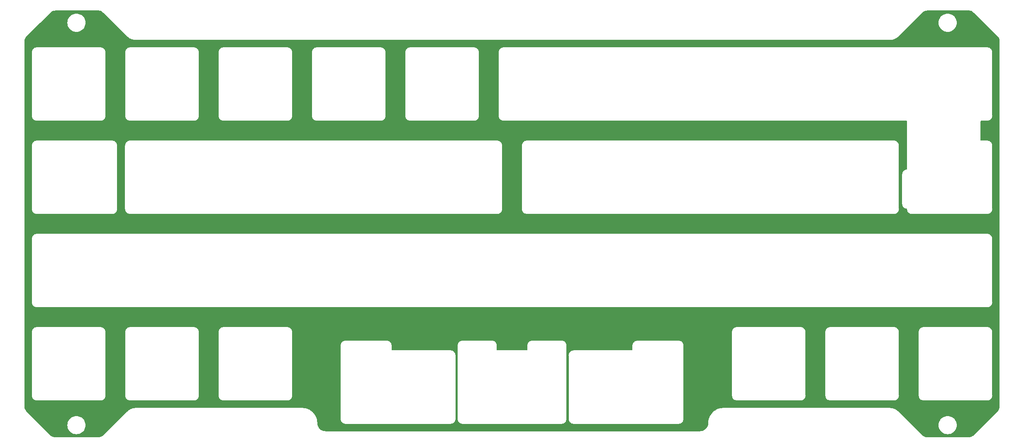
<source format=gbl>
%TF.GenerationSoftware,KiCad,Pcbnew,7.0.6*%
%TF.CreationDate,2023-09-25T15:00:56-04:00*%
%TF.ProjectId,ortho-stagger-cutiepie-plate,6f727468-6f2d-4737-9461-676765722d63,rev?*%
%TF.SameCoordinates,PX3164967PY797ec76*%
%TF.FileFunction,Copper,L2,Bot*%
%TF.FilePolarity,Positive*%
%FSLAX46Y46*%
G04 Gerber Fmt 4.6, Leading zero omitted, Abs format (unit mm)*
G04 Created by KiCad (PCBNEW 7.0.6) date 2023-09-25 15:00:56*
%MOMM*%
%LPD*%
G01*
G04 APERTURE LIST*
G04 APERTURE END LIST*
%TA.AperFunction,NonConductor*%
G36*
X15630980Y87697621D02*
G01*
X15637081Y87697168D01*
X15713415Y87687699D01*
X15856668Y87669928D01*
X15874533Y87666361D01*
X16068368Y87612587D01*
X16085433Y87606476D01*
X16269051Y87525115D01*
X16285075Y87516560D01*
X16455383Y87408900D01*
X16470076Y87398016D01*
X16643650Y87248427D01*
X16647007Y87245309D01*
X21437202Y82455113D01*
X21442051Y82449655D01*
X21443644Y82447634D01*
X21443649Y82447629D01*
X21443652Y82447626D01*
X21465081Y82427233D01*
X21485230Y82407085D01*
X21486014Y82406301D01*
X21488071Y82404761D01*
X21493645Y82400052D01*
X21532107Y82363450D01*
X21533431Y82362190D01*
X21550592Y82344351D01*
X21556929Y82339413D01*
X21561558Y82335423D01*
X21567371Y82329891D01*
X21567375Y82329888D01*
X21587555Y82315548D01*
X21646748Y82269421D01*
X21750578Y82188509D01*
X21751386Y82187880D01*
X21754834Y82184786D01*
X21756355Y82183612D01*
X21756357Y82183609D01*
X21812567Y82140202D01*
X21812568Y82140202D01*
X21839814Y82118969D01*
X21839929Y82118892D01*
X21840016Y82118830D01*
X21840697Y82118377D01*
X21841336Y82117949D01*
X21841451Y82117878D01*
X21841633Y82117757D01*
X21841643Y82117749D01*
X21871842Y82100667D01*
X21933368Y82065507D01*
X21933369Y82065507D01*
X21935049Y82064547D01*
X21939210Y82062560D01*
X22061422Y81993431D01*
X22064652Y81991295D01*
X22066674Y81990162D01*
X22066676Y81990159D01*
X22128631Y81955415D01*
X22158997Y81938238D01*
X22159000Y81938237D01*
X22159030Y81938220D01*
X22159905Y81937808D01*
X22160630Y81937464D01*
X22193021Y81924964D01*
X22261535Y81898234D01*
X22265244Y81897092D01*
X22395766Y81846722D01*
X22399422Y81845011D01*
X22401508Y81844215D01*
X22401510Y81844214D01*
X22467864Y81818899D01*
X22476573Y81815538D01*
X22500388Y81806348D01*
X22501082Y81806138D01*
X22502093Y81805829D01*
X22502159Y81805812D01*
X22502180Y81805808D01*
X22502186Y81805805D01*
X22535926Y81798201D01*
X22605380Y81782268D01*
X22605380Y81782269D01*
X22607556Y81781769D01*
X22611549Y81781158D01*
X22749007Y81750178D01*
X22753837Y81748732D01*
X22755503Y81748365D01*
X22755505Y81748364D01*
X22796357Y81739363D01*
X22824767Y81733103D01*
X22827909Y81732395D01*
X22858362Y81725531D01*
X22858387Y81725529D01*
X22858819Y81725463D01*
X22858926Y81725443D01*
X22859676Y81725333D01*
X22860181Y81725257D01*
X22860248Y81725249D01*
X22860724Y81725180D01*
X22860736Y81725177D01*
X22860748Y81725177D01*
X22860749Y81725176D01*
X22895253Y81722616D01*
X22902625Y81722034D01*
X22965782Y81717041D01*
X22965784Y81717042D01*
X22967486Y81716907D01*
X22972516Y81716883D01*
X23172497Y81702041D01*
X23176729Y81701580D01*
X23178061Y81701388D01*
X23193017Y81699236D01*
X23193021Y81699236D01*
X23207971Y81699236D01*
X23212559Y81699067D01*
X23227477Y81697959D01*
X23243919Y81699091D01*
X23248155Y81699236D01*
X177088749Y81699196D01*
X177096032Y81698764D01*
X177098577Y81698461D01*
X177128151Y81699195D01*
X177157763Y81699194D01*
X177160304Y81699560D01*
X177167589Y81700172D01*
X177216724Y81701390D01*
X177222473Y81701532D01*
X177247229Y81701052D01*
X177255216Y81702044D01*
X177261294Y81702495D01*
X177269326Y81702693D01*
X177293718Y81706820D01*
X177499878Y81732396D01*
X177504485Y81732645D01*
X177506388Y81732890D01*
X177506393Y81732889D01*
X177575249Y81741738D01*
X177576837Y81741942D01*
X177588261Y81743360D01*
X177611111Y81746194D01*
X177611116Y81746196D01*
X177611314Y81746234D01*
X177611414Y81746251D01*
X177612388Y81746447D01*
X177612951Y81746558D01*
X177613006Y81746571D01*
X177613265Y81746624D01*
X177613268Y81746624D01*
X177629986Y81751263D01*
X177646707Y81755901D01*
X177716925Y81775049D01*
X177721291Y81776593D01*
X177856586Y81814128D01*
X177860392Y81814903D01*
X177862609Y81815528D01*
X177862612Y81815527D01*
X177911104Y81829173D01*
X177931177Y81834821D01*
X177964631Y81844102D01*
X177965469Y81844403D01*
X177966314Y81844704D01*
X177998124Y81858799D01*
X178038412Y81876474D01*
X178063282Y81887384D01*
X178063284Y81887386D01*
X178065393Y81888311D01*
X178068833Y81890132D01*
X178196734Y81946804D01*
X178200533Y81948180D01*
X178202568Y81949092D01*
X178202573Y81949092D01*
X178267604Y81978206D01*
X178299231Y81992219D01*
X178299237Y81992224D01*
X178299271Y81992238D01*
X178300242Y81992757D01*
X178300875Y81993094D01*
X178300913Y81993118D01*
X178300922Y81993121D01*
X178330419Y82011769D01*
X178390533Y82049447D01*
X178390534Y82049449D01*
X178392440Y82050643D01*
X178395689Y82053030D01*
X178412904Y82063912D01*
X178499139Y82118425D01*
X178514792Y82128320D01*
X178519222Y82130709D01*
X178580343Y82169759D01*
X178580342Y82169760D01*
X178609539Y82188214D01*
X178609562Y82188234D01*
X178609937Y82188509D01*
X178610016Y82188564D01*
X178610462Y82188895D01*
X178611012Y82189302D01*
X178611089Y82189362D01*
X178611450Y82189632D01*
X178611467Y82189642D01*
X178637639Y82212199D01*
X178691499Y82258168D01*
X178691501Y82258172D01*
X178692792Y82259273D01*
X178696357Y82262804D01*
X178848281Y82393737D01*
X178851574Y82396383D01*
X178864771Y82406260D01*
X178875352Y82416843D01*
X178878713Y82419963D01*
X178890038Y82429722D01*
X178900865Y82442152D01*
X178903729Y82445220D01*
X181658225Y85199716D01*
X187051394Y85199716D01*
X187070278Y84935690D01*
X187070279Y84935683D01*
X187126542Y84677044D01*
X187219047Y84429027D01*
X187219049Y84429023D01*
X187345901Y84196712D01*
X187345906Y84196704D01*
X187504527Y83984810D01*
X187504543Y83984792D01*
X187691695Y83797640D01*
X187691713Y83797624D01*
X187903607Y83639003D01*
X187903615Y83638998D01*
X188135926Y83512146D01*
X188135930Y83512144D01*
X188135932Y83512143D01*
X188383943Y83419640D01*
X188383946Y83419640D01*
X188383947Y83419639D01*
X188579173Y83377171D01*
X188642595Y83363374D01*
X188886281Y83345945D01*
X188906620Y83344490D01*
X188906621Y83344490D01*
X188906622Y83344490D01*
X188925505Y83345841D01*
X189170647Y83363374D01*
X189429299Y83419640D01*
X189677310Y83512143D01*
X189909632Y83639001D01*
X190121536Y83797630D01*
X190308708Y83984802D01*
X190467337Y84196706D01*
X190594195Y84429028D01*
X190686698Y84677039D01*
X190742964Y84935691D01*
X190761848Y85199717D01*
X190761846Y85199738D01*
X190749214Y85376357D01*
X190742964Y85463743D01*
X190686698Y85722395D01*
X190594195Y85970406D01*
X190594181Y85970431D01*
X190467340Y86202723D01*
X190467335Y86202731D01*
X190308714Y86414625D01*
X190308698Y86414643D01*
X190121546Y86601795D01*
X190121528Y86601811D01*
X189909634Y86760432D01*
X189909626Y86760437D01*
X189677315Y86887289D01*
X189677311Y86887291D01*
X189429294Y86979796D01*
X189170655Y87036059D01*
X189170648Y87036060D01*
X188906622Y87054944D01*
X188906620Y87054944D01*
X188642593Y87036060D01*
X188642586Y87036059D01*
X188383947Y86979796D01*
X188135930Y86887291D01*
X188135926Y86887289D01*
X187903615Y86760437D01*
X187903607Y86760432D01*
X187691713Y86601811D01*
X187691695Y86601795D01*
X187504543Y86414643D01*
X187504527Y86414625D01*
X187345906Y86202731D01*
X187345901Y86202723D01*
X187219049Y85970412D01*
X187219047Y85970408D01*
X187126542Y85722391D01*
X187070279Y85463752D01*
X187070278Y85463745D01*
X187051394Y85199719D01*
X187051394Y85199716D01*
X181658225Y85199716D01*
X183714161Y87255652D01*
X183761445Y87300651D01*
X183766048Y87304617D01*
X183940587Y87440631D01*
X183955742Y87450742D01*
X184130844Y87549788D01*
X184147226Y87557531D01*
X184334605Y87629841D01*
X184351960Y87635115D01*
X184548528Y87679417D01*
X184566602Y87682109D01*
X184795116Y87699067D01*
X184799706Y87699236D01*
X193191103Y87699236D01*
X193256320Y87697621D01*
X193262421Y87697168D01*
X193338755Y87687699D01*
X193482008Y87669928D01*
X193499873Y87666361D01*
X193693708Y87612587D01*
X193710773Y87606476D01*
X193894391Y87525115D01*
X193910415Y87516560D01*
X194080723Y87408900D01*
X194095416Y87398016D01*
X194268990Y87248427D01*
X194272347Y87245309D01*
X199081701Y82435955D01*
X199126666Y82388704D01*
X199130648Y82384084D01*
X199266659Y82209548D01*
X199276779Y82194379D01*
X199375811Y82019306D01*
X199383566Y82002900D01*
X199455867Y81815552D01*
X199461149Y81798170D01*
X199505449Y81601614D01*
X199508143Y81583528D01*
X199525102Y81355018D01*
X199525272Y81350427D01*
X199524876Y6832643D01*
X199523257Y6767437D01*
X199522804Y6761339D01*
X199495562Y6541748D01*
X199491992Y6523864D01*
X199438221Y6330051D01*
X199432102Y6312966D01*
X199350742Y6129357D01*
X199342187Y6113333D01*
X199234527Y5943028D01*
X199223643Y5928334D01*
X199074051Y5754763D01*
X199070925Y5751397D01*
X194261548Y942118D01*
X194214289Y897147D01*
X194209656Y893154D01*
X194119958Y823256D01*
X194035130Y757153D01*
X194019961Y747033D01*
X193844882Y648001D01*
X193828474Y640246D01*
X193641118Y567947D01*
X193623738Y562666D01*
X193427191Y518370D01*
X193409104Y515676D01*
X193180595Y498721D01*
X193176005Y498551D01*
X184784715Y498637D01*
X184784627Y498637D01*
X184782991Y498678D01*
X184719386Y500256D01*
X184713287Y500709D01*
X184493712Y527950D01*
X184475829Y531520D01*
X184282004Y585294D01*
X184264919Y591412D01*
X184081316Y672769D01*
X184065292Y681325D01*
X183894987Y788985D01*
X183880294Y799869D01*
X183875365Y804117D01*
X183706715Y949468D01*
X183703359Y952584D01*
X183535678Y1120268D01*
X181657875Y2998110D01*
X187051394Y2998110D01*
X187070278Y2734084D01*
X187070279Y2734077D01*
X187126542Y2475438D01*
X187219047Y2227421D01*
X187219049Y2227417D01*
X187345901Y1995106D01*
X187345906Y1995098D01*
X187504527Y1783204D01*
X187504543Y1783186D01*
X187691695Y1596034D01*
X187691713Y1596018D01*
X187903607Y1437397D01*
X187903615Y1437392D01*
X188135926Y1310540D01*
X188135930Y1310538D01*
X188135932Y1310537D01*
X188383943Y1218034D01*
X188383946Y1218034D01*
X188383947Y1218033D01*
X188579173Y1175565D01*
X188642595Y1161768D01*
X188886281Y1144339D01*
X188906620Y1142884D01*
X188906621Y1142884D01*
X188906622Y1142884D01*
X188925505Y1144235D01*
X189170647Y1161768D01*
X189429299Y1218034D01*
X189677310Y1310537D01*
X189909632Y1437395D01*
X190121536Y1596024D01*
X190308708Y1783196D01*
X190467337Y1995100D01*
X190594195Y2227422D01*
X190686698Y2475433D01*
X190742964Y2734085D01*
X190761848Y2998111D01*
X190742964Y3262137D01*
X190698375Y3467112D01*
X190686699Y3520785D01*
X190683502Y3529356D01*
X190594195Y3768800D01*
X190593488Y3770094D01*
X190467340Y4001117D01*
X190467335Y4001125D01*
X190308714Y4213019D01*
X190308698Y4213037D01*
X190121546Y4400189D01*
X190121528Y4400205D01*
X189909634Y4558826D01*
X189909626Y4558831D01*
X189677315Y4685683D01*
X189677311Y4685685D01*
X189429294Y4778190D01*
X189170655Y4834453D01*
X189170648Y4834454D01*
X188906622Y4853338D01*
X188906620Y4853338D01*
X188642593Y4834454D01*
X188642586Y4834453D01*
X188383947Y4778190D01*
X188135930Y4685685D01*
X188135926Y4685683D01*
X187903615Y4558831D01*
X187903607Y4558826D01*
X187691713Y4400205D01*
X187691695Y4400189D01*
X187504543Y4213037D01*
X187504527Y4213019D01*
X187345906Y4001125D01*
X187345901Y4001117D01*
X187219049Y3768806D01*
X187219047Y3768802D01*
X187126542Y3520785D01*
X187070279Y3262146D01*
X187070278Y3262139D01*
X187051394Y2998113D01*
X187051394Y2998110D01*
X181657875Y2998110D01*
X181188883Y3467112D01*
X178911814Y5744229D01*
X178906952Y5749702D01*
X178905361Y5751721D01*
X178883903Y5772141D01*
X178863002Y5793043D01*
X178862995Y5793049D01*
X178862991Y5793053D01*
X178860945Y5794585D01*
X178855364Y5799300D01*
X178815569Y5837171D01*
X178798414Y5855004D01*
X178798413Y5855005D01*
X178798411Y5855007D01*
X178792073Y5859947D01*
X178787447Y5863934D01*
X178781635Y5869464D01*
X178781625Y5869473D01*
X178773071Y5875551D01*
X178761450Y5883810D01*
X178597608Y6011490D01*
X178594163Y6014581D01*
X178536454Y6059147D01*
X178509194Y6080390D01*
X178509021Y6080506D01*
X178508926Y6080575D01*
X178508207Y6081052D01*
X178507590Y6081466D01*
X178507502Y6081520D01*
X178507360Y6081614D01*
X178477172Y6098691D01*
X178440413Y6119697D01*
X178415635Y6133857D01*
X178415632Y6133858D01*
X178413957Y6134815D01*
X178409781Y6136810D01*
X178406480Y6138677D01*
X178325531Y6184467D01*
X178287592Y6205928D01*
X178284350Y6208072D01*
X178220352Y6243963D01*
X178189957Y6261156D01*
X178189276Y6261476D01*
X178188407Y6261889D01*
X178188340Y6261915D01*
X178156009Y6274392D01*
X178089619Y6300294D01*
X178087479Y6301129D01*
X178083752Y6302278D01*
X177953240Y6352645D01*
X177949570Y6354363D01*
X177903931Y6371775D01*
X177880939Y6380547D01*
X177848645Y6393009D01*
X177848643Y6393010D01*
X177848582Y6393033D01*
X177847568Y6393339D01*
X177846867Y6393554D01*
X177846810Y6393567D01*
X177812881Y6401214D01*
X177811177Y6401605D01*
X177741468Y6417598D01*
X177737454Y6418215D01*
X177686956Y6429596D01*
X177599983Y6449198D01*
X177595158Y6450641D01*
X177593486Y6451010D01*
X177593485Y6451010D01*
X177524302Y6466255D01*
X177524301Y6466256D01*
X177490631Y6473844D01*
X177490224Y6473905D01*
X177490129Y6473923D01*
X177489416Y6474027D01*
X177488777Y6474124D01*
X177488687Y6474134D01*
X177488264Y6474196D01*
X177488257Y6474197D01*
X177488255Y6474197D01*
X177453774Y6476756D01*
X177449281Y6477112D01*
X177381518Y6482468D01*
X177376469Y6482494D01*
X177176495Y6497335D01*
X177172260Y6497796D01*
X177155974Y6500138D01*
X177155960Y6500139D01*
X177141006Y6500139D01*
X177136425Y6500309D01*
X177134463Y6500455D01*
X177121521Y6501415D01*
X177121498Y6501415D01*
X177105073Y6500286D01*
X177100822Y6500140D01*
X143097110Y6500189D01*
X143091391Y6500453D01*
X143081629Y6501357D01*
X143081621Y6501358D01*
X143062902Y6500412D01*
X143060054Y6500268D01*
X143056935Y6500189D01*
X143035316Y6500189D01*
X143035312Y6500189D01*
X143035304Y6500188D01*
X143025596Y6498793D01*
X143019904Y6498242D01*
X142800722Y6487175D01*
X142775388Y6486956D01*
X142775373Y6486955D01*
X142768097Y6485844D01*
X142761877Y6485214D01*
X142754515Y6484842D01*
X142729641Y6479975D01*
X142708550Y6476756D01*
X142496190Y6444346D01*
X142483937Y6442700D01*
X142465143Y6440174D01*
X142465128Y6440171D01*
X142464521Y6439998D01*
X142456991Y6438363D01*
X142456380Y6438270D01*
X142456368Y6438267D01*
X142426349Y6429170D01*
X142148354Y6350318D01*
X142143029Y6349196D01*
X142073610Y6329115D01*
X142040504Y6319725D01*
X142039895Y6319504D01*
X142039810Y6319477D01*
X142039375Y6319316D01*
X142038708Y6319075D01*
X142038621Y6319039D01*
X142038091Y6318844D01*
X142006728Y6304673D01*
X141940723Y6275262D01*
X141935922Y6272682D01*
X141742951Y6185493D01*
X141740179Y6184467D01*
X141672448Y6153638D01*
X141640707Y6139295D01*
X141639987Y6138902D01*
X141639570Y6138677D01*
X141609955Y6119697D01*
X141547504Y6079918D01*
X141545139Y6078157D01*
X141369536Y5965612D01*
X141368582Y5965092D01*
X141304949Y5924217D01*
X141275124Y5905103D01*
X141275007Y5905014D01*
X141274712Y5904795D01*
X141248321Y5881936D01*
X141190698Y5832131D01*
X141189917Y5831352D01*
X141033443Y5695824D01*
X141033092Y5695560D01*
X140975212Y5645386D01*
X140948590Y5622328D01*
X140948535Y5622271D01*
X140948472Y5622209D01*
X140925477Y5595660D01*
X140875288Y5537764D01*
X140875032Y5537422D01*
X140739457Y5380896D01*
X140738688Y5380125D01*
X140736170Y5377213D01*
X140736170Y5377212D01*
X140717866Y5356035D01*
X140689566Y5323293D01*
X140666005Y5296091D01*
X140665909Y5295961D01*
X140665723Y5295714D01*
X140656282Y5280984D01*
X140647172Y5266769D01*
X140640834Y5256902D01*
X140605713Y5202230D01*
X140605177Y5201246D01*
X140492641Y5025658D01*
X140490885Y5023298D01*
X140450953Y4960609D01*
X140432124Y4931231D01*
X140431781Y4930595D01*
X140431498Y4930078D01*
X140423620Y4912641D01*
X140417031Y4898058D01*
X140396676Y4853338D01*
X140386334Y4830617D01*
X140385316Y4827870D01*
X140298118Y4634881D01*
X140295541Y4630083D01*
X140266112Y4564041D01*
X140251965Y4532732D01*
X140251763Y4532183D01*
X140251724Y4532089D01*
X140251481Y4531416D01*
X140251305Y4530939D01*
X140251282Y4530868D01*
X140251074Y4530296D01*
X140241665Y4497124D01*
X140221606Y4427781D01*
X140220484Y4422456D01*
X140141624Y4144436D01*
X140132530Y4114426D01*
X140132521Y4114385D01*
X140132428Y4113775D01*
X140130805Y4106304D01*
X140130638Y4105716D01*
X140130629Y4105674D01*
X140126453Y4074602D01*
X140090827Y3841171D01*
X140085960Y3816296D01*
X140085959Y3816289D01*
X140085587Y3808932D01*
X140084957Y3802714D01*
X140083846Y3795431D01*
X140083845Y3795421D01*
X140083626Y3770096D01*
X140083626Y3770094D01*
X140075160Y3602418D01*
X140072558Y3550896D01*
X140072006Y3545198D01*
X140070611Y3535494D01*
X140070611Y3513892D01*
X140070532Y3510769D01*
X140069869Y3497626D01*
X140069365Y3487648D01*
X140069364Y3487627D01*
X140061356Y3329087D01*
X140060472Y3321327D01*
X140015378Y3068335D01*
X140010771Y3050381D01*
X139933968Y2823204D01*
X139926875Y2806410D01*
X139818803Y2595310D01*
X139809488Y2579966D01*
X139672726Y2387606D01*
X139661413Y2373892D01*
X139498781Y2203310D01*
X139485643Y2191372D01*
X139300202Y2045668D01*
X139285384Y2035664D01*
X139080206Y1917734D01*
X139063870Y1909873D01*
X138841794Y1822374D01*
X138824185Y1816909D01*
X138587449Y1762351D01*
X138568958Y1759537D01*
X138292809Y1738643D01*
X138288129Y1738466D01*
X62029068Y1738466D01*
X62025943Y1738545D01*
X61980300Y1740851D01*
X61844291Y1747720D01*
X61836532Y1748604D01*
X61583546Y1793694D01*
X61565592Y1798301D01*
X61338411Y1875102D01*
X61321617Y1882194D01*
X61110520Y1990262D01*
X61095175Y1999578D01*
X60902801Y2136349D01*
X60889088Y2147661D01*
X60718504Y2310293D01*
X60706574Y2323422D01*
X60702850Y2328161D01*
X60560862Y2508872D01*
X60550861Y2523684D01*
X60432925Y2728869D01*
X60425069Y2745197D01*
X60410037Y2783348D01*
X60337564Y2967285D01*
X60332102Y2984886D01*
X60329117Y2997837D01*
X60277542Y3221627D01*
X60274728Y3240119D01*
X60274176Y3247410D01*
X60252707Y3531185D01*
X60240643Y3770096D01*
X60240424Y3795422D01*
X60239312Y3802704D01*
X60238681Y3808938D01*
X60238310Y3816295D01*
X60238310Y3816298D01*
X60233441Y3841174D01*
X60209073Y4000843D01*
X60197816Y4074607D01*
X60195761Y4089888D01*
X60193641Y4105666D01*
X60193473Y4106257D01*
X60191830Y4113820D01*
X60191738Y4114427D01*
X60182641Y4144444D01*
X60182641Y4144445D01*
X60103783Y4422455D01*
X60102663Y4427774D01*
X60102245Y4429216D01*
X60102246Y4429219D01*
X60087124Y4481493D01*
X60082588Y4497178D01*
X60073198Y4530281D01*
X60073195Y4530293D01*
X60073187Y4530310D01*
X60072961Y4530935D01*
X60072929Y4531033D01*
X60072739Y4531549D01*
X60072591Y4531956D01*
X60072555Y4532045D01*
X60072310Y4532708D01*
X60072304Y4532731D01*
X60058136Y4564088D01*
X60029337Y4628718D01*
X60029335Y4628720D01*
X60028725Y4630090D01*
X60026150Y4634881D01*
X59986813Y4721941D01*
X59938946Y4827882D01*
X59937930Y4830630D01*
X59936765Y4833189D01*
X59936765Y4833192D01*
X59907176Y4898197D01*
X59892787Y4930043D01*
X59892784Y4930048D01*
X59892775Y4930068D01*
X59892549Y4930484D01*
X59892138Y4931244D01*
X59873213Y4960773D01*
X59833376Y5023310D01*
X59831619Y5025670D01*
X59721494Y5197497D01*
X59720932Y5198528D01*
X59677684Y5265855D01*
X59658570Y5295678D01*
X59658251Y5296105D01*
X59645554Y5310763D01*
X59635382Y5322508D01*
X59606974Y5355375D01*
X59585592Y5380114D01*
X59584800Y5380907D01*
X59510907Y5466220D01*
X59452206Y5533993D01*
X59451922Y5534373D01*
X59398511Y5595988D01*
X59375809Y5622197D01*
X59375670Y5622336D01*
X59375663Y5622342D01*
X59367995Y5628984D01*
X59348884Y5645538D01*
X59287951Y5698359D01*
X59287568Y5698645D01*
X59134346Y5831358D01*
X59133566Y5832137D01*
X59076408Y5881540D01*
X59049571Y5904784D01*
X59049569Y5904786D01*
X59049564Y5904790D01*
X59049162Y5905090D01*
X59049157Y5905094D01*
X59049155Y5905095D01*
X59031879Y5916168D01*
X59019796Y5923912D01*
X58955706Y5965082D01*
X58954713Y5965624D01*
X58779149Y6078144D01*
X58776786Y6079904D01*
X58714259Y6119731D01*
X58684725Y6138660D01*
X58684220Y6138933D01*
X58683535Y6139307D01*
X58651804Y6153643D01*
X58651803Y6153644D01*
X58586661Y6183295D01*
X58586659Y6183296D01*
X58584083Y6184468D01*
X58581323Y6185490D01*
X58388351Y6272680D01*
X58383547Y6275262D01*
X58317519Y6304684D01*
X58286193Y6318838D01*
X58285601Y6319056D01*
X58285544Y6319080D01*
X58285050Y6319258D01*
X58284474Y6319471D01*
X58284383Y6319500D01*
X58283757Y6319727D01*
X58266799Y6324537D01*
X58250663Y6329114D01*
X58222408Y6337287D01*
X58181257Y6349191D01*
X58175921Y6350315D01*
X57897915Y6429172D01*
X57867901Y6438267D01*
X57867883Y6438271D01*
X57867280Y6438363D01*
X57859724Y6440005D01*
X57859142Y6440170D01*
X57859135Y6440172D01*
X57843605Y6442259D01*
X57828075Y6444346D01*
X57656455Y6470539D01*
X57594636Y6479973D01*
X57569768Y6484840D01*
X57569757Y6484841D01*
X57562398Y6485213D01*
X57556179Y6485843D01*
X57548901Y6486954D01*
X57548888Y6486955D01*
X57523559Y6487174D01*
X57523539Y6487175D01*
X57304362Y6498243D01*
X57298668Y6498794D01*
X57288965Y6500189D01*
X57288959Y6500189D01*
X57267358Y6500189D01*
X57264236Y6500268D01*
X57261709Y6500396D01*
X57242654Y6501359D01*
X57242647Y6501358D01*
X57232875Y6500453D01*
X57227156Y6500189D01*
X23234028Y6500189D01*
X23227454Y6500539D01*
X23224454Y6500859D01*
X23221605Y6501163D01*
X23221590Y6501163D01*
X23194951Y6500189D01*
X23168307Y6500189D01*
X23168303Y6500189D01*
X23168296Y6500188D01*
X23162480Y6499353D01*
X23155926Y6498764D01*
X23107593Y6496998D01*
X23101101Y6496760D01*
X23098276Y6496721D01*
X23078809Y6496899D01*
X23075323Y6496930D01*
X23075322Y6496930D01*
X23075319Y6496930D01*
X23068770Y6496050D01*
X23066934Y6495803D01*
X23060946Y6495292D01*
X23057659Y6495172D01*
X23052479Y6494982D01*
X23034646Y6491750D01*
X23029880Y6490886D01*
X23027097Y6490448D01*
X22985393Y6484840D01*
X22827598Y6463626D01*
X22825349Y6463482D01*
X22785560Y6458047D01*
X22751107Y6453341D01*
X22736525Y6451381D01*
X22716420Y6448677D01*
X22715808Y6448547D01*
X22715455Y6448475D01*
X22681587Y6438788D01*
X22609721Y6418399D01*
X22607605Y6417629D01*
X22477064Y6380296D01*
X22475574Y6379981D01*
X22447037Y6371775D01*
X22402967Y6359103D01*
X22391785Y6355905D01*
X22369176Y6349439D01*
X22368565Y6349214D01*
X22368539Y6349205D01*
X22336447Y6334766D01*
X22267592Y6303905D01*
X22266240Y6303179D01*
X22142866Y6247669D01*
X22141281Y6247086D01*
X22072638Y6216071D01*
X22040537Y6201628D01*
X22040258Y6201476D01*
X22039884Y6201275D01*
X22039862Y6201262D01*
X22039864Y6201262D01*
X22010190Y6182360D01*
X21986244Y6167161D01*
X21946607Y6142001D01*
X21945256Y6141000D01*
X21830294Y6067771D01*
X21827975Y6066513D01*
X21786557Y6039985D01*
X21765439Y6026458D01*
X21754859Y6019720D01*
X21735695Y6007512D01*
X21735363Y6007263D01*
X21734760Y6006816D01*
X21708321Y5983977D01*
X21651748Y5935353D01*
X21649870Y5933487D01*
X21501907Y5805670D01*
X21498532Y5802954D01*
X21485624Y5793292D01*
X21474802Y5782472D01*
X21471498Y5779401D01*
X21459942Y5769418D01*
X21449349Y5757232D01*
X21446397Y5754067D01*
X19017456Y3325177D01*
X16636207Y943978D01*
X16588947Y899006D01*
X16584314Y895013D01*
X16409784Y759011D01*
X16394616Y748891D01*
X16219541Y649861D01*
X16203133Y642106D01*
X16015777Y569807D01*
X15998397Y564526D01*
X15801848Y520230D01*
X15783762Y517536D01*
X15555262Y500580D01*
X15550671Y500410D01*
X6834676Y500500D01*
X6834584Y500500D01*
X6832948Y500541D01*
X6769343Y502119D01*
X6763244Y502572D01*
X6543669Y529813D01*
X6525786Y533383D01*
X6331961Y587157D01*
X6314876Y593275D01*
X6131273Y674632D01*
X6115249Y683188D01*
X5944944Y790848D01*
X5930257Y801727D01*
X5765203Y943978D01*
X5756684Y951320D01*
X5753318Y954446D01*
X3709970Y2997836D01*
X9263705Y2997836D01*
X9282589Y2733810D01*
X9282590Y2733803D01*
X9338853Y2475164D01*
X9431358Y2227147D01*
X9431360Y2227143D01*
X9558212Y1994832D01*
X9558217Y1994824D01*
X9716838Y1782930D01*
X9716854Y1782912D01*
X9904006Y1595760D01*
X9904024Y1595744D01*
X10115918Y1437123D01*
X10115926Y1437118D01*
X10348237Y1310266D01*
X10348241Y1310264D01*
X10348243Y1310263D01*
X10596254Y1217760D01*
X10596257Y1217760D01*
X10596258Y1217759D01*
X10684989Y1198457D01*
X10854906Y1161494D01*
X11098592Y1144065D01*
X11118931Y1142610D01*
X11118932Y1142610D01*
X11118933Y1142610D01*
X11137816Y1143961D01*
X11382958Y1161494D01*
X11641610Y1217760D01*
X11889621Y1310263D01*
X12121943Y1437121D01*
X12333847Y1595750D01*
X12521019Y1782922D01*
X12679648Y1994826D01*
X12806506Y2227148D01*
X12899009Y2475159D01*
X12955275Y2733811D01*
X12974159Y2997837D01*
X12974139Y2998110D01*
X12961526Y3174458D01*
X12955275Y3261863D01*
X12915113Y3446487D01*
X12899010Y3520511D01*
X12898906Y3520789D01*
X12806506Y3768526D01*
X12806356Y3768800D01*
X12679651Y4000843D01*
X12679646Y4000851D01*
X12521025Y4212745D01*
X12521009Y4212763D01*
X12333857Y4399915D01*
X12333839Y4399931D01*
X12121945Y4558552D01*
X12121937Y4558557D01*
X11889626Y4685409D01*
X11889622Y4685411D01*
X11641605Y4777916D01*
X11382966Y4834179D01*
X11382959Y4834180D01*
X11118933Y4853064D01*
X11118931Y4853064D01*
X10854904Y4834180D01*
X10854897Y4834179D01*
X10596258Y4777916D01*
X10348241Y4685411D01*
X10348237Y4685409D01*
X10115926Y4558557D01*
X10115918Y4558552D01*
X9904024Y4399931D01*
X9904006Y4399915D01*
X9716854Y4212763D01*
X9716838Y4212745D01*
X9558217Y4000851D01*
X9558212Y4000843D01*
X9431360Y3768532D01*
X9431358Y3768528D01*
X9338853Y3520511D01*
X9282590Y3261872D01*
X9282589Y3261865D01*
X9263705Y2997839D01*
X9263705Y2997836D01*
X3709970Y2997836D01*
X944082Y5763782D01*
X944081Y5763782D01*
X899083Y5811069D01*
X895102Y5815689D01*
X759100Y5990217D01*
X748980Y6005386D01*
X737061Y6026458D01*
X649946Y6180469D01*
X642199Y6196861D01*
X569896Y6384225D01*
X564615Y6401605D01*
X560633Y6419273D01*
X520318Y6598159D01*
X517626Y6616233D01*
X500670Y6844748D01*
X500500Y6849338D01*
X500512Y8039672D01*
X500658Y22018092D01*
X2019984Y22018092D01*
X2023578Y21995271D01*
X2025087Y21975985D01*
X2025087Y9081326D01*
X2023075Y9059078D01*
X2020296Y9043845D01*
X2021592Y9031580D01*
X2024743Y9001739D01*
X2024744Y9001736D01*
X2025087Y8995220D01*
X2025087Y8989041D01*
X2028841Y8962924D01*
X2031612Y8936687D01*
X2033130Y8930689D01*
X2034394Y8924299D01*
X2040421Y8882381D01*
X2040424Y8882374D01*
X2046853Y8868295D01*
X2054264Y8847224D01*
X2085313Y8724603D01*
X2088968Y8700039D01*
X2089399Y8690949D01*
X2089400Y8690941D01*
X2105104Y8645529D01*
X2106611Y8640490D01*
X2109532Y8628954D01*
X2109534Y8628949D01*
X2116965Y8610909D01*
X2118233Y8607558D01*
X2136434Y8554930D01*
X2136436Y8554925D01*
X2136748Y8554487D01*
X2150370Y8529828D01*
X2150579Y8529321D01*
X2150580Y8529318D01*
X2185428Y8485905D01*
X2187591Y8483046D01*
X2198916Y8467134D01*
X2207123Y8458523D01*
X2210592Y8454559D01*
X2240673Y8417085D01*
X2248126Y8411889D01*
X2266977Y8395716D01*
X2296186Y8365066D01*
X2365813Y8292004D01*
X2379459Y8274883D01*
X2388625Y8261030D01*
X2420215Y8234385D01*
X2425130Y8229760D01*
X2428690Y8226024D01*
X2428689Y8226024D01*
X2450154Y8209135D01*
X2498639Y8168241D01*
X2505927Y8163694D01*
X2513377Y8159389D01*
X2537723Y8149635D01*
X2572260Y8135798D01*
X2597247Y8124787D01*
X2602226Y8123398D01*
X2608608Y8121236D01*
X2646974Y8105864D01*
X2663515Y8104280D01*
X2685026Y8100280D01*
X2843947Y8055910D01*
X2862099Y8049277D01*
X2883130Y8039672D01*
X2916404Y8034889D01*
X2919924Y8034277D01*
X2925481Y8033145D01*
X2957677Y8028954D01*
X2957678Y8028954D01*
X2989788Y8024337D01*
X2989797Y8024337D01*
X2995431Y8023934D01*
X2998978Y8023577D01*
X3032329Y8019235D01*
X3055159Y8022829D01*
X3074442Y8024337D01*
X15969100Y8024337D01*
X15991349Y8022325D01*
X16006580Y8019547D01*
X16048700Y8023995D01*
X16055207Y8024337D01*
X16061385Y8024337D01*
X16061386Y8024337D01*
X16087494Y8028091D01*
X16113739Y8030862D01*
X16119732Y8032380D01*
X16126121Y8033645D01*
X16168044Y8039672D01*
X16182127Y8046105D01*
X16203189Y8053514D01*
X16325831Y8084568D01*
X16350392Y8088221D01*
X16359476Y8088650D01*
X16404897Y8104358D01*
X16409941Y8105865D01*
X16421476Y8108785D01*
X16439517Y8116219D01*
X16442859Y8117485D01*
X16495495Y8135685D01*
X16495928Y8135994D01*
X16520612Y8149629D01*
X16521106Y8149832D01*
X16564524Y8184686D01*
X16567368Y8186837D01*
X16583287Y8198165D01*
X16591902Y8206376D01*
X16595865Y8209844D01*
X16633341Y8239926D01*
X16638536Y8247378D01*
X16654710Y8266231D01*
X16758426Y8365071D01*
X16775541Y8378711D01*
X16789394Y8387876D01*
X16816033Y8419462D01*
X16820657Y8424376D01*
X16824402Y8427943D01*
X16832843Y8438671D01*
X16841284Y8449398D01*
X16882186Y8497893D01*
X16886726Y8505170D01*
X16891032Y8512623D01*
X16891032Y8512624D01*
X16891034Y8512626D01*
X16914625Y8571510D01*
X16925637Y8596498D01*
X16927027Y8601481D01*
X16929194Y8607875D01*
X16944560Y8646225D01*
X16946144Y8662770D01*
X16950144Y8684277D01*
X16994515Y8843202D01*
X17001144Y8861345D01*
X17010752Y8882380D01*
X17015540Y8915688D01*
X17016151Y8919200D01*
X17017273Y8924711D01*
X17017278Y8924727D01*
X17018835Y8936687D01*
X17021470Y8956921D01*
X17026086Y8989032D01*
X17026087Y8989038D01*
X17026087Y8989050D01*
X17026490Y8994682D01*
X17026845Y8998220D01*
X17031189Y9031580D01*
X17027595Y9054413D01*
X17026087Y9073694D01*
X17026087Y21968349D01*
X17028099Y21990598D01*
X17028276Y21991572D01*
X17030877Y22005829D01*
X17029582Y22018092D01*
X21069984Y22018092D01*
X21073578Y21995271D01*
X21075087Y21975985D01*
X21075087Y9081326D01*
X21073075Y9059078D01*
X21070296Y9043845D01*
X21071592Y9031580D01*
X21074743Y9001739D01*
X21074744Y9001736D01*
X21075087Y8995220D01*
X21075087Y8989041D01*
X21078841Y8962924D01*
X21081612Y8936687D01*
X21083130Y8930689D01*
X21084394Y8924299D01*
X21090421Y8882381D01*
X21090424Y8882374D01*
X21096853Y8868295D01*
X21104264Y8847224D01*
X21135313Y8724603D01*
X21138968Y8700039D01*
X21139399Y8690949D01*
X21139400Y8690941D01*
X21155104Y8645529D01*
X21156611Y8640490D01*
X21159532Y8628954D01*
X21159534Y8628949D01*
X21166965Y8610909D01*
X21168233Y8607558D01*
X21186434Y8554930D01*
X21186436Y8554925D01*
X21186748Y8554487D01*
X21200370Y8529828D01*
X21200579Y8529321D01*
X21200580Y8529318D01*
X21235428Y8485905D01*
X21237591Y8483046D01*
X21248916Y8467134D01*
X21257123Y8458523D01*
X21260592Y8454559D01*
X21290673Y8417085D01*
X21298126Y8411889D01*
X21316977Y8395716D01*
X21346186Y8365066D01*
X21415813Y8292004D01*
X21429459Y8274883D01*
X21438625Y8261030D01*
X21470215Y8234385D01*
X21475130Y8229760D01*
X21478690Y8226024D01*
X21478689Y8226024D01*
X21500154Y8209135D01*
X21548639Y8168241D01*
X21555927Y8163694D01*
X21563377Y8159389D01*
X21587723Y8149635D01*
X21622260Y8135798D01*
X21647247Y8124787D01*
X21652226Y8123398D01*
X21658608Y8121236D01*
X21696974Y8105864D01*
X21713515Y8104280D01*
X21735026Y8100280D01*
X21893947Y8055910D01*
X21912099Y8049277D01*
X21933130Y8039672D01*
X21966404Y8034889D01*
X21969924Y8034277D01*
X21975481Y8033145D01*
X22007677Y8028954D01*
X22007678Y8028954D01*
X22039788Y8024337D01*
X22039797Y8024337D01*
X22045431Y8023934D01*
X22048978Y8023577D01*
X22082329Y8019235D01*
X22105159Y8022829D01*
X22124442Y8024337D01*
X35019100Y8024337D01*
X35041349Y8022325D01*
X35056580Y8019547D01*
X35098700Y8023995D01*
X35105207Y8024337D01*
X35111385Y8024337D01*
X35111386Y8024337D01*
X35137494Y8028091D01*
X35163739Y8030862D01*
X35169732Y8032380D01*
X35176121Y8033645D01*
X35218044Y8039672D01*
X35232127Y8046105D01*
X35253189Y8053514D01*
X35375831Y8084568D01*
X35400392Y8088221D01*
X35409476Y8088650D01*
X35454897Y8104358D01*
X35459941Y8105865D01*
X35471476Y8108785D01*
X35489517Y8116219D01*
X35492859Y8117485D01*
X35545495Y8135685D01*
X35545928Y8135994D01*
X35570612Y8149629D01*
X35571106Y8149832D01*
X35614524Y8184686D01*
X35617368Y8186837D01*
X35633287Y8198165D01*
X35641902Y8206376D01*
X35645865Y8209844D01*
X35683341Y8239926D01*
X35688536Y8247378D01*
X35704710Y8266231D01*
X35808426Y8365071D01*
X35825541Y8378711D01*
X35839394Y8387876D01*
X35866033Y8419462D01*
X35870657Y8424376D01*
X35874402Y8427943D01*
X35882843Y8438671D01*
X35891284Y8449398D01*
X35932186Y8497893D01*
X35936726Y8505170D01*
X35941032Y8512623D01*
X35941032Y8512624D01*
X35941034Y8512626D01*
X35964625Y8571510D01*
X35975637Y8596498D01*
X35977027Y8601481D01*
X35979194Y8607875D01*
X35994560Y8646225D01*
X35996144Y8662770D01*
X36000144Y8684277D01*
X36044515Y8843202D01*
X36051144Y8861345D01*
X36060752Y8882380D01*
X36065540Y8915688D01*
X36066151Y8919200D01*
X36067273Y8924711D01*
X36067278Y8924727D01*
X36068835Y8936687D01*
X36071470Y8956921D01*
X36076086Y8989032D01*
X36076087Y8989038D01*
X36076087Y8989050D01*
X36076490Y8994682D01*
X36076845Y8998220D01*
X36081189Y9031580D01*
X36077595Y9054413D01*
X36076087Y9073694D01*
X36076087Y21968349D01*
X36078099Y21990598D01*
X36078276Y21991572D01*
X36080877Y22005829D01*
X36079582Y22018092D01*
X40119592Y22018092D01*
X40123186Y21995271D01*
X40124695Y21975985D01*
X40124695Y9081326D01*
X40122683Y9059078D01*
X40119904Y9043845D01*
X40121200Y9031580D01*
X40124351Y9001739D01*
X40124352Y9001736D01*
X40124695Y8995220D01*
X40124695Y8989041D01*
X40128449Y8962924D01*
X40131220Y8936687D01*
X40132738Y8930689D01*
X40134002Y8924299D01*
X40140029Y8882381D01*
X40140032Y8882374D01*
X40146461Y8868295D01*
X40153872Y8847224D01*
X40184921Y8724603D01*
X40188576Y8700039D01*
X40189007Y8690949D01*
X40189008Y8690941D01*
X40204712Y8645529D01*
X40206219Y8640490D01*
X40209140Y8628954D01*
X40209142Y8628949D01*
X40216573Y8610909D01*
X40217841Y8607558D01*
X40236042Y8554930D01*
X40236044Y8554925D01*
X40236356Y8554487D01*
X40249978Y8529828D01*
X40250187Y8529321D01*
X40250188Y8529318D01*
X40285036Y8485905D01*
X40287199Y8483046D01*
X40298524Y8467134D01*
X40306731Y8458523D01*
X40310200Y8454559D01*
X40340281Y8417085D01*
X40347734Y8411889D01*
X40366585Y8395716D01*
X40395794Y8365066D01*
X40465421Y8292004D01*
X40479067Y8274883D01*
X40488233Y8261030D01*
X40519823Y8234385D01*
X40524738Y8229760D01*
X40528298Y8226024D01*
X40528297Y8226024D01*
X40549762Y8209135D01*
X40598247Y8168241D01*
X40605535Y8163694D01*
X40612985Y8159389D01*
X40637331Y8149635D01*
X40671868Y8135798D01*
X40696855Y8124787D01*
X40701834Y8123398D01*
X40708216Y8121236D01*
X40746582Y8105864D01*
X40763123Y8104280D01*
X40784634Y8100280D01*
X40943555Y8055910D01*
X40961707Y8049277D01*
X40982738Y8039672D01*
X41016012Y8034889D01*
X41019532Y8034277D01*
X41025089Y8033145D01*
X41057285Y8028954D01*
X41057286Y8028954D01*
X41089396Y8024337D01*
X41089405Y8024337D01*
X41095039Y8023934D01*
X41098586Y8023577D01*
X41131937Y8019235D01*
X41154767Y8022829D01*
X41174050Y8024337D01*
X54068708Y8024337D01*
X54090957Y8022325D01*
X54106188Y8019547D01*
X54148308Y8023995D01*
X54154815Y8024337D01*
X54160993Y8024337D01*
X54160994Y8024337D01*
X54187102Y8028091D01*
X54213347Y8030862D01*
X54219340Y8032380D01*
X54225729Y8033645D01*
X54267652Y8039672D01*
X54281735Y8046105D01*
X54302797Y8053514D01*
X54425439Y8084568D01*
X54450000Y8088221D01*
X54459084Y8088650D01*
X54504505Y8104358D01*
X54509549Y8105865D01*
X54521084Y8108785D01*
X54539125Y8116219D01*
X54542467Y8117485D01*
X54595103Y8135685D01*
X54595536Y8135994D01*
X54620220Y8149629D01*
X54620714Y8149832D01*
X54664132Y8184686D01*
X54666976Y8186837D01*
X54682895Y8198165D01*
X54691510Y8206376D01*
X54695473Y8209844D01*
X54732949Y8239926D01*
X54738144Y8247378D01*
X54754318Y8266231D01*
X54858034Y8365071D01*
X54875149Y8378711D01*
X54889002Y8387876D01*
X54915641Y8419462D01*
X54920265Y8424376D01*
X54924010Y8427943D01*
X54932451Y8438671D01*
X54940892Y8449398D01*
X54981794Y8497893D01*
X54986334Y8505170D01*
X54990640Y8512623D01*
X54990640Y8512624D01*
X54990642Y8512626D01*
X55014233Y8571510D01*
X55025245Y8596498D01*
X55026635Y8601481D01*
X55028802Y8607875D01*
X55044168Y8646225D01*
X55045752Y8662770D01*
X55049752Y8684277D01*
X55094123Y8843202D01*
X55100752Y8861345D01*
X55110360Y8882380D01*
X55115148Y8915688D01*
X55115759Y8919200D01*
X55116881Y8924711D01*
X55116886Y8924727D01*
X55118443Y8936687D01*
X55121078Y8956921D01*
X55125694Y8989032D01*
X55125695Y8989038D01*
X55125695Y8989050D01*
X55126098Y8994682D01*
X55126453Y8998220D01*
X55130797Y9031580D01*
X55127203Y9054413D01*
X55125695Y9073694D01*
X55125695Y19255444D01*
X65019395Y19255444D01*
X65022989Y19232619D01*
X65024497Y19213337D01*
X65024497Y4318672D01*
X65022485Y4296427D01*
X65019707Y4281198D01*
X65024154Y4239081D01*
X65024497Y4232576D01*
X65024497Y4226390D01*
X65028251Y4200277D01*
X65031022Y4174040D01*
X65032541Y4168041D01*
X65033805Y4161651D01*
X65039832Y4119733D01*
X65039835Y4119726D01*
X65046264Y4105647D01*
X65053675Y4084576D01*
X65084724Y3961955D01*
X65088379Y3937391D01*
X65088810Y3928301D01*
X65088811Y3928293D01*
X65104515Y3882881D01*
X65106022Y3877842D01*
X65108943Y3866306D01*
X65108945Y3866301D01*
X65116376Y3848261D01*
X65117644Y3844910D01*
X65131170Y3805801D01*
X65134757Y3795426D01*
X65135845Y3792282D01*
X65135847Y3792277D01*
X65136159Y3791839D01*
X65149781Y3767180D01*
X65149990Y3766673D01*
X65149991Y3766670D01*
X65184839Y3723257D01*
X65187002Y3720398D01*
X65198327Y3704486D01*
X65206534Y3695875D01*
X65210003Y3691911D01*
X65240084Y3654437D01*
X65247537Y3649241D01*
X65266388Y3633068D01*
X65295597Y3602418D01*
X65365224Y3529356D01*
X65378870Y3512235D01*
X65388036Y3498382D01*
X65388037Y3498381D01*
X65391730Y3495266D01*
X65419626Y3471737D01*
X65424541Y3467112D01*
X65428101Y3463376D01*
X65428100Y3463376D01*
X65449565Y3446487D01*
X65498050Y3405593D01*
X65505338Y3401046D01*
X65512788Y3396741D01*
X65537134Y3386987D01*
X65571671Y3373150D01*
X65596658Y3362139D01*
X65601637Y3360750D01*
X65608019Y3358588D01*
X65646385Y3343216D01*
X65662926Y3341632D01*
X65684437Y3337632D01*
X65843358Y3293262D01*
X65861510Y3286629D01*
X65882541Y3277024D01*
X65915815Y3272241D01*
X65919335Y3271629D01*
X65924892Y3270497D01*
X65957089Y3266306D01*
X65989199Y3261689D01*
X65989208Y3261689D01*
X65994842Y3261286D01*
X65998389Y3260929D01*
X66031740Y3256587D01*
X66054570Y3260181D01*
X66073853Y3261689D01*
X87406511Y3261689D01*
X87428760Y3259677D01*
X87443991Y3256899D01*
X87486111Y3261347D01*
X87492618Y3261689D01*
X87498796Y3261689D01*
X87498797Y3261689D01*
X87524905Y3265443D01*
X87551150Y3268214D01*
X87557143Y3269732D01*
X87563532Y3270997D01*
X87605455Y3277024D01*
X87619538Y3283457D01*
X87640600Y3290866D01*
X87763242Y3321920D01*
X87787803Y3325573D01*
X87796887Y3326002D01*
X87842308Y3341710D01*
X87847352Y3343217D01*
X87858887Y3346137D01*
X87876928Y3353571D01*
X87880270Y3354837D01*
X87932906Y3373037D01*
X87933339Y3373346D01*
X87958023Y3386981D01*
X87958517Y3387184D01*
X88001935Y3422038D01*
X88004779Y3424189D01*
X88020698Y3435517D01*
X88029313Y3443728D01*
X88033276Y3447196D01*
X88038411Y3451318D01*
X88070752Y3477278D01*
X88075947Y3484730D01*
X88092121Y3503583D01*
X88195837Y3602423D01*
X88212952Y3616063D01*
X88226805Y3625228D01*
X88253444Y3656814D01*
X88258068Y3661728D01*
X88261813Y3665295D01*
X88270254Y3676023D01*
X88278695Y3686750D01*
X88319597Y3735245D01*
X88324137Y3742522D01*
X88328443Y3749975D01*
X88328443Y3749976D01*
X88328445Y3749978D01*
X88352036Y3808862D01*
X88363048Y3833850D01*
X88364438Y3838833D01*
X88366605Y3845227D01*
X88381971Y3883577D01*
X88383555Y3900122D01*
X88387555Y3921629D01*
X88431926Y4080554D01*
X88438555Y4098697D01*
X88448163Y4119732D01*
X88452951Y4153040D01*
X88453562Y4156552D01*
X88454684Y4162063D01*
X88454689Y4162079D01*
X88457934Y4187003D01*
X88458881Y4194273D01*
X88463497Y4226384D01*
X88463498Y4226390D01*
X88463498Y4226398D01*
X88463901Y4232034D01*
X88464256Y4235572D01*
X88468600Y4268932D01*
X88465006Y4291765D01*
X88463498Y4311046D01*
X88463498Y17205701D01*
X88465510Y17227950D01*
X88468288Y17243183D01*
X88466862Y17256689D01*
X88463840Y17285302D01*
X88463498Y17291808D01*
X88463498Y17297990D01*
X88463497Y17297994D01*
X88459743Y17324100D01*
X88458003Y17340584D01*
X88456973Y17350340D01*
X88455454Y17356338D01*
X88454191Y17362712D01*
X88448163Y17404646D01*
X88441991Y17418161D01*
X88441731Y17418731D01*
X88434319Y17439804D01*
X88403267Y17562437D01*
X88399613Y17586999D01*
X88399184Y17596079D01*
X88393221Y17613324D01*
X88383479Y17641495D01*
X88381969Y17646547D01*
X88379049Y17658082D01*
X88371610Y17676136D01*
X88370339Y17679494D01*
X88369368Y17682301D01*
X88352149Y17732099D01*
X88351829Y17732548D01*
X88338207Y17757212D01*
X88338003Y17757709D01*
X88334823Y17761670D01*
X88318635Y17781837D01*
X88303135Y17801146D01*
X88300997Y17803974D01*
X88289669Y17819890D01*
X88281454Y17828511D01*
X88278000Y17832457D01*
X88261552Y17852947D01*
X88247909Y17869944D01*
X88240451Y17875143D01*
X88221602Y17891316D01*
X88122769Y17995025D01*
X88109122Y18012148D01*
X88099958Y18025998D01*
X88068361Y18052649D01*
X88063444Y18057276D01*
X88059891Y18061005D01*
X88038437Y18077886D01*
X87989943Y18118788D01*
X87982650Y18123338D01*
X87975213Y18127635D01*
X87975209Y18127638D01*
X87916303Y18151239D01*
X87916067Y18151343D01*
X87891339Y18162240D01*
X87891335Y18162241D01*
X87886353Y18163632D01*
X87879969Y18165796D01*
X87855085Y18175765D01*
X87841610Y18181164D01*
X87841609Y18181165D01*
X87841607Y18181165D01*
X87825070Y18182749D01*
X87803551Y18186751D01*
X87644641Y18231117D01*
X87626474Y18237755D01*
X87619541Y18240921D01*
X87605455Y18247354D01*
X87605441Y18247356D01*
X87572182Y18252140D01*
X87568646Y18252753D01*
X87563109Y18253880D01*
X87530925Y18258070D01*
X87498798Y18262689D01*
X87493142Y18263094D01*
X87489583Y18263452D01*
X87475379Y18265302D01*
X87456253Y18267792D01*
X87456252Y18267792D01*
X87434739Y18264405D01*
X87433429Y18264198D01*
X87414146Y18262689D01*
X75562497Y18262689D01*
X75495458Y18282374D01*
X75449703Y18335178D01*
X75438497Y18386689D01*
X75438497Y19200712D01*
X75440509Y19222947D01*
X75443288Y19238181D01*
X75442567Y19245006D01*
X75441465Y19255444D01*
X88895288Y19255444D01*
X88898882Y19232623D01*
X88900391Y19213337D01*
X88900391Y4318678D01*
X88898379Y4296430D01*
X88895600Y4281197D01*
X88900048Y4239088D01*
X88900391Y4232572D01*
X88900391Y4226393D01*
X88904145Y4200276D01*
X88906916Y4174039D01*
X88908434Y4168041D01*
X88909698Y4161651D01*
X88915725Y4119733D01*
X88915728Y4119726D01*
X88922157Y4105647D01*
X88929568Y4084576D01*
X88960617Y3961955D01*
X88964272Y3937391D01*
X88964703Y3928301D01*
X88964704Y3928293D01*
X88980408Y3882881D01*
X88981915Y3877842D01*
X88984836Y3866306D01*
X88984838Y3866301D01*
X88992269Y3848261D01*
X88993537Y3844910D01*
X89007063Y3805801D01*
X89010650Y3795426D01*
X89011738Y3792282D01*
X89011740Y3792277D01*
X89012052Y3791839D01*
X89025674Y3767180D01*
X89025883Y3766673D01*
X89025884Y3766670D01*
X89060732Y3723257D01*
X89062895Y3720398D01*
X89074220Y3704486D01*
X89082427Y3695875D01*
X89085896Y3691911D01*
X89115977Y3654437D01*
X89123430Y3649241D01*
X89142281Y3633068D01*
X89171490Y3602418D01*
X89241117Y3529356D01*
X89254763Y3512235D01*
X89263929Y3498382D01*
X89263930Y3498381D01*
X89267623Y3495266D01*
X89295519Y3471737D01*
X89300434Y3467112D01*
X89303994Y3463376D01*
X89303993Y3463376D01*
X89325458Y3446487D01*
X89373943Y3405593D01*
X89381231Y3401046D01*
X89388681Y3396741D01*
X89413027Y3386987D01*
X89447564Y3373150D01*
X89472551Y3362139D01*
X89477530Y3360750D01*
X89483912Y3358588D01*
X89522278Y3343216D01*
X89538819Y3341632D01*
X89560330Y3337632D01*
X89719251Y3293262D01*
X89737403Y3286629D01*
X89758434Y3277024D01*
X89791708Y3272241D01*
X89795228Y3271629D01*
X89800785Y3270497D01*
X89832982Y3266306D01*
X89865092Y3261689D01*
X89865101Y3261689D01*
X89870735Y3261286D01*
X89874282Y3260929D01*
X89907633Y3256587D01*
X89930463Y3260181D01*
X89949746Y3261689D01*
X110068404Y3261689D01*
X110090653Y3259677D01*
X110105884Y3256899D01*
X110148004Y3261347D01*
X110154511Y3261689D01*
X110160689Y3261689D01*
X110160690Y3261689D01*
X110186798Y3265443D01*
X110213043Y3268214D01*
X110219036Y3269732D01*
X110225425Y3270997D01*
X110267348Y3277024D01*
X110281431Y3283457D01*
X110302493Y3290866D01*
X110425135Y3321920D01*
X110449696Y3325573D01*
X110458780Y3326002D01*
X110504201Y3341710D01*
X110509245Y3343217D01*
X110520780Y3346137D01*
X110538821Y3353571D01*
X110542163Y3354837D01*
X110594799Y3373037D01*
X110595232Y3373346D01*
X110619916Y3386981D01*
X110620410Y3387184D01*
X110663828Y3422038D01*
X110666672Y3424189D01*
X110682591Y3435517D01*
X110691206Y3443728D01*
X110695169Y3447196D01*
X110700304Y3451318D01*
X110732645Y3477278D01*
X110737840Y3484730D01*
X110754014Y3503583D01*
X110857730Y3602423D01*
X110874845Y3616063D01*
X110888698Y3625228D01*
X110915337Y3656814D01*
X110919961Y3661728D01*
X110923706Y3665295D01*
X110932147Y3676023D01*
X110940588Y3686750D01*
X110981490Y3735245D01*
X110986030Y3742522D01*
X110990336Y3749975D01*
X110990336Y3749976D01*
X110990338Y3749978D01*
X111013929Y3808862D01*
X111024941Y3833850D01*
X111026331Y3838833D01*
X111028498Y3845227D01*
X111043864Y3883577D01*
X111045448Y3900122D01*
X111049448Y3921629D01*
X111093819Y4080554D01*
X111100448Y4098697D01*
X111110056Y4119732D01*
X111114844Y4153040D01*
X111115455Y4156552D01*
X111116577Y4162063D01*
X111116582Y4162079D01*
X111119827Y4187003D01*
X111120774Y4194273D01*
X111125390Y4226384D01*
X111125391Y4226390D01*
X111125391Y4226398D01*
X111125794Y4232034D01*
X111126149Y4235572D01*
X111130493Y4268932D01*
X111126899Y4291765D01*
X111125391Y4311046D01*
X111125391Y17255444D01*
X111557288Y17255444D01*
X111560882Y17232623D01*
X111562391Y17213337D01*
X111562391Y4318678D01*
X111560379Y4296430D01*
X111557600Y4281197D01*
X111562048Y4239088D01*
X111562391Y4232572D01*
X111562391Y4226393D01*
X111566145Y4200276D01*
X111568916Y4174039D01*
X111570434Y4168041D01*
X111571698Y4161651D01*
X111577725Y4119733D01*
X111577728Y4119726D01*
X111584157Y4105647D01*
X111591568Y4084576D01*
X111622617Y3961955D01*
X111626272Y3937391D01*
X111626703Y3928301D01*
X111626704Y3928293D01*
X111642408Y3882881D01*
X111643915Y3877842D01*
X111646836Y3866306D01*
X111646838Y3866301D01*
X111654269Y3848261D01*
X111655537Y3844910D01*
X111669063Y3805801D01*
X111672650Y3795426D01*
X111673738Y3792282D01*
X111673740Y3792277D01*
X111674052Y3791839D01*
X111687674Y3767180D01*
X111687883Y3766673D01*
X111687884Y3766670D01*
X111722732Y3723257D01*
X111724895Y3720398D01*
X111736220Y3704486D01*
X111744427Y3695875D01*
X111747896Y3691911D01*
X111777977Y3654437D01*
X111785430Y3649241D01*
X111804281Y3633068D01*
X111833490Y3602418D01*
X111903117Y3529356D01*
X111916763Y3512235D01*
X111925929Y3498382D01*
X111925930Y3498381D01*
X111929623Y3495266D01*
X111957519Y3471737D01*
X111962434Y3467112D01*
X111965994Y3463376D01*
X111965993Y3463376D01*
X111987458Y3446487D01*
X112035943Y3405593D01*
X112043231Y3401046D01*
X112050681Y3396741D01*
X112075027Y3386987D01*
X112109564Y3373150D01*
X112134551Y3362139D01*
X112139530Y3360750D01*
X112145912Y3358588D01*
X112184278Y3343216D01*
X112200819Y3341632D01*
X112222330Y3337632D01*
X112381251Y3293262D01*
X112399403Y3286629D01*
X112420434Y3277024D01*
X112453708Y3272241D01*
X112457228Y3271629D01*
X112462785Y3270497D01*
X112494982Y3266306D01*
X112527092Y3261689D01*
X112527101Y3261689D01*
X112532735Y3261286D01*
X112536282Y3260929D01*
X112569633Y3256587D01*
X112592463Y3260181D01*
X112611746Y3261689D01*
X133944404Y3261689D01*
X133966653Y3259677D01*
X133981884Y3256899D01*
X134024004Y3261347D01*
X134030511Y3261689D01*
X134036689Y3261689D01*
X134036690Y3261689D01*
X134062798Y3265443D01*
X134089043Y3268214D01*
X134095036Y3269732D01*
X134101425Y3270997D01*
X134143348Y3277024D01*
X134157431Y3283457D01*
X134178493Y3290866D01*
X134301135Y3321920D01*
X134325696Y3325573D01*
X134334780Y3326002D01*
X134380201Y3341710D01*
X134385245Y3343217D01*
X134396780Y3346137D01*
X134414821Y3353571D01*
X134418163Y3354837D01*
X134470799Y3373037D01*
X134471232Y3373346D01*
X134495916Y3386981D01*
X134496410Y3387184D01*
X134539828Y3422038D01*
X134542672Y3424189D01*
X134558591Y3435517D01*
X134567206Y3443728D01*
X134571169Y3447196D01*
X134576304Y3451318D01*
X134608645Y3477278D01*
X134613840Y3484730D01*
X134630014Y3503583D01*
X134733730Y3602423D01*
X134750845Y3616063D01*
X134764698Y3625228D01*
X134791337Y3656814D01*
X134795961Y3661728D01*
X134799706Y3665295D01*
X134808147Y3676023D01*
X134816588Y3686750D01*
X134857490Y3735245D01*
X134862030Y3742522D01*
X134866336Y3749975D01*
X134866336Y3749976D01*
X134866338Y3749978D01*
X134889929Y3808862D01*
X134900941Y3833850D01*
X134902331Y3838833D01*
X134904498Y3845227D01*
X134919864Y3883577D01*
X134921448Y3900122D01*
X134925448Y3921629D01*
X134969819Y4080554D01*
X134976448Y4098697D01*
X134986056Y4119732D01*
X134990844Y4153040D01*
X134991455Y4156552D01*
X134992577Y4162063D01*
X134992582Y4162079D01*
X134995827Y4187003D01*
X134996774Y4194273D01*
X135001390Y4226384D01*
X135001391Y4226390D01*
X135001391Y4226398D01*
X135001794Y4232034D01*
X135002149Y4235572D01*
X135006493Y4268932D01*
X135002899Y4291765D01*
X135001391Y4311046D01*
X135001391Y19205701D01*
X135003403Y19227950D01*
X135003580Y19228924D01*
X135006181Y19243181D01*
X135001733Y19285302D01*
X135001391Y19291808D01*
X135001391Y19297990D01*
X135001390Y19297994D01*
X134997636Y19324100D01*
X134995394Y19345336D01*
X134994866Y19350340D01*
X134993347Y19356338D01*
X134992084Y19362712D01*
X134986056Y19404646D01*
X134981907Y19413731D01*
X134979624Y19418731D01*
X134972212Y19439804D01*
X134971191Y19443837D01*
X134941160Y19562437D01*
X134937506Y19586999D01*
X134937077Y19596079D01*
X134927331Y19624262D01*
X134921372Y19641495D01*
X134919862Y19646547D01*
X134916942Y19658082D01*
X134909503Y19676136D01*
X134908232Y19679494D01*
X134907261Y19682301D01*
X134890042Y19732099D01*
X134889722Y19732548D01*
X134876100Y19757212D01*
X134875896Y19757709D01*
X134841028Y19801146D01*
X134838890Y19803974D01*
X134827562Y19819890D01*
X134819347Y19828511D01*
X134815893Y19832457D01*
X134798529Y19854088D01*
X134785802Y19869944D01*
X134778344Y19875143D01*
X134759495Y19891316D01*
X134660662Y19995025D01*
X134647015Y20012148D01*
X134637851Y20025998D01*
X134606254Y20052649D01*
X134601337Y20057276D01*
X134597784Y20061005D01*
X134576330Y20077886D01*
X134527836Y20118788D01*
X134520543Y20123338D01*
X134513106Y20127635D01*
X134513102Y20127638D01*
X134454196Y20151239D01*
X134453960Y20151343D01*
X134429232Y20162240D01*
X134429228Y20162241D01*
X134424246Y20163632D01*
X134417862Y20165796D01*
X134379501Y20181165D01*
X134379499Y20181166D01*
X134362961Y20182749D01*
X134341438Y20186752D01*
X134154350Y20238986D01*
X134151855Y20239897D01*
X134151844Y20239859D01*
X134143350Y20242353D01*
X134143348Y20242354D01*
X134143344Y20242355D01*
X134137192Y20244161D01*
X134132418Y20245200D01*
X134072852Y20262689D01*
X134037356Y20262689D01*
X134029355Y20263208D01*
X134010552Y20265656D01*
X133994145Y20267792D01*
X133972632Y20264405D01*
X133971322Y20264198D01*
X133952039Y20262689D01*
X133928928Y20262689D01*
X133920150Y20261427D01*
X133920148Y20261438D01*
X133894073Y20257689D01*
X125644380Y20257689D01*
X125622131Y20259701D01*
X125606897Y20262480D01*
X125576129Y20259230D01*
X125564779Y20258032D01*
X125558273Y20257689D01*
X125552092Y20257689D01*
X125525977Y20253935D01*
X125499741Y20251164D01*
X125499739Y20251164D01*
X125499733Y20251163D01*
X125493737Y20249646D01*
X125487349Y20248382D01*
X125445436Y20242356D01*
X125445429Y20242354D01*
X125431343Y20235921D01*
X125410275Y20228512D01*
X125287648Y20197462D01*
X125263087Y20193807D01*
X125253998Y20193376D01*
X125208584Y20177673D01*
X125203544Y20176166D01*
X125192016Y20173247D01*
X125192002Y20173243D01*
X125173946Y20165804D01*
X125170595Y20164536D01*
X125117982Y20146343D01*
X125117975Y20146339D01*
X125117521Y20146015D01*
X125092886Y20132408D01*
X125092379Y20132200D01*
X125092368Y20132194D01*
X125048950Y20097342D01*
X125046094Y20095181D01*
X125030190Y20083862D01*
X125030181Y20083854D01*
X125021576Y20075654D01*
X125017619Y20072192D01*
X124980141Y20042107D01*
X124980135Y20042100D01*
X124974931Y20034636D01*
X124958763Y20015795D01*
X124855053Y19916961D01*
X124837939Y19903320D01*
X124824083Y19894151D01*
X124824078Y19894147D01*
X124797438Y19862562D01*
X124792824Y19857657D01*
X124789079Y19854088D01*
X124789073Y19854081D01*
X124772194Y19832630D01*
X124731290Y19784133D01*
X124726737Y19776837D01*
X124722442Y19769402D01*
X124717757Y19757709D01*
X124698841Y19710496D01*
X124687839Y19685527D01*
X124687836Y19685520D01*
X124686449Y19680553D01*
X124684286Y19674168D01*
X124668915Y19635802D01*
X124667331Y19619262D01*
X124663329Y19597743D01*
X124618964Y19438837D01*
X124612327Y19420674D01*
X124602726Y19399650D01*
X124602726Y19399649D01*
X124597942Y19366378D01*
X124597327Y19362835D01*
X124596200Y19357302D01*
X124592011Y19325128D01*
X124587390Y19292984D01*
X124586986Y19287332D01*
X124586627Y19283771D01*
X124586175Y19280292D01*
X124582288Y19250444D01*
X124584864Y19234083D01*
X124585830Y19227950D01*
X124585882Y19227623D01*
X124587391Y19208337D01*
X124587391Y18386689D01*
X124567706Y18319650D01*
X124514902Y18273895D01*
X124463391Y18262689D01*
X112619380Y18262689D01*
X112597131Y18264701D01*
X112581897Y18267480D01*
X112551129Y18264230D01*
X112539779Y18263032D01*
X112533273Y18262689D01*
X112527092Y18262689D01*
X112500977Y18258935D01*
X112474741Y18256164D01*
X112474739Y18256164D01*
X112474733Y18256163D01*
X112468737Y18254646D01*
X112462349Y18253382D01*
X112420436Y18247356D01*
X112420429Y18247354D01*
X112406343Y18240921D01*
X112385275Y18233512D01*
X112262648Y18202462D01*
X112238087Y18198807D01*
X112228998Y18198376D01*
X112183584Y18182673D01*
X112178544Y18181166D01*
X112167016Y18178247D01*
X112167002Y18178243D01*
X112148946Y18170804D01*
X112145595Y18169536D01*
X112092982Y18151343D01*
X112092975Y18151339D01*
X112092521Y18151015D01*
X112067886Y18137408D01*
X112067379Y18137200D01*
X112067368Y18137194D01*
X112023950Y18102342D01*
X112021094Y18100181D01*
X112005190Y18088862D01*
X112005181Y18088854D01*
X111996576Y18080654D01*
X111992619Y18077192D01*
X111955141Y18047107D01*
X111955135Y18047100D01*
X111949931Y18039636D01*
X111933763Y18020795D01*
X111830053Y17921961D01*
X111812939Y17908320D01*
X111799083Y17899151D01*
X111799078Y17899147D01*
X111772438Y17867562D01*
X111767824Y17862657D01*
X111764079Y17859088D01*
X111764073Y17859081D01*
X111747194Y17837630D01*
X111706290Y17789133D01*
X111701737Y17781837D01*
X111697442Y17774402D01*
X111697442Y17774401D01*
X111676387Y17721849D01*
X111673841Y17715495D01*
X111662836Y17690520D01*
X111661449Y17685553D01*
X111659286Y17679168D01*
X111643915Y17640802D01*
X111642331Y17624262D01*
X111638329Y17602743D01*
X111593964Y17443837D01*
X111587327Y17425674D01*
X111577726Y17404650D01*
X111577726Y17404649D01*
X111572942Y17371378D01*
X111572327Y17367835D01*
X111571200Y17362302D01*
X111567011Y17330128D01*
X111562390Y17297984D01*
X111561986Y17292332D01*
X111561627Y17288771D01*
X111561222Y17285654D01*
X111557288Y17255444D01*
X111125391Y17255444D01*
X111125391Y19205701D01*
X111127403Y19227950D01*
X111127580Y19228924D01*
X111130181Y19243181D01*
X111125733Y19285302D01*
X111125391Y19291808D01*
X111125391Y19297990D01*
X111125390Y19297994D01*
X111121636Y19324100D01*
X111119394Y19345336D01*
X111118866Y19350340D01*
X111117347Y19356338D01*
X111116084Y19362712D01*
X111110056Y19404646D01*
X111105907Y19413731D01*
X111103624Y19418731D01*
X111096212Y19439804D01*
X111095191Y19443837D01*
X111065160Y19562437D01*
X111061506Y19586999D01*
X111061077Y19596079D01*
X111051331Y19624262D01*
X111045372Y19641495D01*
X111043862Y19646547D01*
X111040942Y19658082D01*
X111033503Y19676136D01*
X111032232Y19679494D01*
X111031261Y19682301D01*
X111014042Y19732099D01*
X111013722Y19732548D01*
X111000100Y19757212D01*
X110999896Y19757709D01*
X110965028Y19801146D01*
X110962890Y19803974D01*
X110951562Y19819890D01*
X110943347Y19828511D01*
X110939893Y19832457D01*
X110922529Y19854088D01*
X110909802Y19869944D01*
X110902344Y19875143D01*
X110883495Y19891316D01*
X110784662Y19995025D01*
X110771015Y20012148D01*
X110761851Y20025998D01*
X110730254Y20052649D01*
X110725337Y20057276D01*
X110721784Y20061005D01*
X110700330Y20077886D01*
X110651836Y20118788D01*
X110644543Y20123338D01*
X110637106Y20127635D01*
X110637102Y20127638D01*
X110578196Y20151239D01*
X110577960Y20151343D01*
X110553232Y20162240D01*
X110553228Y20162241D01*
X110548246Y20163632D01*
X110541862Y20165796D01*
X110512027Y20177749D01*
X110503503Y20181164D01*
X110503502Y20181165D01*
X110503500Y20181165D01*
X110486963Y20182749D01*
X110465444Y20186751D01*
X110306534Y20231117D01*
X110288367Y20237755D01*
X110285671Y20238986D01*
X110267348Y20247354D01*
X110267334Y20247356D01*
X110234075Y20252140D01*
X110230539Y20252753D01*
X110225002Y20253880D01*
X110192818Y20258070D01*
X110160691Y20262689D01*
X110155035Y20263094D01*
X110151476Y20263452D01*
X110137272Y20265302D01*
X110118146Y20267792D01*
X110118145Y20267792D01*
X110096632Y20264405D01*
X110095322Y20264198D01*
X110076039Y20262689D01*
X104181380Y20262689D01*
X104159131Y20264701D01*
X104143897Y20267480D01*
X104113129Y20264230D01*
X104101779Y20263032D01*
X104095273Y20262689D01*
X104089092Y20262689D01*
X104062977Y20258935D01*
X104036741Y20256164D01*
X104036739Y20256164D01*
X104036733Y20256163D01*
X104030737Y20254646D01*
X104024349Y20253382D01*
X103982436Y20247356D01*
X103982429Y20247354D01*
X103968343Y20240921D01*
X103947275Y20233512D01*
X103824648Y20202462D01*
X103800087Y20198807D01*
X103790998Y20198376D01*
X103745584Y20182673D01*
X103740544Y20181166D01*
X103729016Y20178247D01*
X103729002Y20178243D01*
X103710946Y20170804D01*
X103707595Y20169536D01*
X103654982Y20151343D01*
X103654975Y20151339D01*
X103654521Y20151015D01*
X103629886Y20137408D01*
X103629379Y20137200D01*
X103629368Y20137194D01*
X103585950Y20102342D01*
X103583094Y20100181D01*
X103567190Y20088862D01*
X103567181Y20088854D01*
X103558576Y20080654D01*
X103554619Y20077192D01*
X103517141Y20047107D01*
X103517135Y20047100D01*
X103511931Y20039636D01*
X103495763Y20020795D01*
X103392053Y19921961D01*
X103374939Y19908320D01*
X103361083Y19899151D01*
X103361078Y19899147D01*
X103334438Y19867562D01*
X103329824Y19862657D01*
X103326079Y19859088D01*
X103326073Y19859081D01*
X103309194Y19837630D01*
X103268290Y19789133D01*
X103263737Y19781837D01*
X103259442Y19774402D01*
X103252755Y19757712D01*
X103235841Y19715496D01*
X103224839Y19690527D01*
X103224836Y19690520D01*
X103223449Y19685553D01*
X103221286Y19679168D01*
X103205915Y19640802D01*
X103204331Y19624262D01*
X103200329Y19602743D01*
X103155964Y19443837D01*
X103149327Y19425674D01*
X103139726Y19404650D01*
X103139726Y19404649D01*
X103134942Y19371378D01*
X103134327Y19367835D01*
X103133200Y19362302D01*
X103129011Y19330128D01*
X103124390Y19297984D01*
X103123986Y19292332D01*
X103123627Y19288771D01*
X103122524Y19280292D01*
X103119288Y19255444D01*
X103122882Y19232623D01*
X103124391Y19213337D01*
X103124391Y18381689D01*
X103104706Y18314650D01*
X103051902Y18268895D01*
X103000391Y18257689D01*
X97025391Y18257689D01*
X96958352Y18277374D01*
X96912597Y18330178D01*
X96901391Y18381689D01*
X96901391Y19205701D01*
X96903403Y19227950D01*
X96903580Y19228924D01*
X96906181Y19243181D01*
X96901733Y19285302D01*
X96901391Y19291808D01*
X96901391Y19297990D01*
X96901390Y19297994D01*
X96897636Y19324100D01*
X96895394Y19345336D01*
X96894866Y19350340D01*
X96893347Y19356338D01*
X96892084Y19362712D01*
X96886056Y19404646D01*
X96881907Y19413731D01*
X96879624Y19418731D01*
X96872212Y19439804D01*
X96871191Y19443837D01*
X96841160Y19562437D01*
X96837506Y19586999D01*
X96837077Y19596079D01*
X96827331Y19624262D01*
X96821372Y19641495D01*
X96819862Y19646547D01*
X96816942Y19658082D01*
X96809503Y19676136D01*
X96808232Y19679494D01*
X96807261Y19682301D01*
X96790042Y19732099D01*
X96789722Y19732548D01*
X96776100Y19757212D01*
X96775896Y19757709D01*
X96741028Y19801146D01*
X96738890Y19803974D01*
X96727562Y19819890D01*
X96719347Y19828511D01*
X96715893Y19832457D01*
X96698529Y19854088D01*
X96685802Y19869944D01*
X96678344Y19875143D01*
X96659495Y19891316D01*
X96560662Y19995025D01*
X96547015Y20012148D01*
X96537851Y20025998D01*
X96506254Y20052649D01*
X96501337Y20057276D01*
X96497784Y20061005D01*
X96476330Y20077886D01*
X96427836Y20118788D01*
X96420543Y20123338D01*
X96413106Y20127635D01*
X96413102Y20127638D01*
X96354196Y20151239D01*
X96353960Y20151343D01*
X96329232Y20162240D01*
X96329228Y20162241D01*
X96324246Y20163632D01*
X96317862Y20165796D01*
X96288027Y20177749D01*
X96279503Y20181164D01*
X96279502Y20181165D01*
X96279500Y20181165D01*
X96262963Y20182749D01*
X96241444Y20186751D01*
X96082534Y20231117D01*
X96064367Y20237755D01*
X96061671Y20238986D01*
X96043348Y20247354D01*
X96043334Y20247356D01*
X96010075Y20252140D01*
X96006539Y20252753D01*
X96001002Y20253880D01*
X95968818Y20258070D01*
X95936691Y20262689D01*
X95931035Y20263094D01*
X95927476Y20263452D01*
X95913272Y20265302D01*
X95894146Y20267792D01*
X95894145Y20267792D01*
X95872632Y20264405D01*
X95871322Y20264198D01*
X95852039Y20262689D01*
X89957380Y20262689D01*
X89935131Y20264701D01*
X89919897Y20267480D01*
X89889129Y20264230D01*
X89877779Y20263032D01*
X89871273Y20262689D01*
X89865092Y20262689D01*
X89838977Y20258935D01*
X89812741Y20256164D01*
X89812739Y20256164D01*
X89812733Y20256163D01*
X89806737Y20254646D01*
X89800349Y20253382D01*
X89758436Y20247356D01*
X89758429Y20247354D01*
X89744343Y20240921D01*
X89723275Y20233512D01*
X89600648Y20202462D01*
X89576087Y20198807D01*
X89566998Y20198376D01*
X89521584Y20182673D01*
X89516544Y20181166D01*
X89505016Y20178247D01*
X89505002Y20178243D01*
X89486946Y20170804D01*
X89483595Y20169536D01*
X89430982Y20151343D01*
X89430975Y20151339D01*
X89430521Y20151015D01*
X89405886Y20137408D01*
X89405379Y20137200D01*
X89405368Y20137194D01*
X89361950Y20102342D01*
X89359094Y20100181D01*
X89343190Y20088862D01*
X89343181Y20088854D01*
X89334576Y20080654D01*
X89330619Y20077192D01*
X89293141Y20047107D01*
X89293135Y20047100D01*
X89287931Y20039636D01*
X89271763Y20020795D01*
X89168053Y19921961D01*
X89150939Y19908320D01*
X89137083Y19899151D01*
X89137078Y19899147D01*
X89110438Y19867562D01*
X89105824Y19862657D01*
X89102079Y19859088D01*
X89102073Y19859081D01*
X89085194Y19837630D01*
X89044290Y19789133D01*
X89039737Y19781837D01*
X89035442Y19774402D01*
X89028755Y19757712D01*
X89011841Y19715496D01*
X89000839Y19690527D01*
X89000836Y19690520D01*
X88999449Y19685553D01*
X88997286Y19679168D01*
X88981915Y19640802D01*
X88980331Y19624262D01*
X88976329Y19602743D01*
X88931964Y19443837D01*
X88925327Y19425674D01*
X88915726Y19404650D01*
X88915726Y19404649D01*
X88910942Y19371378D01*
X88910327Y19367835D01*
X88909200Y19362302D01*
X88905011Y19330128D01*
X88900390Y19297984D01*
X88899986Y19292332D01*
X88899627Y19288771D01*
X88898524Y19280292D01*
X88895288Y19255444D01*
X75441465Y19255444D01*
X75438841Y19280292D01*
X75438498Y19286808D01*
X75438498Y19292990D01*
X75438497Y19292994D01*
X75437779Y19297984D01*
X75434743Y19319100D01*
X75431973Y19345340D01*
X75430454Y19351338D01*
X75429191Y19357712D01*
X75423163Y19399646D01*
X75420878Y19404650D01*
X75416731Y19413731D01*
X75409319Y19434804D01*
X75407032Y19443837D01*
X75378267Y19557437D01*
X75374613Y19581999D01*
X75374184Y19591079D01*
X75371880Y19597743D01*
X75358479Y19636495D01*
X75356969Y19641547D01*
X75354049Y19653082D01*
X75346610Y19671136D01*
X75345339Y19674494D01*
X75344771Y19676136D01*
X75327149Y19727099D01*
X75326829Y19727548D01*
X75313207Y19752212D01*
X75313003Y19752709D01*
X75309384Y19757217D01*
X75295590Y19774401D01*
X75278135Y19796146D01*
X75275997Y19798974D01*
X75264669Y19814890D01*
X75256454Y19823511D01*
X75253000Y19827457D01*
X75236552Y19847947D01*
X75222909Y19864944D01*
X75215451Y19870143D01*
X75196602Y19886316D01*
X75097769Y19990025D01*
X75084122Y20007148D01*
X75074958Y20020998D01*
X75043361Y20047649D01*
X75038444Y20052276D01*
X75034891Y20056005D01*
X75013437Y20072886D01*
X74964943Y20113788D01*
X74957650Y20118338D01*
X74950213Y20122635D01*
X74950209Y20122638D01*
X74891303Y20146239D01*
X74891067Y20146343D01*
X74866339Y20157240D01*
X74866335Y20157241D01*
X74861353Y20158632D01*
X74854969Y20160796D01*
X74829988Y20170804D01*
X74816610Y20176164D01*
X74816609Y20176165D01*
X74816607Y20176165D01*
X74800070Y20177749D01*
X74778550Y20181751D01*
X74676921Y20210125D01*
X74656493Y20219289D01*
X74656115Y20218459D01*
X74648052Y20222141D01*
X74648051Y20222142D01*
X74648048Y20222143D01*
X74621856Y20229834D01*
X74605286Y20236015D01*
X74580455Y20247354D01*
X74553421Y20251242D01*
X74536152Y20254999D01*
X74509961Y20262689D01*
X74509959Y20262689D01*
X74473797Y20262689D01*
X74436062Y20262689D01*
X74433938Y20262827D01*
X74423591Y20262689D01*
X66081487Y20262689D01*
X66059238Y20264701D01*
X66044004Y20267480D01*
X66013236Y20264230D01*
X66001886Y20263032D01*
X65995380Y20262689D01*
X65989199Y20262689D01*
X65963084Y20258935D01*
X65936848Y20256164D01*
X65936846Y20256164D01*
X65936840Y20256163D01*
X65930844Y20254646D01*
X65924456Y20253382D01*
X65882543Y20247356D01*
X65882536Y20247354D01*
X65868450Y20240921D01*
X65847382Y20233512D01*
X65724755Y20202462D01*
X65700194Y20198807D01*
X65691105Y20198376D01*
X65645691Y20182673D01*
X65640651Y20181166D01*
X65629123Y20178247D01*
X65629109Y20178243D01*
X65611053Y20170804D01*
X65607702Y20169536D01*
X65555089Y20151343D01*
X65555082Y20151339D01*
X65554628Y20151015D01*
X65529993Y20137408D01*
X65529486Y20137200D01*
X65529475Y20137194D01*
X65486057Y20102342D01*
X65483201Y20100181D01*
X65467297Y20088862D01*
X65467288Y20088854D01*
X65458683Y20080654D01*
X65454726Y20077192D01*
X65417248Y20047107D01*
X65417242Y20047100D01*
X65412038Y20039636D01*
X65395870Y20020795D01*
X65292160Y19921961D01*
X65275046Y19908320D01*
X65261190Y19899151D01*
X65261185Y19899147D01*
X65234545Y19867562D01*
X65229931Y19862657D01*
X65226186Y19859088D01*
X65226180Y19859081D01*
X65209301Y19837630D01*
X65168397Y19789133D01*
X65163844Y19781837D01*
X65159549Y19774402D01*
X65152862Y19757712D01*
X65135948Y19715496D01*
X65124946Y19690527D01*
X65124943Y19690520D01*
X65123556Y19685553D01*
X65121393Y19679168D01*
X65106022Y19640802D01*
X65104438Y19624262D01*
X65100436Y19602743D01*
X65056071Y19443837D01*
X65049434Y19425674D01*
X65039833Y19404650D01*
X65039833Y19404649D01*
X65035049Y19371378D01*
X65034434Y19367835D01*
X65033307Y19362302D01*
X65029118Y19330128D01*
X65024497Y19297984D01*
X65024093Y19292332D01*
X65023734Y19288771D01*
X65022631Y19280292D01*
X65019395Y19255444D01*
X55125695Y19255444D01*
X55125695Y21968349D01*
X55127707Y21990598D01*
X55127884Y21991572D01*
X55130485Y22005829D01*
X55129190Y22018092D01*
X144894788Y22018092D01*
X144898382Y21995271D01*
X144899891Y21975985D01*
X144899891Y9081326D01*
X144897879Y9059078D01*
X144895100Y9043845D01*
X144896396Y9031580D01*
X144899547Y9001739D01*
X144899548Y9001736D01*
X144899891Y8995220D01*
X144899891Y8989041D01*
X144903645Y8962924D01*
X144906416Y8936687D01*
X144907934Y8930689D01*
X144909198Y8924299D01*
X144915225Y8882381D01*
X144915228Y8882374D01*
X144921657Y8868295D01*
X144929068Y8847224D01*
X144960117Y8724603D01*
X144963772Y8700039D01*
X144964203Y8690949D01*
X144964204Y8690941D01*
X144979908Y8645529D01*
X144981415Y8640490D01*
X144984336Y8628954D01*
X144984338Y8628949D01*
X144991769Y8610909D01*
X144993037Y8607558D01*
X145011238Y8554930D01*
X145011240Y8554925D01*
X145011552Y8554487D01*
X145025174Y8529828D01*
X145025383Y8529321D01*
X145025384Y8529318D01*
X145060232Y8485905D01*
X145062395Y8483046D01*
X145073720Y8467134D01*
X145081927Y8458523D01*
X145085396Y8454559D01*
X145115477Y8417085D01*
X145122930Y8411889D01*
X145141781Y8395716D01*
X145170990Y8365066D01*
X145240617Y8292004D01*
X145254263Y8274883D01*
X145263429Y8261030D01*
X145295019Y8234385D01*
X145299934Y8229760D01*
X145303494Y8226024D01*
X145303493Y8226024D01*
X145324958Y8209135D01*
X145373443Y8168241D01*
X145380731Y8163694D01*
X145388181Y8159389D01*
X145412527Y8149635D01*
X145447064Y8135798D01*
X145472051Y8124787D01*
X145477030Y8123398D01*
X145483412Y8121236D01*
X145521778Y8105864D01*
X145538319Y8104280D01*
X145559830Y8100280D01*
X145718751Y8055910D01*
X145736903Y8049277D01*
X145757934Y8039672D01*
X145791208Y8034889D01*
X145794728Y8034277D01*
X145800285Y8033145D01*
X145832481Y8028954D01*
X145832482Y8028954D01*
X145864592Y8024337D01*
X145864601Y8024337D01*
X145870235Y8023934D01*
X145873782Y8023577D01*
X145907133Y8019235D01*
X145929963Y8022829D01*
X145949246Y8024337D01*
X158843904Y8024337D01*
X158866153Y8022325D01*
X158881384Y8019547D01*
X158923504Y8023995D01*
X158930011Y8024337D01*
X158936189Y8024337D01*
X158936190Y8024337D01*
X158962298Y8028091D01*
X158988543Y8030862D01*
X158994536Y8032380D01*
X159000925Y8033645D01*
X159042848Y8039672D01*
X159056931Y8046105D01*
X159077993Y8053514D01*
X159200635Y8084568D01*
X159225196Y8088221D01*
X159234280Y8088650D01*
X159279701Y8104358D01*
X159284745Y8105865D01*
X159296280Y8108785D01*
X159314321Y8116219D01*
X159317663Y8117485D01*
X159370299Y8135685D01*
X159370732Y8135994D01*
X159395416Y8149629D01*
X159395910Y8149832D01*
X159439328Y8184686D01*
X159442172Y8186837D01*
X159458091Y8198165D01*
X159466706Y8206376D01*
X159470669Y8209844D01*
X159508145Y8239926D01*
X159513340Y8247378D01*
X159529514Y8266231D01*
X159633230Y8365071D01*
X159650345Y8378711D01*
X159664198Y8387876D01*
X159690837Y8419462D01*
X159695461Y8424376D01*
X159699206Y8427943D01*
X159707647Y8438671D01*
X159716088Y8449398D01*
X159756990Y8497893D01*
X159761530Y8505170D01*
X159765836Y8512623D01*
X159765836Y8512624D01*
X159765838Y8512626D01*
X159789429Y8571510D01*
X159800441Y8596498D01*
X159801831Y8601481D01*
X159803998Y8607875D01*
X159819364Y8646225D01*
X159820948Y8662770D01*
X159824948Y8684277D01*
X159869319Y8843202D01*
X159875948Y8861345D01*
X159885556Y8882380D01*
X159890344Y8915688D01*
X159890955Y8919200D01*
X159892077Y8924711D01*
X159892082Y8924727D01*
X159893639Y8936687D01*
X159896274Y8956921D01*
X159900890Y8989032D01*
X159900891Y8989038D01*
X159900891Y8989050D01*
X159901294Y8994682D01*
X159901649Y8998220D01*
X159905993Y9031580D01*
X159902399Y9054413D01*
X159900891Y9073694D01*
X159900891Y21968349D01*
X159902903Y21990598D01*
X159903080Y21991572D01*
X159905681Y22005829D01*
X159904386Y22018092D01*
X163944788Y22018092D01*
X163948382Y21995271D01*
X163949891Y21975985D01*
X163949891Y9081326D01*
X163947879Y9059078D01*
X163945100Y9043845D01*
X163946396Y9031580D01*
X163949547Y9001739D01*
X163949548Y9001736D01*
X163949891Y8995220D01*
X163949891Y8989041D01*
X163953645Y8962924D01*
X163956416Y8936687D01*
X163957934Y8930689D01*
X163959198Y8924299D01*
X163965225Y8882381D01*
X163965228Y8882374D01*
X163971657Y8868295D01*
X163979068Y8847224D01*
X164010117Y8724603D01*
X164013772Y8700039D01*
X164014203Y8690949D01*
X164014204Y8690941D01*
X164029908Y8645529D01*
X164031415Y8640490D01*
X164034336Y8628954D01*
X164034338Y8628949D01*
X164041769Y8610909D01*
X164043037Y8607558D01*
X164061238Y8554930D01*
X164061240Y8554925D01*
X164061552Y8554487D01*
X164075174Y8529828D01*
X164075383Y8529321D01*
X164075384Y8529318D01*
X164110232Y8485905D01*
X164112395Y8483046D01*
X164123720Y8467134D01*
X164131927Y8458523D01*
X164135396Y8454559D01*
X164165477Y8417085D01*
X164172930Y8411889D01*
X164191781Y8395716D01*
X164220990Y8365066D01*
X164290617Y8292004D01*
X164304263Y8274883D01*
X164313429Y8261030D01*
X164345019Y8234385D01*
X164349934Y8229760D01*
X164353494Y8226024D01*
X164353493Y8226024D01*
X164374958Y8209135D01*
X164423443Y8168241D01*
X164430731Y8163694D01*
X164438181Y8159389D01*
X164462527Y8149635D01*
X164497064Y8135798D01*
X164522051Y8124787D01*
X164527030Y8123398D01*
X164533412Y8121236D01*
X164571778Y8105864D01*
X164588319Y8104280D01*
X164609830Y8100280D01*
X164768751Y8055910D01*
X164786903Y8049277D01*
X164807934Y8039672D01*
X164841208Y8034889D01*
X164844728Y8034277D01*
X164850285Y8033145D01*
X164882481Y8028954D01*
X164882482Y8028954D01*
X164914592Y8024337D01*
X164914601Y8024337D01*
X164920235Y8023934D01*
X164923782Y8023577D01*
X164957133Y8019235D01*
X164979963Y8022829D01*
X164999246Y8024337D01*
X177893904Y8024337D01*
X177916153Y8022325D01*
X177931384Y8019547D01*
X177973504Y8023995D01*
X177980011Y8024337D01*
X177986189Y8024337D01*
X177986190Y8024337D01*
X178012298Y8028091D01*
X178038543Y8030862D01*
X178044536Y8032380D01*
X178050925Y8033645D01*
X178092848Y8039672D01*
X178106931Y8046105D01*
X178127993Y8053514D01*
X178250635Y8084568D01*
X178275196Y8088221D01*
X178284280Y8088650D01*
X178329701Y8104358D01*
X178334745Y8105865D01*
X178346280Y8108785D01*
X178364321Y8116219D01*
X178367663Y8117485D01*
X178420299Y8135685D01*
X178420732Y8135994D01*
X178445416Y8149629D01*
X178445910Y8149832D01*
X178489328Y8184686D01*
X178492172Y8186837D01*
X178508091Y8198165D01*
X178516706Y8206376D01*
X178520669Y8209844D01*
X178558145Y8239926D01*
X178563340Y8247378D01*
X178579514Y8266231D01*
X178683230Y8365071D01*
X178700345Y8378711D01*
X178714198Y8387876D01*
X178740837Y8419462D01*
X178745461Y8424376D01*
X178749206Y8427943D01*
X178757647Y8438671D01*
X178766088Y8449398D01*
X178806990Y8497893D01*
X178811530Y8505170D01*
X178815836Y8512623D01*
X178815836Y8512624D01*
X178815838Y8512626D01*
X178839429Y8571510D01*
X178850441Y8596498D01*
X178851831Y8601481D01*
X178853998Y8607875D01*
X178869364Y8646225D01*
X178870948Y8662770D01*
X178874948Y8684277D01*
X178919319Y8843202D01*
X178925948Y8861345D01*
X178935556Y8882380D01*
X178940344Y8915688D01*
X178940955Y8919200D01*
X178942077Y8924711D01*
X178942082Y8924727D01*
X178943639Y8936687D01*
X178946274Y8956921D01*
X178950890Y8989032D01*
X178950891Y8989038D01*
X178950891Y8989050D01*
X178951294Y8994682D01*
X178951649Y8998220D01*
X178955993Y9031580D01*
X178952399Y9054413D01*
X178950891Y9073694D01*
X178950891Y21968349D01*
X178952903Y21990598D01*
X178953080Y21991572D01*
X178955681Y22005829D01*
X178954386Y22018092D01*
X182994395Y22018092D01*
X182997989Y21995267D01*
X182999497Y21975985D01*
X182999497Y9081320D01*
X182997485Y9059075D01*
X182994708Y9043847D01*
X182999154Y9001739D01*
X182999497Y8995233D01*
X182999497Y8989050D01*
X182999498Y8989041D01*
X183003252Y8962924D01*
X183006023Y8936687D01*
X183007541Y8930689D01*
X183008805Y8924299D01*
X183014832Y8882381D01*
X183014835Y8882374D01*
X183021264Y8868295D01*
X183028675Y8847224D01*
X183059724Y8724603D01*
X183063379Y8700039D01*
X183063810Y8690949D01*
X183063811Y8690941D01*
X183079515Y8645529D01*
X183081022Y8640490D01*
X183083943Y8628954D01*
X183083945Y8628949D01*
X183091376Y8610909D01*
X183092644Y8607558D01*
X183110845Y8554930D01*
X183110847Y8554925D01*
X183111159Y8554487D01*
X183124781Y8529828D01*
X183124990Y8529321D01*
X183124991Y8529318D01*
X183159839Y8485905D01*
X183162002Y8483046D01*
X183173327Y8467134D01*
X183181534Y8458523D01*
X183185003Y8454559D01*
X183215084Y8417085D01*
X183222537Y8411889D01*
X183241388Y8395716D01*
X183270597Y8365066D01*
X183340224Y8292004D01*
X183353870Y8274883D01*
X183363036Y8261030D01*
X183394626Y8234385D01*
X183399541Y8229760D01*
X183403101Y8226024D01*
X183403100Y8226024D01*
X183424565Y8209135D01*
X183473050Y8168241D01*
X183480338Y8163694D01*
X183487788Y8159389D01*
X183512134Y8149635D01*
X183546671Y8135798D01*
X183571658Y8124787D01*
X183576637Y8123398D01*
X183583019Y8121236D01*
X183621385Y8105864D01*
X183637926Y8104280D01*
X183659437Y8100280D01*
X183818358Y8055910D01*
X183836510Y8049277D01*
X183857541Y8039672D01*
X183890815Y8034889D01*
X183894335Y8034277D01*
X183899892Y8033145D01*
X183932089Y8028954D01*
X183964199Y8024337D01*
X183964208Y8024337D01*
X183969842Y8023934D01*
X183973389Y8023577D01*
X184006740Y8019235D01*
X184029570Y8022829D01*
X184048853Y8024337D01*
X196943511Y8024337D01*
X196965760Y8022325D01*
X196980991Y8019547D01*
X197023111Y8023995D01*
X197029618Y8024337D01*
X197035796Y8024337D01*
X197035797Y8024337D01*
X197061905Y8028091D01*
X197088150Y8030862D01*
X197094143Y8032380D01*
X197100532Y8033645D01*
X197142455Y8039672D01*
X197156538Y8046105D01*
X197177600Y8053514D01*
X197300242Y8084568D01*
X197324803Y8088221D01*
X197333887Y8088650D01*
X197379308Y8104358D01*
X197384352Y8105865D01*
X197395887Y8108785D01*
X197413928Y8116219D01*
X197417270Y8117485D01*
X197469906Y8135685D01*
X197470339Y8135994D01*
X197495023Y8149629D01*
X197495517Y8149832D01*
X197538935Y8184686D01*
X197541779Y8186837D01*
X197557698Y8198165D01*
X197566313Y8206376D01*
X197570276Y8209844D01*
X197607752Y8239926D01*
X197612947Y8247378D01*
X197629121Y8266231D01*
X197732837Y8365071D01*
X197749952Y8378711D01*
X197763805Y8387876D01*
X197790444Y8419462D01*
X197795068Y8424376D01*
X197798813Y8427943D01*
X197807254Y8438671D01*
X197815695Y8449398D01*
X197856597Y8497893D01*
X197861137Y8505170D01*
X197865443Y8512623D01*
X197865443Y8512624D01*
X197865445Y8512626D01*
X197889036Y8571510D01*
X197900048Y8596498D01*
X197901438Y8601481D01*
X197903605Y8607875D01*
X197918971Y8646225D01*
X197920555Y8662770D01*
X197924555Y8684277D01*
X197968926Y8843202D01*
X197975555Y8861345D01*
X197985163Y8882380D01*
X197989951Y8915688D01*
X197990562Y8919200D01*
X197991684Y8924711D01*
X197991689Y8924727D01*
X197993246Y8936687D01*
X197995881Y8956921D01*
X198000497Y8989032D01*
X198000498Y8989038D01*
X198000498Y8989050D01*
X198000901Y8994682D01*
X198001256Y8998220D01*
X198005600Y9031580D01*
X198002006Y9054413D01*
X198000498Y9073694D01*
X198000498Y21968349D01*
X198002510Y21990598D01*
X198002687Y21991572D01*
X198005288Y22005829D01*
X198000840Y22047950D01*
X198000498Y22054456D01*
X198000498Y22060638D01*
X198000497Y22060642D01*
X197996743Y22086748D01*
X197993973Y22112984D01*
X197993973Y22112988D01*
X197992454Y22118986D01*
X197991191Y22125360D01*
X197985163Y22167294D01*
X197984342Y22169092D01*
X197978731Y22181379D01*
X197971319Y22202452D01*
X197970298Y22206485D01*
X197940267Y22325085D01*
X197936613Y22349647D01*
X197936184Y22358727D01*
X197926438Y22386910D01*
X197920479Y22404143D01*
X197918969Y22409195D01*
X197916049Y22420730D01*
X197908610Y22438784D01*
X197907339Y22442142D01*
X197906368Y22444949D01*
X197889149Y22494747D01*
X197888829Y22495196D01*
X197875207Y22519860D01*
X197875003Y22520357D01*
X197840135Y22563794D01*
X197837997Y22566622D01*
X197826669Y22582538D01*
X197818454Y22591159D01*
X197815000Y22595105D01*
X197798552Y22615595D01*
X197784909Y22632592D01*
X197777451Y22637791D01*
X197758602Y22653964D01*
X197659769Y22757673D01*
X197646122Y22774796D01*
X197636958Y22788646D01*
X197605361Y22815297D01*
X197600444Y22819924D01*
X197596891Y22823653D01*
X197575437Y22840534D01*
X197526943Y22881436D01*
X197519650Y22885986D01*
X197512213Y22890283D01*
X197512209Y22890286D01*
X197453303Y22913887D01*
X197453067Y22913991D01*
X197428339Y22924888D01*
X197428335Y22924889D01*
X197423353Y22926280D01*
X197416969Y22928444D01*
X197392085Y22938413D01*
X197378610Y22943812D01*
X197378609Y22943813D01*
X197378607Y22943813D01*
X197362070Y22945397D01*
X197340551Y22949399D01*
X197181641Y22993765D01*
X197163474Y23000403D01*
X197156541Y23003569D01*
X197142455Y23010002D01*
X197142441Y23010004D01*
X197109182Y23014788D01*
X197105646Y23015401D01*
X197100109Y23016528D01*
X197067925Y23020718D01*
X197035798Y23025337D01*
X197030142Y23025742D01*
X197026583Y23026100D01*
X197012379Y23027950D01*
X196993253Y23030440D01*
X196993252Y23030440D01*
X196971739Y23027053D01*
X196970429Y23026846D01*
X196951146Y23025337D01*
X184056487Y23025337D01*
X184034238Y23027349D01*
X184019004Y23030128D01*
X183988236Y23026878D01*
X183976886Y23025680D01*
X183970380Y23025337D01*
X183964199Y23025337D01*
X183938084Y23021583D01*
X183911848Y23018812D01*
X183911846Y23018812D01*
X183911840Y23018811D01*
X183905844Y23017294D01*
X183899456Y23016030D01*
X183857543Y23010004D01*
X183857536Y23010002D01*
X183843450Y23003569D01*
X183822382Y22996160D01*
X183699755Y22965110D01*
X183675194Y22961455D01*
X183666105Y22961024D01*
X183620691Y22945321D01*
X183615651Y22943814D01*
X183604123Y22940895D01*
X183604109Y22940891D01*
X183586053Y22933452D01*
X183582702Y22932184D01*
X183530089Y22913991D01*
X183530082Y22913987D01*
X183529628Y22913663D01*
X183504993Y22900056D01*
X183504486Y22899848D01*
X183504475Y22899842D01*
X183461057Y22864990D01*
X183458201Y22862829D01*
X183442297Y22851510D01*
X183442288Y22851502D01*
X183433683Y22843302D01*
X183429726Y22839840D01*
X183392248Y22809755D01*
X183392242Y22809748D01*
X183387038Y22802284D01*
X183370870Y22783443D01*
X183267160Y22684609D01*
X183250046Y22670968D01*
X183236190Y22661799D01*
X183236185Y22661795D01*
X183209545Y22630210D01*
X183204931Y22625305D01*
X183201186Y22621736D01*
X183201180Y22621729D01*
X183184301Y22600278D01*
X183143397Y22551781D01*
X183138844Y22544485D01*
X183134549Y22537050D01*
X183110948Y22478143D01*
X183099943Y22453168D01*
X183098556Y22448201D01*
X183096393Y22441816D01*
X183081022Y22403450D01*
X183079438Y22386910D01*
X183075436Y22365391D01*
X183031071Y22206485D01*
X183024434Y22188322D01*
X183014833Y22167298D01*
X183014833Y22167297D01*
X183010049Y22134026D01*
X183009434Y22130483D01*
X183008307Y22124950D01*
X183004118Y22092776D01*
X182999497Y22060632D01*
X182999093Y22054980D01*
X182998734Y22051419D01*
X182998282Y22047940D01*
X182994395Y22018092D01*
X178954386Y22018092D01*
X178951233Y22047950D01*
X178950891Y22054456D01*
X178950891Y22060638D01*
X178950890Y22060642D01*
X178947136Y22086748D01*
X178944366Y22112984D01*
X178944366Y22112988D01*
X178942847Y22118986D01*
X178941584Y22125360D01*
X178935556Y22167294D01*
X178934735Y22169092D01*
X178929124Y22181379D01*
X178921712Y22202452D01*
X178920691Y22206485D01*
X178890660Y22325085D01*
X178887006Y22349647D01*
X178886577Y22358727D01*
X178876831Y22386910D01*
X178870872Y22404143D01*
X178869362Y22409195D01*
X178866442Y22420730D01*
X178859003Y22438784D01*
X178857732Y22442142D01*
X178856761Y22444949D01*
X178839542Y22494747D01*
X178839222Y22495196D01*
X178825600Y22519860D01*
X178825396Y22520357D01*
X178790528Y22563794D01*
X178788390Y22566622D01*
X178777062Y22582538D01*
X178768847Y22591159D01*
X178765393Y22595105D01*
X178748945Y22615595D01*
X178735302Y22632592D01*
X178727844Y22637791D01*
X178708995Y22653964D01*
X178610162Y22757673D01*
X178596515Y22774796D01*
X178587351Y22788646D01*
X178555754Y22815297D01*
X178550837Y22819924D01*
X178547284Y22823653D01*
X178525830Y22840534D01*
X178477336Y22881436D01*
X178470043Y22885986D01*
X178462606Y22890283D01*
X178462602Y22890286D01*
X178403696Y22913887D01*
X178403460Y22913991D01*
X178378732Y22924888D01*
X178378728Y22924889D01*
X178373746Y22926280D01*
X178367362Y22928444D01*
X178342478Y22938413D01*
X178329003Y22943812D01*
X178329002Y22943813D01*
X178329000Y22943813D01*
X178312463Y22945397D01*
X178290944Y22949399D01*
X178132034Y22993765D01*
X178113867Y23000403D01*
X178106934Y23003569D01*
X178092848Y23010002D01*
X178092834Y23010004D01*
X178059575Y23014788D01*
X178056039Y23015401D01*
X178050502Y23016528D01*
X178018318Y23020718D01*
X177986191Y23025337D01*
X177980535Y23025742D01*
X177976976Y23026100D01*
X177962772Y23027950D01*
X177943646Y23030440D01*
X177943645Y23030440D01*
X177922132Y23027053D01*
X177920822Y23026846D01*
X177901539Y23025337D01*
X165006880Y23025337D01*
X164984631Y23027349D01*
X164969397Y23030128D01*
X164938629Y23026878D01*
X164927279Y23025680D01*
X164920773Y23025337D01*
X164914592Y23025337D01*
X164888477Y23021583D01*
X164862241Y23018812D01*
X164862239Y23018812D01*
X164862233Y23018811D01*
X164856237Y23017294D01*
X164849849Y23016030D01*
X164807936Y23010004D01*
X164807929Y23010002D01*
X164793843Y23003569D01*
X164772775Y22996160D01*
X164650148Y22965110D01*
X164625587Y22961455D01*
X164616498Y22961024D01*
X164571084Y22945321D01*
X164566044Y22943814D01*
X164554516Y22940895D01*
X164554502Y22940891D01*
X164536446Y22933452D01*
X164533095Y22932184D01*
X164480482Y22913991D01*
X164480475Y22913987D01*
X164480021Y22913663D01*
X164455386Y22900056D01*
X164454879Y22899848D01*
X164454868Y22899842D01*
X164411450Y22864990D01*
X164408594Y22862829D01*
X164392690Y22851510D01*
X164392681Y22851502D01*
X164384076Y22843302D01*
X164380119Y22839840D01*
X164342641Y22809755D01*
X164342635Y22809748D01*
X164337431Y22802284D01*
X164321263Y22783443D01*
X164217553Y22684609D01*
X164200439Y22670968D01*
X164186583Y22661799D01*
X164186578Y22661795D01*
X164159938Y22630210D01*
X164155324Y22625305D01*
X164151579Y22621736D01*
X164151573Y22621729D01*
X164134694Y22600278D01*
X164093790Y22551781D01*
X164089237Y22544485D01*
X164084942Y22537050D01*
X164061341Y22478143D01*
X164050336Y22453168D01*
X164048949Y22448201D01*
X164046786Y22441816D01*
X164031415Y22403450D01*
X164029831Y22386910D01*
X164025829Y22365391D01*
X163981464Y22206485D01*
X163974827Y22188322D01*
X163965226Y22167298D01*
X163965226Y22167297D01*
X163960442Y22134026D01*
X163959827Y22130483D01*
X163958700Y22124950D01*
X163954511Y22092776D01*
X163949890Y22060632D01*
X163949486Y22054980D01*
X163949127Y22051419D01*
X163948675Y22047940D01*
X163944788Y22018092D01*
X159904386Y22018092D01*
X159901233Y22047950D01*
X159900891Y22054456D01*
X159900891Y22060638D01*
X159900890Y22060642D01*
X159897136Y22086748D01*
X159894366Y22112984D01*
X159894366Y22112988D01*
X159892847Y22118986D01*
X159891584Y22125360D01*
X159885556Y22167294D01*
X159884735Y22169092D01*
X159879124Y22181379D01*
X159871712Y22202452D01*
X159870691Y22206485D01*
X159840660Y22325085D01*
X159837006Y22349647D01*
X159836577Y22358727D01*
X159826831Y22386910D01*
X159820872Y22404143D01*
X159819362Y22409195D01*
X159816442Y22420730D01*
X159809003Y22438784D01*
X159807732Y22442142D01*
X159806761Y22444949D01*
X159789542Y22494747D01*
X159789222Y22495196D01*
X159775600Y22519860D01*
X159775396Y22520357D01*
X159740528Y22563794D01*
X159738390Y22566622D01*
X159727062Y22582538D01*
X159718847Y22591159D01*
X159715393Y22595105D01*
X159698945Y22615595D01*
X159685302Y22632592D01*
X159677844Y22637791D01*
X159658995Y22653964D01*
X159560162Y22757673D01*
X159546515Y22774796D01*
X159537351Y22788646D01*
X159505754Y22815297D01*
X159500837Y22819924D01*
X159497284Y22823653D01*
X159475830Y22840534D01*
X159427336Y22881436D01*
X159420043Y22885986D01*
X159412606Y22890283D01*
X159412602Y22890286D01*
X159353696Y22913887D01*
X159353460Y22913991D01*
X159328732Y22924888D01*
X159328728Y22924889D01*
X159323746Y22926280D01*
X159317362Y22928444D01*
X159292478Y22938413D01*
X159279003Y22943812D01*
X159279002Y22943813D01*
X159279000Y22943813D01*
X159262463Y22945397D01*
X159240944Y22949399D01*
X159082034Y22993765D01*
X159063867Y23000403D01*
X159056934Y23003569D01*
X159042848Y23010002D01*
X159042834Y23010004D01*
X159009575Y23014788D01*
X159006039Y23015401D01*
X159000502Y23016528D01*
X158968318Y23020718D01*
X158936191Y23025337D01*
X158930535Y23025742D01*
X158926976Y23026100D01*
X158912772Y23027950D01*
X158893646Y23030440D01*
X158893645Y23030440D01*
X158872132Y23027053D01*
X158870822Y23026846D01*
X158851539Y23025337D01*
X145956880Y23025337D01*
X145934631Y23027349D01*
X145919397Y23030128D01*
X145888629Y23026878D01*
X145877279Y23025680D01*
X145870773Y23025337D01*
X145864592Y23025337D01*
X145838477Y23021583D01*
X145812241Y23018812D01*
X145812239Y23018812D01*
X145812233Y23018811D01*
X145806237Y23017294D01*
X145799849Y23016030D01*
X145757936Y23010004D01*
X145757929Y23010002D01*
X145743843Y23003569D01*
X145722775Y22996160D01*
X145600148Y22965110D01*
X145575587Y22961455D01*
X145566498Y22961024D01*
X145521084Y22945321D01*
X145516044Y22943814D01*
X145504516Y22940895D01*
X145504502Y22940891D01*
X145486446Y22933452D01*
X145483095Y22932184D01*
X145430482Y22913991D01*
X145430475Y22913987D01*
X145430021Y22913663D01*
X145405386Y22900056D01*
X145404879Y22899848D01*
X145404868Y22899842D01*
X145361450Y22864990D01*
X145358594Y22862829D01*
X145342690Y22851510D01*
X145342681Y22851502D01*
X145334076Y22843302D01*
X145330119Y22839840D01*
X145292641Y22809755D01*
X145292635Y22809748D01*
X145287431Y22802284D01*
X145271263Y22783443D01*
X145167553Y22684609D01*
X145150439Y22670968D01*
X145136583Y22661799D01*
X145136578Y22661795D01*
X145109938Y22630210D01*
X145105324Y22625305D01*
X145101579Y22621736D01*
X145101573Y22621729D01*
X145084694Y22600278D01*
X145043790Y22551781D01*
X145039237Y22544485D01*
X145034942Y22537050D01*
X145011341Y22478143D01*
X145000336Y22453168D01*
X144998949Y22448201D01*
X144996786Y22441816D01*
X144981415Y22403450D01*
X144979831Y22386910D01*
X144975829Y22365391D01*
X144931464Y22206485D01*
X144924827Y22188322D01*
X144915226Y22167298D01*
X144915226Y22167297D01*
X144910442Y22134026D01*
X144909827Y22130483D01*
X144908700Y22124950D01*
X144904511Y22092776D01*
X144899890Y22060632D01*
X144899486Y22054980D01*
X144899127Y22051419D01*
X144898675Y22047940D01*
X144894788Y22018092D01*
X55129190Y22018092D01*
X55126037Y22047950D01*
X55125695Y22054456D01*
X55125695Y22060638D01*
X55125694Y22060642D01*
X55121940Y22086748D01*
X55119170Y22112984D01*
X55119170Y22112988D01*
X55117651Y22118986D01*
X55116388Y22125360D01*
X55110360Y22167294D01*
X55109539Y22169092D01*
X55103928Y22181379D01*
X55096516Y22202452D01*
X55095495Y22206485D01*
X55065464Y22325085D01*
X55061810Y22349647D01*
X55061381Y22358727D01*
X55051635Y22386910D01*
X55045676Y22404143D01*
X55044166Y22409195D01*
X55041246Y22420730D01*
X55033807Y22438784D01*
X55032536Y22442142D01*
X55031565Y22444949D01*
X55014346Y22494747D01*
X55014026Y22495196D01*
X55000404Y22519860D01*
X55000200Y22520357D01*
X54965332Y22563794D01*
X54963194Y22566622D01*
X54951866Y22582538D01*
X54943651Y22591159D01*
X54940197Y22595105D01*
X54923749Y22615595D01*
X54910106Y22632592D01*
X54902648Y22637791D01*
X54883799Y22653964D01*
X54784966Y22757673D01*
X54771319Y22774796D01*
X54762155Y22788646D01*
X54730558Y22815297D01*
X54725641Y22819924D01*
X54722088Y22823653D01*
X54700634Y22840534D01*
X54652140Y22881436D01*
X54644847Y22885986D01*
X54637410Y22890283D01*
X54637406Y22890286D01*
X54578500Y22913887D01*
X54578264Y22913991D01*
X54553536Y22924888D01*
X54553532Y22924889D01*
X54548550Y22926280D01*
X54542166Y22928444D01*
X54517282Y22938413D01*
X54503807Y22943812D01*
X54503806Y22943813D01*
X54503804Y22943813D01*
X54487267Y22945397D01*
X54465748Y22949399D01*
X54306838Y22993765D01*
X54288671Y23000403D01*
X54281738Y23003569D01*
X54267652Y23010002D01*
X54267638Y23010004D01*
X54234379Y23014788D01*
X54230843Y23015401D01*
X54225306Y23016528D01*
X54193122Y23020718D01*
X54160995Y23025337D01*
X54155339Y23025742D01*
X54151780Y23026100D01*
X54137576Y23027950D01*
X54118450Y23030440D01*
X54118449Y23030440D01*
X54096936Y23027053D01*
X54095626Y23026846D01*
X54076343Y23025337D01*
X41181684Y23025337D01*
X41159435Y23027349D01*
X41144201Y23030128D01*
X41113433Y23026878D01*
X41102083Y23025680D01*
X41095577Y23025337D01*
X41089396Y23025337D01*
X41063281Y23021583D01*
X41037045Y23018812D01*
X41037043Y23018812D01*
X41037037Y23018811D01*
X41031041Y23017294D01*
X41024653Y23016030D01*
X40982740Y23010004D01*
X40982733Y23010002D01*
X40968647Y23003569D01*
X40947579Y22996160D01*
X40824952Y22965110D01*
X40800391Y22961455D01*
X40791302Y22961024D01*
X40745888Y22945321D01*
X40740848Y22943814D01*
X40729320Y22940895D01*
X40729306Y22940891D01*
X40711250Y22933452D01*
X40707899Y22932184D01*
X40655286Y22913991D01*
X40655279Y22913987D01*
X40654825Y22913663D01*
X40630190Y22900056D01*
X40629683Y22899848D01*
X40629672Y22899842D01*
X40586254Y22864990D01*
X40583398Y22862829D01*
X40567494Y22851510D01*
X40567485Y22851502D01*
X40558880Y22843302D01*
X40554923Y22839840D01*
X40517445Y22809755D01*
X40517439Y22809748D01*
X40512235Y22802284D01*
X40496067Y22783443D01*
X40392357Y22684609D01*
X40375243Y22670968D01*
X40361387Y22661799D01*
X40361382Y22661795D01*
X40334742Y22630210D01*
X40330128Y22625305D01*
X40326383Y22621736D01*
X40326377Y22621729D01*
X40309498Y22600278D01*
X40268594Y22551781D01*
X40264041Y22544485D01*
X40259746Y22537050D01*
X40236145Y22478143D01*
X40225140Y22453168D01*
X40223753Y22448201D01*
X40221590Y22441816D01*
X40206219Y22403450D01*
X40204635Y22386910D01*
X40200633Y22365391D01*
X40156268Y22206485D01*
X40149631Y22188322D01*
X40140030Y22167298D01*
X40140030Y22167297D01*
X40135246Y22134026D01*
X40134631Y22130483D01*
X40133504Y22124950D01*
X40129315Y22092776D01*
X40124694Y22060632D01*
X40124290Y22054980D01*
X40123931Y22051419D01*
X40123479Y22047940D01*
X40119592Y22018092D01*
X36079582Y22018092D01*
X36076429Y22047950D01*
X36076087Y22054456D01*
X36076087Y22060638D01*
X36076086Y22060642D01*
X36072332Y22086748D01*
X36069562Y22112984D01*
X36069562Y22112988D01*
X36068043Y22118986D01*
X36066780Y22125360D01*
X36060752Y22167294D01*
X36059931Y22169092D01*
X36054320Y22181379D01*
X36046908Y22202452D01*
X36045887Y22206485D01*
X36015856Y22325085D01*
X36012202Y22349647D01*
X36011773Y22358727D01*
X36002027Y22386910D01*
X35996068Y22404143D01*
X35994558Y22409195D01*
X35991638Y22420730D01*
X35984199Y22438784D01*
X35982928Y22442142D01*
X35981957Y22444949D01*
X35964738Y22494747D01*
X35964418Y22495196D01*
X35950796Y22519860D01*
X35950592Y22520357D01*
X35915724Y22563794D01*
X35913586Y22566622D01*
X35902258Y22582538D01*
X35894043Y22591159D01*
X35890589Y22595105D01*
X35874141Y22615595D01*
X35860498Y22632592D01*
X35853040Y22637791D01*
X35834191Y22653964D01*
X35735358Y22757673D01*
X35721711Y22774796D01*
X35712547Y22788646D01*
X35680950Y22815297D01*
X35676033Y22819924D01*
X35672480Y22823653D01*
X35651026Y22840534D01*
X35602532Y22881436D01*
X35595239Y22885986D01*
X35587802Y22890283D01*
X35587798Y22890286D01*
X35528892Y22913887D01*
X35528656Y22913991D01*
X35503928Y22924888D01*
X35503924Y22924889D01*
X35498942Y22926280D01*
X35492558Y22928444D01*
X35467674Y22938413D01*
X35454199Y22943812D01*
X35454198Y22943813D01*
X35454196Y22943813D01*
X35437659Y22945397D01*
X35416140Y22949399D01*
X35257230Y22993765D01*
X35239063Y23000403D01*
X35232130Y23003569D01*
X35218044Y23010002D01*
X35218030Y23010004D01*
X35184771Y23014788D01*
X35181235Y23015401D01*
X35175698Y23016528D01*
X35143514Y23020718D01*
X35111387Y23025337D01*
X35105731Y23025742D01*
X35102172Y23026100D01*
X35087968Y23027950D01*
X35068842Y23030440D01*
X35068841Y23030440D01*
X35047328Y23027053D01*
X35046018Y23026846D01*
X35026735Y23025337D01*
X22132076Y23025337D01*
X22109827Y23027349D01*
X22094593Y23030128D01*
X22063825Y23026878D01*
X22052475Y23025680D01*
X22045969Y23025337D01*
X22039788Y23025337D01*
X22013673Y23021583D01*
X21987437Y23018812D01*
X21987435Y23018812D01*
X21987429Y23018811D01*
X21981433Y23017294D01*
X21975045Y23016030D01*
X21933132Y23010004D01*
X21933125Y23010002D01*
X21919039Y23003569D01*
X21897971Y22996160D01*
X21775344Y22965110D01*
X21750783Y22961455D01*
X21741694Y22961024D01*
X21696280Y22945321D01*
X21691240Y22943814D01*
X21679712Y22940895D01*
X21679698Y22940891D01*
X21661642Y22933452D01*
X21658291Y22932184D01*
X21605678Y22913991D01*
X21605671Y22913987D01*
X21605217Y22913663D01*
X21580582Y22900056D01*
X21580075Y22899848D01*
X21580064Y22899842D01*
X21536646Y22864990D01*
X21533790Y22862829D01*
X21517886Y22851510D01*
X21517877Y22851502D01*
X21509272Y22843302D01*
X21505315Y22839840D01*
X21467837Y22809755D01*
X21467831Y22809748D01*
X21462627Y22802284D01*
X21446459Y22783443D01*
X21342749Y22684609D01*
X21325635Y22670968D01*
X21311779Y22661799D01*
X21311774Y22661795D01*
X21285134Y22630210D01*
X21280520Y22625305D01*
X21276775Y22621736D01*
X21276769Y22621729D01*
X21259890Y22600278D01*
X21218986Y22551781D01*
X21214433Y22544485D01*
X21210138Y22537050D01*
X21186537Y22478143D01*
X21175532Y22453168D01*
X21174145Y22448201D01*
X21171982Y22441816D01*
X21156611Y22403450D01*
X21155027Y22386910D01*
X21151025Y22365391D01*
X21106660Y22206485D01*
X21100023Y22188322D01*
X21090422Y22167298D01*
X21090422Y22167297D01*
X21085638Y22134026D01*
X21085023Y22130483D01*
X21083896Y22124950D01*
X21079707Y22092776D01*
X21075086Y22060632D01*
X21074682Y22054980D01*
X21074323Y22051419D01*
X21073871Y22047940D01*
X21069984Y22018092D01*
X17029582Y22018092D01*
X17026429Y22047950D01*
X17026087Y22054456D01*
X17026087Y22060638D01*
X17026086Y22060642D01*
X17022332Y22086748D01*
X17019562Y22112984D01*
X17019562Y22112988D01*
X17018043Y22118986D01*
X17016780Y22125360D01*
X17010752Y22167294D01*
X17009931Y22169092D01*
X17004320Y22181379D01*
X16996908Y22202452D01*
X16995887Y22206485D01*
X16965856Y22325085D01*
X16962202Y22349647D01*
X16961773Y22358727D01*
X16952027Y22386910D01*
X16946068Y22404143D01*
X16944558Y22409195D01*
X16941638Y22420730D01*
X16934199Y22438784D01*
X16932928Y22442142D01*
X16931957Y22444949D01*
X16914738Y22494747D01*
X16914418Y22495196D01*
X16900796Y22519860D01*
X16900592Y22520357D01*
X16865724Y22563794D01*
X16863586Y22566622D01*
X16852258Y22582538D01*
X16844043Y22591159D01*
X16840589Y22595105D01*
X16824141Y22615595D01*
X16810498Y22632592D01*
X16803040Y22637791D01*
X16784191Y22653964D01*
X16685358Y22757673D01*
X16671711Y22774796D01*
X16662547Y22788646D01*
X16630950Y22815297D01*
X16626033Y22819924D01*
X16622480Y22823653D01*
X16601026Y22840534D01*
X16552532Y22881436D01*
X16545239Y22885986D01*
X16537802Y22890283D01*
X16537798Y22890286D01*
X16478892Y22913887D01*
X16478656Y22913991D01*
X16453928Y22924888D01*
X16453924Y22924889D01*
X16448942Y22926280D01*
X16442558Y22928444D01*
X16417674Y22938413D01*
X16404199Y22943812D01*
X16404198Y22943813D01*
X16404196Y22943813D01*
X16387659Y22945397D01*
X16366140Y22949399D01*
X16207230Y22993765D01*
X16189063Y23000403D01*
X16182130Y23003569D01*
X16168044Y23010002D01*
X16168030Y23010004D01*
X16134771Y23014788D01*
X16131235Y23015401D01*
X16125698Y23016528D01*
X16093514Y23020718D01*
X16061387Y23025337D01*
X16055731Y23025742D01*
X16052172Y23026100D01*
X16037968Y23027950D01*
X16018842Y23030440D01*
X16018841Y23030440D01*
X15997328Y23027053D01*
X15996018Y23026846D01*
X15976735Y23025337D01*
X3082076Y23025337D01*
X3059827Y23027349D01*
X3044593Y23030128D01*
X3013825Y23026878D01*
X3002475Y23025680D01*
X2995969Y23025337D01*
X2989788Y23025337D01*
X2963673Y23021583D01*
X2937437Y23018812D01*
X2937435Y23018812D01*
X2937429Y23018811D01*
X2931433Y23017294D01*
X2925045Y23016030D01*
X2883132Y23010004D01*
X2883125Y23010002D01*
X2869039Y23003569D01*
X2847971Y22996160D01*
X2725344Y22965110D01*
X2700783Y22961455D01*
X2691694Y22961024D01*
X2646280Y22945321D01*
X2641240Y22943814D01*
X2629712Y22940895D01*
X2629698Y22940891D01*
X2611642Y22933452D01*
X2608291Y22932184D01*
X2555678Y22913991D01*
X2555671Y22913987D01*
X2555217Y22913663D01*
X2530582Y22900056D01*
X2530075Y22899848D01*
X2530064Y22899842D01*
X2486646Y22864990D01*
X2483790Y22862829D01*
X2467886Y22851510D01*
X2467877Y22851502D01*
X2459272Y22843302D01*
X2455315Y22839840D01*
X2417837Y22809755D01*
X2417831Y22809748D01*
X2412627Y22802284D01*
X2396459Y22783443D01*
X2292749Y22684609D01*
X2275635Y22670968D01*
X2261779Y22661799D01*
X2261774Y22661795D01*
X2235134Y22630210D01*
X2230520Y22625305D01*
X2226775Y22621736D01*
X2226769Y22621729D01*
X2209890Y22600278D01*
X2168986Y22551781D01*
X2164433Y22544485D01*
X2160138Y22537050D01*
X2136537Y22478143D01*
X2125532Y22453168D01*
X2124145Y22448201D01*
X2121982Y22441816D01*
X2106611Y22403450D01*
X2105027Y22386910D01*
X2101025Y22365391D01*
X2056660Y22206485D01*
X2050023Y22188322D01*
X2040422Y22167298D01*
X2040422Y22167297D01*
X2035638Y22134026D01*
X2035023Y22130483D01*
X2033896Y22124950D01*
X2029707Y22092776D01*
X2025086Y22060632D01*
X2024682Y22054980D01*
X2024323Y22051419D01*
X2023871Y22047940D01*
X2019984Y22018092D01*
X500658Y22018092D01*
X500857Y41068014D01*
X2020190Y41068014D01*
X2023784Y41045193D01*
X2025293Y41025907D01*
X2025293Y28131248D01*
X2023281Y28109000D01*
X2020502Y28093767D01*
X2024950Y28051658D01*
X2025293Y28045142D01*
X2025293Y28038963D01*
X2029047Y28012846D01*
X2031818Y27986609D01*
X2033336Y27980611D01*
X2034600Y27974221D01*
X2040627Y27932303D01*
X2040630Y27932296D01*
X2047059Y27918217D01*
X2054470Y27897146D01*
X2085519Y27774525D01*
X2089174Y27749961D01*
X2089605Y27740871D01*
X2089606Y27740863D01*
X2105310Y27695451D01*
X2106817Y27690412D01*
X2109738Y27678876D01*
X2109740Y27678871D01*
X2117171Y27660831D01*
X2118439Y27657480D01*
X2136640Y27604852D01*
X2136642Y27604847D01*
X2136954Y27604409D01*
X2150576Y27579750D01*
X2150785Y27579243D01*
X2150786Y27579240D01*
X2185634Y27535827D01*
X2187797Y27532968D01*
X2199122Y27517056D01*
X2207329Y27508445D01*
X2210798Y27504481D01*
X2240879Y27467007D01*
X2248332Y27461811D01*
X2267183Y27445638D01*
X2296392Y27414988D01*
X2366019Y27341926D01*
X2379665Y27324805D01*
X2388831Y27310952D01*
X2420421Y27284307D01*
X2425336Y27279682D01*
X2428896Y27275946D01*
X2428895Y27275946D01*
X2450360Y27259057D01*
X2498845Y27218163D01*
X2506133Y27213616D01*
X2513583Y27209311D01*
X2537929Y27199557D01*
X2572466Y27185720D01*
X2597453Y27174709D01*
X2602432Y27173320D01*
X2608814Y27171158D01*
X2647180Y27155786D01*
X2663721Y27154202D01*
X2685232Y27150202D01*
X2844153Y27105832D01*
X2862305Y27099199D01*
X2883336Y27089594D01*
X2916610Y27084811D01*
X2920130Y27084199D01*
X2925687Y27083067D01*
X2957884Y27078876D01*
X2989994Y27074259D01*
X2990003Y27074259D01*
X2995637Y27073856D01*
X2999184Y27073499D01*
X3032535Y27069157D01*
X3055365Y27072751D01*
X3074648Y27074259D01*
X196943306Y27074259D01*
X196965555Y27072247D01*
X196980786Y27069469D01*
X197022906Y27073917D01*
X197029413Y27074259D01*
X197035591Y27074259D01*
X197035592Y27074259D01*
X197061700Y27078013D01*
X197087945Y27080784D01*
X197093938Y27082302D01*
X197100327Y27083567D01*
X197142250Y27089594D01*
X197156333Y27096027D01*
X197177395Y27103436D01*
X197300037Y27134490D01*
X197324598Y27138143D01*
X197333682Y27138572D01*
X197379103Y27154280D01*
X197384147Y27155787D01*
X197395682Y27158707D01*
X197413723Y27166141D01*
X197417065Y27167407D01*
X197469701Y27185607D01*
X197470134Y27185916D01*
X197494818Y27199551D01*
X197495312Y27199754D01*
X197538730Y27234608D01*
X197541574Y27236759D01*
X197557493Y27248087D01*
X197566108Y27256298D01*
X197570071Y27259766D01*
X197607547Y27289848D01*
X197612742Y27297300D01*
X197628916Y27316153D01*
X197732632Y27414993D01*
X197749747Y27428633D01*
X197763600Y27437798D01*
X197790239Y27469384D01*
X197794863Y27474298D01*
X197798608Y27477865D01*
X197807049Y27488593D01*
X197815490Y27499320D01*
X197856392Y27547815D01*
X197860932Y27555092D01*
X197865238Y27562545D01*
X197865238Y27562546D01*
X197865240Y27562548D01*
X197888831Y27621432D01*
X197899843Y27646420D01*
X197901233Y27651403D01*
X197903400Y27657797D01*
X197918766Y27696147D01*
X197920350Y27712692D01*
X197924350Y27734199D01*
X197968721Y27893124D01*
X197975350Y27911267D01*
X197984958Y27932302D01*
X197989746Y27965610D01*
X197990357Y27969122D01*
X197991479Y27974633D01*
X197991484Y27974649D01*
X197993041Y27986609D01*
X197995676Y28006843D01*
X198000292Y28038954D01*
X198000293Y28038960D01*
X198000293Y28038968D01*
X198000696Y28044604D01*
X198001051Y28048142D01*
X198005395Y28081502D01*
X198001801Y28104335D01*
X198000293Y28123616D01*
X198000293Y41018271D01*
X198002305Y41040520D01*
X198005083Y41055753D01*
X198000636Y41097862D01*
X198000293Y41104378D01*
X198000293Y41110560D01*
X198000292Y41110564D01*
X197996538Y41136670D01*
X197993768Y41162906D01*
X197993768Y41162910D01*
X197992249Y41168908D01*
X197990986Y41175282D01*
X197984958Y41217216D01*
X197984137Y41219014D01*
X197978526Y41231301D01*
X197971114Y41252374D01*
X197970093Y41256407D01*
X197940062Y41375007D01*
X197936408Y41399569D01*
X197935979Y41408649D01*
X197926233Y41436832D01*
X197920274Y41454065D01*
X197918764Y41459117D01*
X197915844Y41470652D01*
X197908405Y41488706D01*
X197907134Y41492064D01*
X197906163Y41494871D01*
X197888944Y41544669D01*
X197888624Y41545118D01*
X197875002Y41569782D01*
X197874798Y41570279D01*
X197839930Y41613716D01*
X197837792Y41616544D01*
X197826464Y41632460D01*
X197818249Y41641081D01*
X197814795Y41645027D01*
X197798347Y41665517D01*
X197784704Y41682514D01*
X197777246Y41687713D01*
X197758397Y41703886D01*
X197659564Y41807595D01*
X197645917Y41824718D01*
X197636753Y41838568D01*
X197605156Y41865219D01*
X197600239Y41869846D01*
X197596686Y41873575D01*
X197575232Y41890456D01*
X197526738Y41931358D01*
X197519445Y41935908D01*
X197512008Y41940205D01*
X197512004Y41940208D01*
X197453098Y41963809D01*
X197452862Y41963913D01*
X197428134Y41974810D01*
X197428130Y41974811D01*
X197423148Y41976202D01*
X197416764Y41978366D01*
X197391880Y41988335D01*
X197378405Y41993734D01*
X197378404Y41993735D01*
X197378402Y41993735D01*
X197361865Y41995319D01*
X197340346Y41999321D01*
X197181436Y42043687D01*
X197163269Y42050325D01*
X197156336Y42053491D01*
X197142250Y42059924D01*
X197142236Y42059926D01*
X197108977Y42064710D01*
X197105441Y42065323D01*
X197099904Y42066450D01*
X197067720Y42070640D01*
X197035593Y42075259D01*
X197029937Y42075664D01*
X197026378Y42076022D01*
X197012174Y42077872D01*
X196993048Y42080362D01*
X196993047Y42080362D01*
X196971534Y42076975D01*
X196970224Y42076768D01*
X196950941Y42075259D01*
X3082282Y42075259D01*
X3060033Y42077271D01*
X3044799Y42080050D01*
X3014031Y42076800D01*
X3002681Y42075602D01*
X2996175Y42075259D01*
X2989994Y42075259D01*
X2963879Y42071505D01*
X2937643Y42068734D01*
X2937641Y42068734D01*
X2937635Y42068733D01*
X2931639Y42067216D01*
X2925251Y42065952D01*
X2883338Y42059926D01*
X2883331Y42059924D01*
X2869245Y42053491D01*
X2848177Y42046082D01*
X2725550Y42015032D01*
X2700989Y42011377D01*
X2691900Y42010946D01*
X2646486Y41995243D01*
X2641446Y41993736D01*
X2629918Y41990817D01*
X2629904Y41990813D01*
X2611848Y41983374D01*
X2608497Y41982106D01*
X2555884Y41963913D01*
X2555877Y41963909D01*
X2555423Y41963585D01*
X2530788Y41949978D01*
X2530281Y41949770D01*
X2530270Y41949764D01*
X2486852Y41914912D01*
X2483996Y41912751D01*
X2468092Y41901432D01*
X2468083Y41901424D01*
X2459478Y41893224D01*
X2455521Y41889762D01*
X2418043Y41859677D01*
X2418037Y41859670D01*
X2412833Y41852206D01*
X2396665Y41833365D01*
X2292955Y41734531D01*
X2275841Y41720890D01*
X2261985Y41711721D01*
X2261980Y41711717D01*
X2235340Y41680132D01*
X2230726Y41675227D01*
X2226981Y41671658D01*
X2226975Y41671651D01*
X2210096Y41650200D01*
X2169192Y41601703D01*
X2164639Y41594407D01*
X2160344Y41586972D01*
X2136743Y41528065D01*
X2125738Y41503090D01*
X2124351Y41498123D01*
X2122188Y41491738D01*
X2106817Y41453372D01*
X2105233Y41436832D01*
X2101231Y41415313D01*
X2056866Y41256407D01*
X2050229Y41238244D01*
X2040628Y41217220D01*
X2040628Y41217219D01*
X2035844Y41183948D01*
X2035229Y41180405D01*
X2034102Y41174872D01*
X2029913Y41142698D01*
X2025292Y41110554D01*
X2024888Y41104902D01*
X2024529Y41101341D01*
X2024077Y41097862D01*
X2020190Y41068014D01*
X500857Y41068014D01*
X500889Y44179040D01*
X500891Y44179051D01*
X500891Y60118092D01*
X2020190Y60118092D01*
X2023784Y60095271D01*
X2025293Y60075985D01*
X2025293Y47181326D01*
X2023281Y47159078D01*
X2020502Y47143845D01*
X2024950Y47101736D01*
X2025293Y47095220D01*
X2025293Y47089038D01*
X2029047Y47062924D01*
X2031818Y47036687D01*
X2033336Y47030689D01*
X2034600Y47024299D01*
X2040627Y46982381D01*
X2040630Y46982374D01*
X2047059Y46968295D01*
X2054470Y46947224D01*
X2085519Y46824603D01*
X2089174Y46800039D01*
X2089605Y46790949D01*
X2089606Y46790941D01*
X2105310Y46745529D01*
X2106817Y46740490D01*
X2109738Y46728954D01*
X2109740Y46728949D01*
X2117171Y46710909D01*
X2118439Y46707558D01*
X2136640Y46654930D01*
X2136642Y46654925D01*
X2136954Y46654487D01*
X2150576Y46629828D01*
X2150785Y46629321D01*
X2150786Y46629318D01*
X2185634Y46585905D01*
X2187797Y46583046D01*
X2199122Y46567134D01*
X2207329Y46558523D01*
X2210793Y46554565D01*
X2215003Y46549320D01*
X2238973Y46519459D01*
X2240880Y46517084D01*
X2244836Y46514326D01*
X2248332Y46511889D01*
X2267183Y46495716D01*
X2294074Y46467498D01*
X2366019Y46392004D01*
X2379665Y46374883D01*
X2385438Y46366158D01*
X2388832Y46361029D01*
X2392525Y46357914D01*
X2420421Y46334385D01*
X2425336Y46329760D01*
X2428896Y46326024D01*
X2428895Y46326024D01*
X2450360Y46309135D01*
X2498845Y46268241D01*
X2506133Y46263694D01*
X2513583Y46259389D01*
X2564287Y46239075D01*
X2572466Y46235798D01*
X2597453Y46224787D01*
X2602432Y46223398D01*
X2608814Y46221236D01*
X2647180Y46205864D01*
X2663721Y46204280D01*
X2685232Y46200280D01*
X2844153Y46155910D01*
X2862305Y46149277D01*
X2883336Y46139672D01*
X2916610Y46134889D01*
X2920130Y46134277D01*
X2925687Y46133145D01*
X2957883Y46128954D01*
X2957884Y46128954D01*
X2989994Y46124337D01*
X2990003Y46124337D01*
X2995637Y46123934D01*
X2999184Y46123577D01*
X3032535Y46119235D01*
X3053648Y46122559D01*
X3055366Y46122829D01*
X3074648Y46124337D01*
X18350306Y46124337D01*
X18372555Y46122325D01*
X18387786Y46119547D01*
X18429906Y46123995D01*
X18436413Y46124337D01*
X18442591Y46124337D01*
X18442592Y46124337D01*
X18468700Y46128091D01*
X18494945Y46130862D01*
X18500938Y46132380D01*
X18507327Y46133645D01*
X18549250Y46139672D01*
X18563333Y46146105D01*
X18584395Y46153514D01*
X18707037Y46184568D01*
X18731598Y46188221D01*
X18740682Y46188650D01*
X18786103Y46204358D01*
X18791147Y46205865D01*
X18802682Y46208785D01*
X18820723Y46216219D01*
X18824065Y46217485D01*
X18876701Y46235685D01*
X18877134Y46235994D01*
X18901818Y46249629D01*
X18902312Y46249832D01*
X18945730Y46284686D01*
X18948574Y46286837D01*
X18964493Y46298165D01*
X18973108Y46306376D01*
X18977071Y46309844D01*
X19014547Y46339926D01*
X19016158Y46342236D01*
X19019742Y46347378D01*
X19035916Y46366231D01*
X19139632Y46465071D01*
X19156747Y46478711D01*
X19170600Y46487876D01*
X19197239Y46519462D01*
X19201863Y46524376D01*
X19205608Y46527943D01*
X19218439Y46544250D01*
X19222490Y46549398D01*
X19263392Y46597893D01*
X19267932Y46605170D01*
X19272238Y46612623D01*
X19272238Y46612624D01*
X19272240Y46612626D01*
X19295831Y46671510D01*
X19306843Y46696498D01*
X19308233Y46701481D01*
X19310400Y46707875D01*
X19310920Y46709173D01*
X19325766Y46746225D01*
X19327350Y46762770D01*
X19331350Y46784277D01*
X19375721Y46943202D01*
X19382350Y46961345D01*
X19391958Y46982380D01*
X19396746Y47015688D01*
X19397357Y47019200D01*
X19398479Y47024711D01*
X19398484Y47024727D01*
X19402004Y47051762D01*
X19402676Y47056921D01*
X19407292Y47089032D01*
X19407293Y47089038D01*
X19407293Y47089046D01*
X19407696Y47094682D01*
X19408051Y47098220D01*
X19412395Y47131580D01*
X19408801Y47154413D01*
X19407293Y47173694D01*
X19407293Y60068349D01*
X19409305Y60090598D01*
X19410157Y60095271D01*
X19412083Y60105829D01*
X19410788Y60118092D01*
X21045065Y60118092D01*
X21048659Y60095271D01*
X21050168Y60075985D01*
X21050168Y47181326D01*
X21048156Y47159078D01*
X21045377Y47143845D01*
X21049825Y47101736D01*
X21050168Y47095220D01*
X21050168Y47089038D01*
X21053922Y47062925D01*
X21053922Y47062924D01*
X21056693Y47036687D01*
X21058211Y47030689D01*
X21059475Y47024299D01*
X21065502Y46982381D01*
X21065505Y46982374D01*
X21071934Y46968295D01*
X21079345Y46947224D01*
X21110394Y46824603D01*
X21114049Y46800039D01*
X21114480Y46790949D01*
X21114481Y46790941D01*
X21130185Y46745529D01*
X21131692Y46740490D01*
X21134613Y46728954D01*
X21134615Y46728949D01*
X21142046Y46710909D01*
X21143314Y46707558D01*
X21161515Y46654930D01*
X21161517Y46654925D01*
X21161829Y46654487D01*
X21175451Y46629828D01*
X21175660Y46629321D01*
X21175661Y46629318D01*
X21210509Y46585905D01*
X21212672Y46583046D01*
X21223997Y46567134D01*
X21232204Y46558523D01*
X21235668Y46554565D01*
X21239878Y46549320D01*
X21263848Y46519459D01*
X21265755Y46517084D01*
X21269711Y46514326D01*
X21273207Y46511889D01*
X21292058Y46495716D01*
X21318949Y46467498D01*
X21390894Y46392004D01*
X21404540Y46374883D01*
X21410313Y46366158D01*
X21413707Y46361029D01*
X21417400Y46357914D01*
X21445296Y46334385D01*
X21450211Y46329760D01*
X21453771Y46326024D01*
X21453770Y46326024D01*
X21475235Y46309135D01*
X21523720Y46268241D01*
X21531008Y46263694D01*
X21538458Y46259389D01*
X21589162Y46239075D01*
X21597341Y46235798D01*
X21622328Y46224787D01*
X21627307Y46223398D01*
X21633689Y46221236D01*
X21672055Y46205864D01*
X21688596Y46204280D01*
X21710107Y46200280D01*
X21869028Y46155910D01*
X21887180Y46149277D01*
X21908211Y46139672D01*
X21941485Y46134889D01*
X21945005Y46134277D01*
X21950562Y46133145D01*
X21982758Y46128954D01*
X21982759Y46128954D01*
X22014869Y46124337D01*
X22014878Y46124337D01*
X22020512Y46123934D01*
X22024059Y46123577D01*
X22057410Y46119235D01*
X22078523Y46122559D01*
X22080241Y46122829D01*
X22099523Y46124337D01*
X96907181Y46124337D01*
X96929430Y46122325D01*
X96944661Y46119547D01*
X96986781Y46123995D01*
X96993288Y46124337D01*
X96999466Y46124337D01*
X96999467Y46124337D01*
X97025575Y46128091D01*
X97051820Y46130862D01*
X97057813Y46132380D01*
X97064202Y46133645D01*
X97106125Y46139672D01*
X97120208Y46146105D01*
X97141270Y46153514D01*
X97263912Y46184568D01*
X97288473Y46188221D01*
X97297557Y46188650D01*
X97342978Y46204358D01*
X97348022Y46205865D01*
X97359557Y46208785D01*
X97377598Y46216219D01*
X97380940Y46217485D01*
X97433576Y46235685D01*
X97434009Y46235994D01*
X97458693Y46249629D01*
X97459187Y46249832D01*
X97502605Y46284686D01*
X97505449Y46286837D01*
X97521368Y46298165D01*
X97529983Y46306376D01*
X97533946Y46309844D01*
X97571422Y46339926D01*
X97573033Y46342236D01*
X97576617Y46347378D01*
X97592791Y46366231D01*
X97696507Y46465071D01*
X97713622Y46478711D01*
X97727475Y46487876D01*
X97754114Y46519462D01*
X97758738Y46524376D01*
X97762483Y46527943D01*
X97775314Y46544250D01*
X97779365Y46549398D01*
X97820267Y46597893D01*
X97824807Y46605170D01*
X97829113Y46612623D01*
X97829113Y46612624D01*
X97829115Y46612626D01*
X97852706Y46671510D01*
X97863718Y46696498D01*
X97865108Y46701481D01*
X97867275Y46707875D01*
X97867795Y46709173D01*
X97882641Y46746225D01*
X97884225Y46762770D01*
X97888225Y46784277D01*
X97932596Y46943202D01*
X97939225Y46961345D01*
X97948833Y46982380D01*
X97953621Y47015688D01*
X97954232Y47019200D01*
X97955354Y47024711D01*
X97955359Y47024727D01*
X97958879Y47051762D01*
X97959551Y47056921D01*
X97964167Y47089032D01*
X97964168Y47089038D01*
X97964168Y47089046D01*
X97964571Y47094682D01*
X97964926Y47098220D01*
X97969270Y47131580D01*
X97965676Y47154413D01*
X97964168Y47173694D01*
X97964168Y60068349D01*
X97966180Y60090598D01*
X97967032Y60095271D01*
X97968958Y60105829D01*
X97967671Y60118014D01*
X102032190Y60118014D01*
X102034766Y60101653D01*
X102035783Y60095196D01*
X102035784Y60095193D01*
X102037293Y60075907D01*
X102037293Y47181248D01*
X102035281Y47159000D01*
X102032502Y47143767D01*
X102035578Y47114644D01*
X102036941Y47101736D01*
X102036950Y47101658D01*
X102037293Y47095142D01*
X102037293Y47088963D01*
X102041047Y47062846D01*
X102043818Y47036609D01*
X102045336Y47030611D01*
X102046600Y47024221D01*
X102052627Y46982303D01*
X102052630Y46982296D01*
X102059059Y46968217D01*
X102066470Y46947146D01*
X102097519Y46824525D01*
X102101174Y46799961D01*
X102101605Y46790871D01*
X102101606Y46790863D01*
X102117310Y46745451D01*
X102118817Y46740412D01*
X102121738Y46728876D01*
X102121740Y46728871D01*
X102129171Y46710831D01*
X102130439Y46707480D01*
X102142879Y46671511D01*
X102148614Y46654925D01*
X102148640Y46654852D01*
X102148642Y46654847D01*
X102148954Y46654409D01*
X102162576Y46629750D01*
X102162785Y46629243D01*
X102162786Y46629240D01*
X102197634Y46585827D01*
X102199797Y46582968D01*
X102211122Y46567056D01*
X102217772Y46560078D01*
X102219254Y46558523D01*
X102219329Y46558445D01*
X102222791Y46554489D01*
X102242697Y46529692D01*
X102252816Y46517085D01*
X102252880Y46517006D01*
X102260220Y46511889D01*
X102260332Y46511811D01*
X102279183Y46495638D01*
X102371481Y46398786D01*
X102378019Y46391926D01*
X102391665Y46374805D01*
X102400831Y46360952D01*
X102432421Y46334307D01*
X102437336Y46329682D01*
X102440896Y46325946D01*
X102440895Y46325946D01*
X102462360Y46309057D01*
X102510845Y46268163D01*
X102518133Y46263616D01*
X102525583Y46259311D01*
X102549929Y46249557D01*
X102584466Y46235720D01*
X102609453Y46224709D01*
X102614432Y46223320D01*
X102620814Y46221158D01*
X102659180Y46205786D01*
X102675721Y46204202D01*
X102697232Y46200202D01*
X102856153Y46155832D01*
X102874305Y46149199D01*
X102895336Y46139594D01*
X102928610Y46134811D01*
X102932130Y46134199D01*
X102937687Y46133067D01*
X102969285Y46128954D01*
X102969884Y46128876D01*
X103001994Y46124259D01*
X103002003Y46124259D01*
X103007637Y46123856D01*
X103011184Y46123499D01*
X103044535Y46119157D01*
X103067365Y46122751D01*
X103086648Y46124259D01*
X177893306Y46124259D01*
X177915555Y46122247D01*
X177930786Y46119469D01*
X177972906Y46123917D01*
X177979413Y46124259D01*
X177985591Y46124259D01*
X177985592Y46124259D01*
X178011700Y46128013D01*
X178037945Y46130784D01*
X178043938Y46132302D01*
X178050327Y46133567D01*
X178092250Y46139594D01*
X178106333Y46146027D01*
X178127395Y46153436D01*
X178250037Y46184490D01*
X178274598Y46188143D01*
X178283682Y46188572D01*
X178329103Y46204280D01*
X178334147Y46205787D01*
X178345682Y46208707D01*
X178363723Y46216141D01*
X178367065Y46217407D01*
X178419701Y46235607D01*
X178420134Y46235916D01*
X178444818Y46249551D01*
X178445312Y46249754D01*
X178488730Y46284608D01*
X178491574Y46286759D01*
X178507493Y46298087D01*
X178516108Y46306298D01*
X178520071Y46309766D01*
X178520168Y46309844D01*
X178557547Y46339848D01*
X178557602Y46339926D01*
X178562742Y46347300D01*
X178578916Y46366153D01*
X178682632Y46464993D01*
X178699747Y46478633D01*
X178713600Y46487798D01*
X178740239Y46519384D01*
X178744863Y46524298D01*
X178748608Y46527865D01*
X178761500Y46544250D01*
X178765490Y46549320D01*
X178806392Y46597815D01*
X178810932Y46605092D01*
X178815238Y46612545D01*
X178815238Y46612546D01*
X178815240Y46612548D01*
X178838831Y46671432D01*
X178849843Y46696420D01*
X178851233Y46701403D01*
X178853400Y46707797D01*
X178868766Y46746147D01*
X178870350Y46762692D01*
X178874350Y46784199D01*
X178918721Y46943124D01*
X178925350Y46961267D01*
X178934958Y46982302D01*
X178939746Y47015610D01*
X178940357Y47019122D01*
X178941479Y47024633D01*
X178941484Y47024649D01*
X178945014Y47051762D01*
X178945676Y47056843D01*
X178950292Y47088954D01*
X178950293Y47088960D01*
X178950293Y47088968D01*
X178950696Y47094604D01*
X178951051Y47098142D01*
X178955395Y47131502D01*
X178951800Y47154336D01*
X178950292Y47173604D01*
X178950292Y60068271D01*
X178952306Y60090525D01*
X178955083Y60105750D01*
X178955075Y60105829D01*
X178950635Y60147872D01*
X178950293Y60154378D01*
X178950293Y60160560D01*
X178950292Y60160564D01*
X178946538Y60186670D01*
X178945902Y60192698D01*
X178943768Y60212910D01*
X178942249Y60218908D01*
X178940986Y60225282D01*
X178934958Y60267216D01*
X178934137Y60269014D01*
X178928526Y60281301D01*
X178921114Y60302374D01*
X178890062Y60425007D01*
X178886408Y60449569D01*
X178885979Y60458649D01*
X178876206Y60486910D01*
X178870274Y60504065D01*
X178868764Y60509117D01*
X178865844Y60520652D01*
X178858405Y60538706D01*
X178857134Y60542064D01*
X178856165Y60544866D01*
X178838944Y60594669D01*
X178838624Y60595118D01*
X178825002Y60619782D01*
X178824798Y60620279D01*
X178824735Y60620357D01*
X178811336Y60637049D01*
X178789930Y60663716D01*
X178787792Y60666544D01*
X178776464Y60682460D01*
X178768249Y60691081D01*
X178764795Y60695027D01*
X178748347Y60715517D01*
X178734704Y60732514D01*
X178727246Y60737713D01*
X178708397Y60753886D01*
X178609564Y60857595D01*
X178595917Y60874718D01*
X178586753Y60888568D01*
X178586659Y60888647D01*
X178582715Y60891974D01*
X178555156Y60915219D01*
X178550239Y60919846D01*
X178546686Y60923575D01*
X178525232Y60940456D01*
X178476738Y60981358D01*
X178469445Y60985908D01*
X178462008Y60990205D01*
X178462004Y60990208D01*
X178403098Y61013809D01*
X178402685Y61013991D01*
X178378134Y61024810D01*
X178378130Y61024811D01*
X178373148Y61026202D01*
X178366764Y61028366D01*
X178335698Y61040812D01*
X178328405Y61043734D01*
X178328404Y61043735D01*
X178328402Y61043735D01*
X178311865Y61045319D01*
X178290346Y61049321D01*
X178131436Y61093687D01*
X178113269Y61100325D01*
X178113098Y61100403D01*
X178092250Y61109924D01*
X178091694Y61110004D01*
X178058977Y61114710D01*
X178055441Y61115323D01*
X178049904Y61116450D01*
X178017720Y61120640D01*
X177985593Y61125259D01*
X177979937Y61125664D01*
X177976378Y61126022D01*
X177962174Y61127872D01*
X177943048Y61130362D01*
X177943047Y61130362D01*
X177921534Y61126975D01*
X177920224Y61126768D01*
X177900941Y61125259D01*
X103094282Y61125259D01*
X103072033Y61127271D01*
X103056799Y61130050D01*
X103026468Y61126846D01*
X103014681Y61125602D01*
X103008175Y61125259D01*
X103001994Y61125259D01*
X102975879Y61121505D01*
X102949643Y61118734D01*
X102949641Y61118734D01*
X102949635Y61118733D01*
X102943639Y61117216D01*
X102937251Y61115952D01*
X102895338Y61109926D01*
X102895331Y61109924D01*
X102881245Y61103491D01*
X102860177Y61096082D01*
X102737550Y61065032D01*
X102712989Y61061377D01*
X102703900Y61060946D01*
X102658486Y61045243D01*
X102653446Y61043736D01*
X102641918Y61040817D01*
X102641904Y61040813D01*
X102623848Y61033374D01*
X102620497Y61032106D01*
X102567884Y61013913D01*
X102567877Y61013909D01*
X102567423Y61013585D01*
X102542788Y60999978D01*
X102542281Y60999770D01*
X102542270Y60999764D01*
X102498852Y60964912D01*
X102495996Y60962751D01*
X102480092Y60951432D01*
X102480083Y60951424D01*
X102471478Y60943224D01*
X102467521Y60939762D01*
X102430043Y60909677D01*
X102430037Y60909670D01*
X102424833Y60902206D01*
X102408665Y60883365D01*
X102304955Y60784531D01*
X102287841Y60770890D01*
X102273985Y60761721D01*
X102273980Y60761717D01*
X102247340Y60730132D01*
X102242726Y60725227D01*
X102238981Y60721658D01*
X102238975Y60721651D01*
X102222096Y60700200D01*
X102181192Y60651703D01*
X102176639Y60644407D01*
X102172344Y60636972D01*
X102165687Y60620357D01*
X102148775Y60578144D01*
X102148743Y60578065D01*
X102137738Y60553090D01*
X102136351Y60548123D01*
X102134188Y60541738D01*
X102118817Y60503372D01*
X102117233Y60486832D01*
X102113231Y60465313D01*
X102068866Y60306407D01*
X102062229Y60288244D01*
X102052628Y60267220D01*
X102052628Y60267219D01*
X102047844Y60233948D01*
X102047229Y60230405D01*
X102046102Y60224872D01*
X102041913Y60192698D01*
X102037292Y60160554D01*
X102036888Y60154902D01*
X102036529Y60151341D01*
X102036087Y60147940D01*
X102032190Y60118014D01*
X97967671Y60118014D01*
X97964510Y60147950D01*
X97964168Y60154456D01*
X97964168Y60160638D01*
X97964167Y60160642D01*
X97960413Y60186748D01*
X97958403Y60205786D01*
X97957643Y60212988D01*
X97956124Y60218986D01*
X97954861Y60225360D01*
X97948833Y60267294D01*
X97948012Y60269092D01*
X97942401Y60281379D01*
X97934989Y60302452D01*
X97933317Y60309057D01*
X97903937Y60425085D01*
X97900283Y60449647D01*
X97899854Y60458727D01*
X97899853Y60458730D01*
X97884149Y60504143D01*
X97882639Y60509195D01*
X97879719Y60520730D01*
X97872280Y60538784D01*
X97871009Y60542142D01*
X97870067Y60544866D01*
X97852819Y60594747D01*
X97852499Y60595196D01*
X97838877Y60619860D01*
X97838673Y60620357D01*
X97803805Y60663794D01*
X97801667Y60666622D01*
X97790339Y60682538D01*
X97782124Y60691159D01*
X97778670Y60695105D01*
X97757361Y60721651D01*
X97748579Y60732592D01*
X97741121Y60737791D01*
X97722272Y60753964D01*
X97623439Y60857673D01*
X97609792Y60874796D01*
X97600628Y60888646D01*
X97569031Y60915297D01*
X97564114Y60919924D01*
X97560561Y60923653D01*
X97539107Y60940534D01*
X97490613Y60981436D01*
X97483320Y60985986D01*
X97475883Y60990283D01*
X97475879Y60990286D01*
X97416973Y61013887D01*
X97416737Y61013991D01*
X97392009Y61024888D01*
X97392005Y61024889D01*
X97387023Y61026280D01*
X97380639Y61028444D01*
X97349755Y61040817D01*
X97342280Y61043812D01*
X97342279Y61043813D01*
X97342277Y61043813D01*
X97325740Y61045397D01*
X97304221Y61049399D01*
X97145311Y61093765D01*
X97127144Y61100403D01*
X97120211Y61103569D01*
X97106125Y61110002D01*
X97106111Y61110004D01*
X97072852Y61114788D01*
X97069316Y61115401D01*
X97063779Y61116528D01*
X97031595Y61120718D01*
X96999468Y61125337D01*
X96993812Y61125742D01*
X96990253Y61126100D01*
X96976049Y61127950D01*
X96956923Y61130440D01*
X96956922Y61130440D01*
X96936800Y61127271D01*
X96934099Y61126846D01*
X96914816Y61125337D01*
X22107157Y61125337D01*
X22084908Y61127349D01*
X22069674Y61130128D01*
X22038906Y61126878D01*
X22027556Y61125680D01*
X22021050Y61125337D01*
X22014869Y61125337D01*
X21988754Y61121583D01*
X21962518Y61118812D01*
X21962516Y61118812D01*
X21962510Y61118811D01*
X21956514Y61117294D01*
X21950126Y61116030D01*
X21908213Y61110004D01*
X21908206Y61110002D01*
X21894120Y61103569D01*
X21873052Y61096160D01*
X21750425Y61065110D01*
X21725864Y61061455D01*
X21716775Y61061024D01*
X21671361Y61045321D01*
X21666321Y61043814D01*
X21654793Y61040895D01*
X21654779Y61040891D01*
X21636723Y61033452D01*
X21633372Y61032184D01*
X21580759Y61013991D01*
X21580752Y61013987D01*
X21580298Y61013663D01*
X21555663Y61000056D01*
X21555156Y60999848D01*
X21555145Y60999842D01*
X21511727Y60964990D01*
X21508871Y60962829D01*
X21492967Y60951510D01*
X21492958Y60951502D01*
X21484353Y60943302D01*
X21480396Y60939840D01*
X21442918Y60909755D01*
X21442912Y60909748D01*
X21437708Y60902284D01*
X21421540Y60883443D01*
X21317830Y60784609D01*
X21300716Y60770968D01*
X21286860Y60761799D01*
X21286855Y60761795D01*
X21260215Y60730210D01*
X21255601Y60725305D01*
X21251856Y60721736D01*
X21251850Y60721729D01*
X21234971Y60700278D01*
X21194067Y60651781D01*
X21189514Y60644485D01*
X21185219Y60637050D01*
X21178532Y60620360D01*
X21161618Y60578144D01*
X21156734Y60567059D01*
X21150613Y60553168D01*
X21149226Y60548201D01*
X21147063Y60541816D01*
X21131692Y60503450D01*
X21130108Y60486910D01*
X21126106Y60465391D01*
X21081741Y60306485D01*
X21075104Y60288322D01*
X21065503Y60267298D01*
X21065503Y60267297D01*
X21060719Y60234026D01*
X21060104Y60230483D01*
X21058977Y60224950D01*
X21054788Y60192776D01*
X21050167Y60160632D01*
X21049763Y60154980D01*
X21049404Y60151419D01*
X21048952Y60147940D01*
X21045065Y60118092D01*
X19410788Y60118092D01*
X19407635Y60147950D01*
X19407293Y60154456D01*
X19407293Y60160638D01*
X19407292Y60160642D01*
X19403538Y60186748D01*
X19401528Y60205786D01*
X19400768Y60212988D01*
X19399249Y60218986D01*
X19397986Y60225360D01*
X19391958Y60267294D01*
X19391137Y60269092D01*
X19385526Y60281379D01*
X19378114Y60302452D01*
X19376442Y60309057D01*
X19347062Y60425085D01*
X19343408Y60449647D01*
X19342979Y60458727D01*
X19342978Y60458730D01*
X19327274Y60504143D01*
X19325764Y60509195D01*
X19322844Y60520730D01*
X19315405Y60538784D01*
X19314134Y60542142D01*
X19313192Y60544866D01*
X19295944Y60594747D01*
X19295624Y60595196D01*
X19282002Y60619860D01*
X19281798Y60620357D01*
X19246930Y60663794D01*
X19244792Y60666622D01*
X19233464Y60682538D01*
X19225249Y60691159D01*
X19221795Y60695105D01*
X19200486Y60721651D01*
X19191704Y60732592D01*
X19184246Y60737791D01*
X19165397Y60753964D01*
X19066564Y60857673D01*
X19052917Y60874796D01*
X19043753Y60888646D01*
X19012156Y60915297D01*
X19007239Y60919924D01*
X19003686Y60923653D01*
X18982232Y60940534D01*
X18933738Y60981436D01*
X18926445Y60985986D01*
X18919008Y60990283D01*
X18919004Y60990286D01*
X18860098Y61013887D01*
X18859862Y61013991D01*
X18835134Y61024888D01*
X18835130Y61024889D01*
X18830148Y61026280D01*
X18823764Y61028444D01*
X18792880Y61040817D01*
X18785405Y61043812D01*
X18785404Y61043813D01*
X18785402Y61043813D01*
X18768865Y61045397D01*
X18747346Y61049399D01*
X18588436Y61093765D01*
X18570269Y61100403D01*
X18563336Y61103569D01*
X18549250Y61110002D01*
X18549236Y61110004D01*
X18515977Y61114788D01*
X18512441Y61115401D01*
X18506904Y61116528D01*
X18474720Y61120718D01*
X18442593Y61125337D01*
X18436937Y61125742D01*
X18433378Y61126100D01*
X18419174Y61127950D01*
X18400048Y61130440D01*
X18400047Y61130440D01*
X18379925Y61127271D01*
X18377224Y61126846D01*
X18357941Y61125337D01*
X3082282Y61125337D01*
X3060033Y61127349D01*
X3044799Y61130128D01*
X3014031Y61126878D01*
X3002681Y61125680D01*
X2996175Y61125337D01*
X2989994Y61125337D01*
X2963879Y61121583D01*
X2937643Y61118812D01*
X2937641Y61118812D01*
X2937635Y61118811D01*
X2931639Y61117294D01*
X2925251Y61116030D01*
X2883338Y61110004D01*
X2883331Y61110002D01*
X2869245Y61103569D01*
X2848177Y61096160D01*
X2725550Y61065110D01*
X2700989Y61061455D01*
X2691900Y61061024D01*
X2646486Y61045321D01*
X2641446Y61043814D01*
X2629918Y61040895D01*
X2629904Y61040891D01*
X2611848Y61033452D01*
X2608497Y61032184D01*
X2555884Y61013991D01*
X2555877Y61013987D01*
X2555423Y61013663D01*
X2530788Y61000056D01*
X2530281Y60999848D01*
X2530270Y60999842D01*
X2486852Y60964990D01*
X2483996Y60962829D01*
X2468092Y60951510D01*
X2468083Y60951502D01*
X2459478Y60943302D01*
X2455521Y60939840D01*
X2418043Y60909755D01*
X2418037Y60909748D01*
X2412833Y60902284D01*
X2396665Y60883443D01*
X2292955Y60784609D01*
X2275841Y60770968D01*
X2261985Y60761799D01*
X2261980Y60761795D01*
X2235340Y60730210D01*
X2230726Y60725305D01*
X2226981Y60721736D01*
X2226975Y60721729D01*
X2210096Y60700278D01*
X2169192Y60651781D01*
X2164639Y60644485D01*
X2160344Y60637050D01*
X2153657Y60620360D01*
X2136743Y60578144D01*
X2131859Y60567059D01*
X2125738Y60553168D01*
X2124351Y60548201D01*
X2122188Y60541816D01*
X2106817Y60503450D01*
X2105233Y60486910D01*
X2101231Y60465391D01*
X2056866Y60306485D01*
X2050229Y60288322D01*
X2040628Y60267298D01*
X2040628Y60267297D01*
X2035844Y60234026D01*
X2035229Y60230483D01*
X2034102Y60224950D01*
X2029913Y60192776D01*
X2025292Y60160632D01*
X2024888Y60154980D01*
X2024529Y60151419D01*
X2024077Y60147940D01*
X2020190Y60118092D01*
X500891Y60118092D01*
X500891Y79168092D01*
X2020190Y79168092D01*
X2022122Y79155827D01*
X2023783Y79145274D01*
X2023784Y79145271D01*
X2025293Y79125985D01*
X2025293Y66231326D01*
X2023281Y66209078D01*
X2020502Y66193845D01*
X2024950Y66151736D01*
X2025293Y66145224D01*
X2025293Y66139038D01*
X2025294Y66139032D01*
X2029047Y66112924D01*
X2031818Y66086687D01*
X2033336Y66080689D01*
X2034600Y66074299D01*
X2040627Y66032381D01*
X2040630Y66032374D01*
X2047059Y66018295D01*
X2054470Y65997224D01*
X2085519Y65874603D01*
X2089174Y65850039D01*
X2089605Y65840949D01*
X2089606Y65840941D01*
X2105310Y65795529D01*
X2106817Y65790490D01*
X2109738Y65778954D01*
X2109740Y65778949D01*
X2117171Y65760909D01*
X2118439Y65757558D01*
X2136640Y65704930D01*
X2136642Y65704925D01*
X2136954Y65704487D01*
X2150576Y65679828D01*
X2150785Y65679321D01*
X2150786Y65679318D01*
X2185634Y65635905D01*
X2187797Y65633046D01*
X2199122Y65617134D01*
X2207329Y65608523D01*
X2210791Y65604567D01*
X2226264Y65585292D01*
X2238973Y65569459D01*
X2240880Y65567084D01*
X2248332Y65561889D01*
X2267183Y65545716D01*
X2296392Y65515066D01*
X2366019Y65442004D01*
X2379665Y65424883D01*
X2388831Y65411030D01*
X2420421Y65384385D01*
X2425336Y65379760D01*
X2428896Y65376024D01*
X2428895Y65376024D01*
X2450360Y65359135D01*
X2498845Y65318241D01*
X2506133Y65313694D01*
X2513583Y65309389D01*
X2551435Y65294224D01*
X2572466Y65285798D01*
X2597453Y65274787D01*
X2602432Y65273398D01*
X2608814Y65271236D01*
X2647180Y65255864D01*
X2663721Y65254280D01*
X2685232Y65250280D01*
X2844153Y65205910D01*
X2862305Y65199277D01*
X2883336Y65189672D01*
X2916610Y65184889D01*
X2920130Y65184277D01*
X2925687Y65183145D01*
X2957869Y65178956D01*
X2957884Y65178954D01*
X2989994Y65174337D01*
X2990003Y65174337D01*
X2995637Y65173934D01*
X2999184Y65173577D01*
X3032535Y65169235D01*
X3055365Y65172829D01*
X3074648Y65174337D01*
X15969306Y65174337D01*
X15991555Y65172325D01*
X16006786Y65169547D01*
X16048906Y65173995D01*
X16055413Y65174337D01*
X16061591Y65174337D01*
X16061592Y65174337D01*
X16087700Y65178091D01*
X16113945Y65180862D01*
X16119938Y65182380D01*
X16126327Y65183645D01*
X16168250Y65189672D01*
X16182333Y65196105D01*
X16203395Y65203514D01*
X16326037Y65234568D01*
X16350598Y65238221D01*
X16359682Y65238650D01*
X16405103Y65254358D01*
X16410147Y65255865D01*
X16421682Y65258785D01*
X16439723Y65266219D01*
X16443065Y65267485D01*
X16495701Y65285685D01*
X16496134Y65285994D01*
X16520818Y65299629D01*
X16521312Y65299832D01*
X16564730Y65334686D01*
X16567574Y65336837D01*
X16583493Y65348165D01*
X16592108Y65356376D01*
X16596071Y65359844D01*
X16633547Y65389926D01*
X16638742Y65397378D01*
X16654916Y65416231D01*
X16758632Y65515071D01*
X16775747Y65528711D01*
X16789600Y65537876D01*
X16816239Y65569462D01*
X16820863Y65574376D01*
X16824608Y65577943D01*
X16833049Y65588671D01*
X16841490Y65599398D01*
X16882392Y65647893D01*
X16886932Y65655170D01*
X16891238Y65662623D01*
X16891238Y65662624D01*
X16891240Y65662626D01*
X16914831Y65721510D01*
X16925843Y65746498D01*
X16927234Y65751482D01*
X16929400Y65757875D01*
X16944766Y65796225D01*
X16946350Y65812770D01*
X16950352Y65834284D01*
X16994721Y65993202D01*
X17001350Y66011345D01*
X17010958Y66032380D01*
X17015746Y66065688D01*
X17016357Y66069200D01*
X17017479Y66074711D01*
X17017484Y66074727D01*
X17020043Y66094383D01*
X17021676Y66106921D01*
X17026292Y66139032D01*
X17026293Y66139038D01*
X17026293Y66139046D01*
X17026696Y66144682D01*
X17027051Y66148220D01*
X17031395Y66181580D01*
X17027801Y66204413D01*
X17026293Y66223694D01*
X17026293Y79118349D01*
X17028305Y79140598D01*
X17029158Y79145274D01*
X17031083Y79155829D01*
X17029788Y79168092D01*
X21069985Y79168092D01*
X21071917Y79155827D01*
X21073578Y79145274D01*
X21073579Y79145271D01*
X21075088Y79125985D01*
X21075088Y66231326D01*
X21073076Y66209078D01*
X21070297Y66193845D01*
X21074745Y66151736D01*
X21075088Y66145224D01*
X21075088Y66139038D01*
X21075089Y66139032D01*
X21078842Y66112924D01*
X21081613Y66086687D01*
X21083131Y66080689D01*
X21084395Y66074299D01*
X21090422Y66032381D01*
X21090425Y66032374D01*
X21096854Y66018295D01*
X21104265Y65997224D01*
X21135314Y65874603D01*
X21138969Y65850039D01*
X21139400Y65840949D01*
X21139401Y65840941D01*
X21155105Y65795529D01*
X21156612Y65790490D01*
X21159533Y65778954D01*
X21159535Y65778949D01*
X21166966Y65760909D01*
X21168234Y65757558D01*
X21186435Y65704930D01*
X21186437Y65704925D01*
X21186749Y65704487D01*
X21200371Y65679828D01*
X21200580Y65679321D01*
X21200581Y65679318D01*
X21235429Y65635905D01*
X21237592Y65633046D01*
X21248917Y65617134D01*
X21257124Y65608523D01*
X21260586Y65604567D01*
X21276059Y65585292D01*
X21288768Y65569459D01*
X21290675Y65567084D01*
X21298127Y65561889D01*
X21316978Y65545716D01*
X21346187Y65515066D01*
X21415814Y65442004D01*
X21429460Y65424883D01*
X21438626Y65411030D01*
X21470216Y65384385D01*
X21475131Y65379760D01*
X21478691Y65376024D01*
X21478690Y65376024D01*
X21500155Y65359135D01*
X21548640Y65318241D01*
X21555928Y65313694D01*
X21563378Y65309389D01*
X21601230Y65294224D01*
X21622261Y65285798D01*
X21647248Y65274787D01*
X21652227Y65273398D01*
X21658609Y65271236D01*
X21696975Y65255864D01*
X21713516Y65254280D01*
X21735027Y65250280D01*
X21893948Y65205910D01*
X21912100Y65199277D01*
X21933131Y65189672D01*
X21966405Y65184889D01*
X21969925Y65184277D01*
X21975482Y65183145D01*
X22007664Y65178956D01*
X22007679Y65178954D01*
X22039789Y65174337D01*
X22039798Y65174337D01*
X22045432Y65173934D01*
X22048979Y65173577D01*
X22082330Y65169235D01*
X22105160Y65172829D01*
X22124443Y65174337D01*
X35019100Y65174337D01*
X35041349Y65172325D01*
X35056580Y65169547D01*
X35098700Y65173995D01*
X35105207Y65174337D01*
X35111385Y65174337D01*
X35111386Y65174337D01*
X35137494Y65178091D01*
X35163739Y65180862D01*
X35169732Y65182380D01*
X35176121Y65183645D01*
X35218044Y65189672D01*
X35232127Y65196105D01*
X35253189Y65203514D01*
X35375831Y65234568D01*
X35400392Y65238221D01*
X35409476Y65238650D01*
X35454897Y65254358D01*
X35459941Y65255865D01*
X35471476Y65258785D01*
X35489517Y65266219D01*
X35492859Y65267485D01*
X35545495Y65285685D01*
X35545928Y65285994D01*
X35570612Y65299629D01*
X35571106Y65299832D01*
X35614524Y65334686D01*
X35617368Y65336837D01*
X35633287Y65348165D01*
X35641902Y65356376D01*
X35645865Y65359844D01*
X35683341Y65389926D01*
X35688536Y65397378D01*
X35704710Y65416231D01*
X35808426Y65515071D01*
X35825541Y65528711D01*
X35839394Y65537876D01*
X35866033Y65569462D01*
X35870657Y65574376D01*
X35874402Y65577943D01*
X35882843Y65588671D01*
X35891284Y65599398D01*
X35932186Y65647893D01*
X35936726Y65655170D01*
X35941032Y65662623D01*
X35941032Y65662624D01*
X35941034Y65662626D01*
X35964625Y65721510D01*
X35975637Y65746498D01*
X35977028Y65751482D01*
X35979194Y65757875D01*
X35994560Y65796225D01*
X35996144Y65812770D01*
X36000146Y65834284D01*
X36044515Y65993202D01*
X36051144Y66011345D01*
X36060752Y66032380D01*
X36065540Y66065688D01*
X36066151Y66069200D01*
X36067273Y66074711D01*
X36067278Y66074727D01*
X36069837Y66094383D01*
X36071470Y66106921D01*
X36076086Y66139032D01*
X36076087Y66139038D01*
X36076087Y66139046D01*
X36076490Y66144682D01*
X36076845Y66148220D01*
X36081189Y66181580D01*
X36077595Y66204413D01*
X36076087Y66223694D01*
X36076087Y79118349D01*
X36078099Y79140598D01*
X36078952Y79145274D01*
X36080877Y79155829D01*
X36079582Y79168092D01*
X40119592Y79168092D01*
X40121524Y79155827D01*
X40123185Y79145274D01*
X40123186Y79145271D01*
X40124695Y79125985D01*
X40124695Y66231326D01*
X40122683Y66209078D01*
X40119904Y66193845D01*
X40124352Y66151736D01*
X40124695Y66145224D01*
X40124695Y66139038D01*
X40124696Y66139032D01*
X40128449Y66112924D01*
X40131220Y66086687D01*
X40132738Y66080689D01*
X40134002Y66074299D01*
X40140029Y66032381D01*
X40140032Y66032374D01*
X40146461Y66018295D01*
X40153872Y65997224D01*
X40184921Y65874603D01*
X40188576Y65850039D01*
X40189007Y65840949D01*
X40189008Y65840941D01*
X40204712Y65795529D01*
X40206219Y65790490D01*
X40209140Y65778954D01*
X40209142Y65778949D01*
X40216573Y65760909D01*
X40217841Y65757558D01*
X40236042Y65704930D01*
X40236044Y65704925D01*
X40236356Y65704487D01*
X40249978Y65679828D01*
X40250187Y65679321D01*
X40250188Y65679318D01*
X40285036Y65635905D01*
X40287199Y65633046D01*
X40298524Y65617134D01*
X40306731Y65608523D01*
X40310193Y65604567D01*
X40325666Y65585292D01*
X40338375Y65569459D01*
X40340282Y65567084D01*
X40347734Y65561889D01*
X40366585Y65545716D01*
X40395794Y65515066D01*
X40465421Y65442004D01*
X40479067Y65424883D01*
X40488233Y65411030D01*
X40519823Y65384385D01*
X40524738Y65379760D01*
X40528298Y65376024D01*
X40528297Y65376024D01*
X40549762Y65359135D01*
X40598247Y65318241D01*
X40605535Y65313694D01*
X40612985Y65309389D01*
X40650837Y65294224D01*
X40671868Y65285798D01*
X40696855Y65274787D01*
X40701834Y65273398D01*
X40708216Y65271236D01*
X40746582Y65255864D01*
X40763123Y65254280D01*
X40784634Y65250280D01*
X40943555Y65205910D01*
X40961707Y65199277D01*
X40982738Y65189672D01*
X41016012Y65184889D01*
X41019532Y65184277D01*
X41025089Y65183145D01*
X41057271Y65178956D01*
X41057286Y65178954D01*
X41089396Y65174337D01*
X41089405Y65174337D01*
X41095039Y65173934D01*
X41098586Y65173577D01*
X41131937Y65169235D01*
X41154767Y65172829D01*
X41174050Y65174337D01*
X54068708Y65174337D01*
X54090957Y65172325D01*
X54106188Y65169547D01*
X54148308Y65173995D01*
X54154815Y65174337D01*
X54160993Y65174337D01*
X54160994Y65174337D01*
X54187102Y65178091D01*
X54213347Y65180862D01*
X54219340Y65182380D01*
X54225729Y65183645D01*
X54267652Y65189672D01*
X54281735Y65196105D01*
X54302797Y65203514D01*
X54425439Y65234568D01*
X54450000Y65238221D01*
X54459084Y65238650D01*
X54504505Y65254358D01*
X54509549Y65255865D01*
X54521084Y65258785D01*
X54539125Y65266219D01*
X54542467Y65267485D01*
X54595103Y65285685D01*
X54595536Y65285994D01*
X54620220Y65299629D01*
X54620714Y65299832D01*
X54664132Y65334686D01*
X54666976Y65336837D01*
X54682895Y65348165D01*
X54691510Y65356376D01*
X54695473Y65359844D01*
X54732949Y65389926D01*
X54738144Y65397378D01*
X54754318Y65416231D01*
X54858034Y65515071D01*
X54875149Y65528711D01*
X54889002Y65537876D01*
X54915641Y65569462D01*
X54920265Y65574376D01*
X54924010Y65577943D01*
X54932451Y65588671D01*
X54940892Y65599398D01*
X54981794Y65647893D01*
X54986334Y65655170D01*
X54990640Y65662623D01*
X54990640Y65662624D01*
X54990642Y65662626D01*
X55014233Y65721510D01*
X55025245Y65746498D01*
X55026636Y65751482D01*
X55028802Y65757875D01*
X55044168Y65796225D01*
X55045752Y65812770D01*
X55049754Y65834284D01*
X55094123Y65993202D01*
X55100752Y66011345D01*
X55110360Y66032380D01*
X55115148Y66065688D01*
X55115759Y66069200D01*
X55116881Y66074711D01*
X55116886Y66074727D01*
X55119445Y66094383D01*
X55121078Y66106921D01*
X55125694Y66139032D01*
X55125695Y66139038D01*
X55125695Y66139046D01*
X55126098Y66144682D01*
X55126453Y66148220D01*
X55130797Y66181580D01*
X55127203Y66204413D01*
X55125695Y66223694D01*
X55125695Y79118349D01*
X55127707Y79140598D01*
X55128560Y79145274D01*
X55130485Y79155829D01*
X55129190Y79168092D01*
X59169985Y79168092D01*
X59171917Y79155827D01*
X59173578Y79145274D01*
X59173579Y79145271D01*
X59175088Y79125985D01*
X59175088Y66231326D01*
X59173076Y66209078D01*
X59170297Y66193845D01*
X59174745Y66151736D01*
X59175088Y66145224D01*
X59175088Y66139038D01*
X59175089Y66139032D01*
X59178842Y66112924D01*
X59181613Y66086687D01*
X59183131Y66080689D01*
X59184395Y66074299D01*
X59190422Y66032381D01*
X59190425Y66032374D01*
X59196854Y66018295D01*
X59204265Y65997224D01*
X59235314Y65874603D01*
X59238969Y65850039D01*
X59239400Y65840949D01*
X59239401Y65840941D01*
X59255105Y65795529D01*
X59256612Y65790490D01*
X59259533Y65778954D01*
X59259535Y65778949D01*
X59266966Y65760909D01*
X59268234Y65757558D01*
X59286435Y65704930D01*
X59286437Y65704925D01*
X59286749Y65704487D01*
X59300371Y65679828D01*
X59300580Y65679321D01*
X59300581Y65679318D01*
X59335429Y65635905D01*
X59337592Y65633046D01*
X59348917Y65617134D01*
X59357124Y65608523D01*
X59360586Y65604567D01*
X59376059Y65585292D01*
X59388768Y65569459D01*
X59390675Y65567084D01*
X59398127Y65561889D01*
X59416978Y65545716D01*
X59446187Y65515066D01*
X59515814Y65442004D01*
X59529460Y65424883D01*
X59538626Y65411030D01*
X59570216Y65384385D01*
X59575131Y65379760D01*
X59578691Y65376024D01*
X59578690Y65376024D01*
X59600155Y65359135D01*
X59648640Y65318241D01*
X59655928Y65313694D01*
X59663378Y65309389D01*
X59701230Y65294224D01*
X59722261Y65285798D01*
X59747248Y65274787D01*
X59752227Y65273398D01*
X59758609Y65271236D01*
X59796975Y65255864D01*
X59813516Y65254280D01*
X59835027Y65250280D01*
X59993948Y65205910D01*
X60012100Y65199277D01*
X60033131Y65189672D01*
X60066405Y65184889D01*
X60069925Y65184277D01*
X60075482Y65183145D01*
X60107664Y65178956D01*
X60107679Y65178954D01*
X60139789Y65174337D01*
X60139798Y65174337D01*
X60145432Y65173934D01*
X60148979Y65173577D01*
X60182330Y65169235D01*
X60205160Y65172829D01*
X60224443Y65174337D01*
X73119100Y65174337D01*
X73141349Y65172325D01*
X73156580Y65169547D01*
X73198700Y65173995D01*
X73205207Y65174337D01*
X73211385Y65174337D01*
X73211386Y65174337D01*
X73237494Y65178091D01*
X73263739Y65180862D01*
X73269732Y65182380D01*
X73276121Y65183645D01*
X73318044Y65189672D01*
X73332127Y65196105D01*
X73353189Y65203514D01*
X73475831Y65234568D01*
X73500392Y65238221D01*
X73509476Y65238650D01*
X73554897Y65254358D01*
X73559941Y65255865D01*
X73571476Y65258785D01*
X73589517Y65266219D01*
X73592859Y65267485D01*
X73645495Y65285685D01*
X73645928Y65285994D01*
X73670612Y65299629D01*
X73671106Y65299832D01*
X73714524Y65334686D01*
X73717368Y65336837D01*
X73733287Y65348165D01*
X73741902Y65356376D01*
X73745865Y65359844D01*
X73783341Y65389926D01*
X73788536Y65397378D01*
X73804710Y65416231D01*
X73908426Y65515071D01*
X73925541Y65528711D01*
X73939394Y65537876D01*
X73966033Y65569462D01*
X73970657Y65574376D01*
X73974402Y65577943D01*
X73982843Y65588671D01*
X73991284Y65599398D01*
X74032186Y65647893D01*
X74036726Y65655170D01*
X74041032Y65662623D01*
X74041032Y65662624D01*
X74041034Y65662626D01*
X74064625Y65721510D01*
X74075637Y65746498D01*
X74077028Y65751482D01*
X74079194Y65757875D01*
X74094560Y65796225D01*
X74096144Y65812770D01*
X74100146Y65834284D01*
X74144515Y65993202D01*
X74151144Y66011345D01*
X74160752Y66032380D01*
X74165540Y66065688D01*
X74166151Y66069200D01*
X74167270Y66074701D01*
X74167278Y66074727D01*
X74171469Y66106920D01*
X74176087Y66139038D01*
X74176086Y66139060D01*
X74176488Y66144665D01*
X74176850Y66148260D01*
X74181189Y66181580D01*
X74177595Y66204413D01*
X74176087Y66223694D01*
X74176087Y79118349D01*
X74178099Y79140598D01*
X74178952Y79145274D01*
X74180877Y79155829D01*
X74179582Y79168092D01*
X78219985Y79168092D01*
X78223579Y79145264D01*
X78225087Y79125984D01*
X78225087Y66231327D01*
X78223076Y66209084D01*
X78220297Y66193847D01*
X78224744Y66151728D01*
X78225087Y66145224D01*
X78225087Y66139038D01*
X78228841Y66112925D01*
X78231612Y66086688D01*
X78233131Y66080689D01*
X78234395Y66074299D01*
X78240422Y66032381D01*
X78240425Y66032374D01*
X78246854Y66018295D01*
X78254265Y65997224D01*
X78285314Y65874603D01*
X78288969Y65850039D01*
X78289400Y65840949D01*
X78289401Y65840941D01*
X78305105Y65795529D01*
X78306612Y65790490D01*
X78309533Y65778954D01*
X78309535Y65778949D01*
X78316966Y65760909D01*
X78318234Y65757558D01*
X78336435Y65704930D01*
X78336437Y65704925D01*
X78336749Y65704487D01*
X78350371Y65679828D01*
X78350580Y65679321D01*
X78350581Y65679318D01*
X78385429Y65635905D01*
X78387592Y65633046D01*
X78398917Y65617134D01*
X78407124Y65608523D01*
X78410586Y65604567D01*
X78426059Y65585292D01*
X78438768Y65569459D01*
X78440675Y65567084D01*
X78448127Y65561889D01*
X78466978Y65545716D01*
X78496187Y65515066D01*
X78565814Y65442004D01*
X78579460Y65424883D01*
X78588626Y65411030D01*
X78620216Y65384385D01*
X78625131Y65379760D01*
X78628691Y65376024D01*
X78628690Y65376024D01*
X78650155Y65359135D01*
X78698640Y65318241D01*
X78705928Y65313694D01*
X78713378Y65309389D01*
X78751230Y65294224D01*
X78772261Y65285798D01*
X78797248Y65274787D01*
X78802227Y65273398D01*
X78808609Y65271236D01*
X78846975Y65255864D01*
X78863516Y65254280D01*
X78885027Y65250280D01*
X79043948Y65205910D01*
X79062100Y65199277D01*
X79083131Y65189672D01*
X79116405Y65184889D01*
X79119925Y65184277D01*
X79125482Y65183145D01*
X79157664Y65178956D01*
X79157679Y65178954D01*
X79189789Y65174337D01*
X79189798Y65174337D01*
X79195432Y65173934D01*
X79198979Y65173577D01*
X79232330Y65169235D01*
X79255160Y65172829D01*
X79274443Y65174337D01*
X92169100Y65174337D01*
X92191349Y65172325D01*
X92206580Y65169547D01*
X92248700Y65173995D01*
X92255207Y65174337D01*
X92261385Y65174337D01*
X92261386Y65174337D01*
X92287494Y65178091D01*
X92313739Y65180862D01*
X92319732Y65182380D01*
X92326121Y65183645D01*
X92368044Y65189672D01*
X92382127Y65196105D01*
X92403189Y65203514D01*
X92525831Y65234568D01*
X92550392Y65238221D01*
X92559476Y65238650D01*
X92604897Y65254358D01*
X92609941Y65255865D01*
X92621476Y65258785D01*
X92639517Y65266219D01*
X92642859Y65267485D01*
X92695495Y65285685D01*
X92695928Y65285994D01*
X92720612Y65299629D01*
X92721106Y65299832D01*
X92764524Y65334686D01*
X92767368Y65336837D01*
X92783287Y65348165D01*
X92791902Y65356376D01*
X92795865Y65359844D01*
X92833341Y65389926D01*
X92838536Y65397378D01*
X92854710Y65416231D01*
X92958426Y65515071D01*
X92975541Y65528711D01*
X92989394Y65537876D01*
X93016033Y65569462D01*
X93020657Y65574376D01*
X93024402Y65577943D01*
X93032843Y65588671D01*
X93041284Y65599398D01*
X93082186Y65647893D01*
X93086726Y65655170D01*
X93091032Y65662623D01*
X93091032Y65662624D01*
X93091034Y65662626D01*
X93114625Y65721510D01*
X93125637Y65746498D01*
X93127028Y65751482D01*
X93129194Y65757875D01*
X93144560Y65796225D01*
X93146144Y65812770D01*
X93150146Y65834284D01*
X93194515Y65993202D01*
X93201144Y66011345D01*
X93210752Y66032380D01*
X93215540Y66065688D01*
X93216151Y66069200D01*
X93217273Y66074711D01*
X93217278Y66074727D01*
X93219837Y66094383D01*
X93221470Y66106921D01*
X93226086Y66139032D01*
X93226087Y66139038D01*
X93226087Y66139046D01*
X93226490Y66144682D01*
X93226845Y66148220D01*
X93231189Y66181580D01*
X93231189Y66181582D01*
X97294190Y66181582D01*
X97296166Y66166413D01*
X97298528Y66148271D01*
X97298888Y66144693D01*
X97299293Y66139037D01*
X97303912Y66106910D01*
X97308102Y66074726D01*
X97309229Y66069189D01*
X97309842Y66065653D01*
X97314231Y66035138D01*
X97314627Y66032384D01*
X97314628Y66032381D01*
X97314628Y66032379D01*
X97321054Y66018309D01*
X97324225Y66011364D01*
X97324227Y66011361D01*
X97330865Y65993194D01*
X97375231Y65834284D01*
X97379233Y65812765D01*
X97380817Y65796229D01*
X97380817Y65796227D01*
X97396186Y65757866D01*
X97398350Y65751482D01*
X97399741Y65746500D01*
X97399742Y65746496D01*
X97403525Y65737912D01*
X97410743Y65721532D01*
X97434344Y65662626D01*
X97434347Y65662622D01*
X97438644Y65655185D01*
X97443194Y65647892D01*
X97469134Y65617137D01*
X97484096Y65599398D01*
X97500977Y65577944D01*
X97504710Y65574387D01*
X97509333Y65569474D01*
X97535984Y65537877D01*
X97549834Y65528713D01*
X97566957Y65515066D01*
X97670666Y65416233D01*
X97686839Y65397384D01*
X97692039Y65389926D01*
X97692038Y65389926D01*
X97701656Y65382206D01*
X97729525Y65359835D01*
X97733471Y65356381D01*
X97742092Y65348166D01*
X97758008Y65336838D01*
X97760836Y65334700D01*
X97787004Y65313694D01*
X97804270Y65299834D01*
X97804271Y65299834D01*
X97804273Y65299832D01*
X97804770Y65299628D01*
X97829434Y65286006D01*
X97829883Y65285686D01*
X97882502Y65267491D01*
X97885838Y65266228D01*
X97885870Y65266215D01*
X97903900Y65258786D01*
X97903904Y65258785D01*
X97915438Y65255865D01*
X97920487Y65254356D01*
X97932280Y65250278D01*
X97965903Y65238651D01*
X97974983Y65238222D01*
X97999545Y65234568D01*
X98122181Y65203515D01*
X98143251Y65196104D01*
X98155538Y65190493D01*
X98157336Y65189672D01*
X98199270Y65183644D01*
X98205644Y65182381D01*
X98211642Y65180862D01*
X98237882Y65178092D01*
X98263990Y65174338D01*
X98263993Y65174337D01*
X98263994Y65174337D01*
X98270174Y65174337D01*
X98276680Y65173995D01*
X98306032Y65170896D01*
X98318799Y65169547D01*
X98318799Y65169548D01*
X98318801Y65169547D01*
X98334031Y65172325D01*
X98356281Y65174337D01*
X180494640Y65174337D01*
X180561679Y65154652D01*
X180607434Y65101848D01*
X180618640Y65050337D01*
X180618640Y55319959D01*
X180598955Y55252920D01*
X180546151Y55207165D01*
X180523255Y55199711D01*
X180523295Y55199570D01*
X180520000Y55198651D01*
X180519407Y55198457D01*
X180519041Y55198383D01*
X180490398Y55190386D01*
X180461578Y55183089D01*
X180459343Y55182168D01*
X180452401Y55179779D01*
X180278579Y55131249D01*
X180257064Y55127248D01*
X180251204Y55126686D01*
X180240526Y55125663D01*
X180202163Y55110295D01*
X180195787Y55108134D01*
X180190803Y55106742D01*
X180173454Y55099097D01*
X180165809Y55095728D01*
X180148966Y55088981D01*
X180106929Y55072138D01*
X180099470Y55067830D01*
X180092199Y55063292D01*
X180043706Y55022391D01*
X180022243Y55005503D01*
X180022236Y55005496D01*
X180018666Y55001751D01*
X180013764Y54997139D01*
X179982184Y54970502D01*
X179982179Y54970497D01*
X179973010Y54956641D01*
X179959369Y54939528D01*
X179860536Y54835818D01*
X179841689Y54819645D01*
X179834226Y54814443D01*
X179804142Y54776966D01*
X179800679Y54773008D01*
X179792466Y54764389D01*
X179781142Y54748478D01*
X179778981Y54745620D01*
X179744132Y54702206D01*
X179744128Y54702199D01*
X179743918Y54701688D01*
X179730316Y54677061D01*
X179729991Y54676605D01*
X179729988Y54676600D01*
X179711793Y54623982D01*
X179710524Y54620629D01*
X179703086Y54602575D01*
X179700166Y54591044D01*
X179698659Y54586002D01*
X179682953Y54540580D01*
X179682522Y54531490D01*
X179678867Y54506928D01*
X179647818Y54384305D01*
X179640409Y54363237D01*
X179633976Y54349151D01*
X179633974Y54349144D01*
X179627948Y54307231D01*
X179626684Y54300843D01*
X179625167Y54294849D01*
X179625166Y54294844D01*
X179622395Y54268605D01*
X179618641Y54242490D01*
X179618641Y54236307D01*
X179618298Y54229791D01*
X179613850Y54187681D01*
X179616629Y54172448D01*
X179618641Y54150199D01*
X179618641Y48255547D01*
X179617133Y48236265D01*
X179613538Y48213434D01*
X179615396Y48199168D01*
X179617878Y48180104D01*
X179618236Y48176545D01*
X179618641Y48170889D01*
X179623260Y48138762D01*
X179627450Y48106578D01*
X179628577Y48101041D01*
X179629190Y48097505D01*
X179633976Y48064233D01*
X179633976Y48064231D01*
X179643575Y48043213D01*
X179650213Y48025046D01*
X179694579Y47866136D01*
X179698581Y47844617D01*
X179700165Y47828081D01*
X179700165Y47828079D01*
X179715534Y47789718D01*
X179717698Y47783334D01*
X179719089Y47778352D01*
X179719090Y47778348D01*
X179725241Y47764390D01*
X179730091Y47753384D01*
X179753692Y47694478D01*
X179753695Y47694474D01*
X179757992Y47687037D01*
X179762542Y47679744D01*
X179765195Y47676599D01*
X179803444Y47631250D01*
X179820325Y47609796D01*
X179824058Y47606239D01*
X179828681Y47601326D01*
X179855332Y47569729D01*
X179869182Y47560565D01*
X179886305Y47546918D01*
X179990014Y47448085D01*
X180006187Y47429236D01*
X180011387Y47421778D01*
X180011386Y47421778D01*
X180028383Y47408135D01*
X180048873Y47391687D01*
X180052819Y47388233D01*
X180061440Y47380018D01*
X180077356Y47368690D01*
X180080184Y47366552D01*
X180111172Y47341677D01*
X180123618Y47331686D01*
X180123619Y47331686D01*
X180123621Y47331684D01*
X180124118Y47331480D01*
X180148782Y47317858D01*
X180149231Y47317538D01*
X180201850Y47299343D01*
X180205186Y47298080D01*
X180210333Y47295960D01*
X180223248Y47290638D01*
X180223252Y47290637D01*
X180234786Y47287717D01*
X180239835Y47286208D01*
X180285248Y47270504D01*
X180285251Y47270503D01*
X180294331Y47270074D01*
X180318894Y47266420D01*
X180490383Y47222997D01*
X180526114Y47213021D01*
X180585389Y47176035D01*
X180615260Y47112872D01*
X180615730Y47109603D01*
X180617875Y47093129D01*
X180618236Y47089546D01*
X180618641Y47083888D01*
X180623260Y47051762D01*
X180627450Y47019578D01*
X180628577Y47014041D01*
X180629190Y47010505D01*
X180633976Y46977233D01*
X180633976Y46977231D01*
X180643575Y46956213D01*
X180650213Y46938046D01*
X180694579Y46779136D01*
X180698581Y46757617D01*
X180700165Y46741081D01*
X180700165Y46741079D01*
X180715534Y46702718D01*
X180717698Y46696334D01*
X180719089Y46691352D01*
X180719090Y46691348D01*
X180730091Y46666384D01*
X180753692Y46607478D01*
X180753695Y46607474D01*
X180757992Y46600037D01*
X180762542Y46592744D01*
X180794749Y46554559D01*
X180803444Y46544250D01*
X180820325Y46522796D01*
X180824058Y46519239D01*
X180828681Y46514326D01*
X180855332Y46482729D01*
X180869182Y46473565D01*
X180886305Y46459918D01*
X180990014Y46361085D01*
X181006187Y46342236D01*
X181011387Y46334778D01*
X181011386Y46334778D01*
X181028383Y46321135D01*
X181048873Y46304687D01*
X181052819Y46301233D01*
X181061440Y46293018D01*
X181077356Y46281690D01*
X181080184Y46279552D01*
X181100044Y46263610D01*
X181123618Y46244686D01*
X181123619Y46244686D01*
X181123621Y46244684D01*
X181124118Y46244480D01*
X181148782Y46230858D01*
X181149231Y46230538D01*
X181201850Y46212343D01*
X181205186Y46211080D01*
X181210333Y46208960D01*
X181223248Y46203638D01*
X181223252Y46203637D01*
X181234786Y46200717D01*
X181239835Y46199208D01*
X181285248Y46183504D01*
X181285251Y46183503D01*
X181294331Y46183074D01*
X181318893Y46179420D01*
X181441630Y46148342D01*
X181462667Y46140946D01*
X181476844Y46134477D01*
X181515821Y46128886D01*
X181518672Y46128477D01*
X181525083Y46127210D01*
X181528635Y46126311D01*
X181530985Y46125715D01*
X181530987Y46125715D01*
X181530990Y46125714D01*
X181557307Y46122936D01*
X181583507Y46119177D01*
X181589606Y46119180D01*
X181596101Y46118840D01*
X181638149Y46114399D01*
X181653481Y46117196D01*
X181675682Y46119208D01*
X196951001Y46124244D01*
X196970321Y46122736D01*
X196993051Y46119157D01*
X197026383Y46123497D01*
X197029897Y46123851D01*
X197035741Y46124271D01*
X197035757Y46124271D01*
X197067774Y46128886D01*
X197099904Y46133068D01*
X197099927Y46133075D01*
X197105656Y46134241D01*
X197109146Y46134848D01*
X197142410Y46139641D01*
X197163336Y46149207D01*
X197181534Y46155860D01*
X197340348Y46200201D01*
X197361860Y46204201D01*
X197378405Y46205785D01*
X197416786Y46221163D01*
X197423142Y46223316D01*
X197428133Y46224709D01*
X197453104Y46235713D01*
X197512004Y46259311D01*
X197512006Y46259313D01*
X197519444Y46263610D01*
X197526735Y46268161D01*
X197526738Y46268161D01*
X197575237Y46309067D01*
X197596686Y46325944D01*
X197600245Y46329681D01*
X197605158Y46334303D01*
X197626703Y46352475D01*
X197636754Y46360952D01*
X197645925Y46374814D01*
X197659567Y46391929D01*
X197758397Y46495634D01*
X197777247Y46511807D01*
X197784704Y46517005D01*
X197814792Y46554491D01*
X197818254Y46558447D01*
X197826464Y46567059D01*
X197837790Y46582975D01*
X197839914Y46585786D01*
X197874798Y46629240D01*
X197875008Y46629750D01*
X197888632Y46654412D01*
X197888944Y46654850D01*
X197907142Y46707480D01*
X197908411Y46710829D01*
X197908444Y46710909D01*
X197915845Y46728871D01*
X197918770Y46740424D01*
X197920265Y46745428D01*
X197935979Y46790870D01*
X197936408Y46799951D01*
X197940061Y46824512D01*
X197971116Y46947157D01*
X197978525Y46968219D01*
X197984958Y46982302D01*
X197990985Y47024225D01*
X197992250Y47030614D01*
X197993768Y47036607D01*
X197996539Y47062852D01*
X198000293Y47088960D01*
X198000293Y47095142D01*
X198000636Y47101656D01*
X198000637Y47101658D01*
X198005083Y47143766D01*
X198002305Y47159000D01*
X198000293Y47181246D01*
X198000293Y60075910D01*
X198001802Y60095196D01*
X198001814Y60095271D01*
X198005395Y60118017D01*
X198001053Y60151368D01*
X198000696Y60154916D01*
X198000293Y60160556D01*
X198000292Y60160560D01*
X197995676Y60192668D01*
X197993968Y60205786D01*
X197991485Y60224865D01*
X197990353Y60230422D01*
X197989741Y60233942D01*
X197984958Y60267216D01*
X197975353Y60288247D01*
X197968720Y60306399D01*
X197924350Y60465320D01*
X197920350Y60486832D01*
X197918766Y60503372D01*
X197903394Y60541738D01*
X197901232Y60548123D01*
X197899843Y60553099D01*
X197888832Y60578086D01*
X197882188Y60594669D01*
X197865241Y60636969D01*
X197860936Y60644419D01*
X197856389Y60651707D01*
X197815495Y60700192D01*
X197798606Y60721657D01*
X197794870Y60725216D01*
X197790245Y60730131D01*
X197766716Y60758027D01*
X197763601Y60761720D01*
X197763600Y60761721D01*
X197749747Y60770887D01*
X197732626Y60784533D01*
X197703360Y60812423D01*
X197628914Y60883369D01*
X197612741Y60902220D01*
X197607546Y60909672D01*
X197607451Y60909748D01*
X197570071Y60939754D01*
X197566107Y60943223D01*
X197557496Y60951430D01*
X197541584Y60962755D01*
X197538725Y60964918D01*
X197495312Y60999766D01*
X197495309Y60999767D01*
X197494802Y60999976D01*
X197470143Y61013598D01*
X197469705Y61013910D01*
X197469702Y61013912D01*
X197469701Y61013912D01*
X197459585Y61017411D01*
X197417072Y61032113D01*
X197413721Y61033381D01*
X197395681Y61040812D01*
X197395676Y61040814D01*
X197384140Y61043735D01*
X197379101Y61045242D01*
X197333689Y61060946D01*
X197333682Y61060947D01*
X197332057Y61061024D01*
X197324591Y61061378D01*
X197300027Y61065033D01*
X197177406Y61096082D01*
X197156335Y61103493D01*
X197142256Y61109922D01*
X197142249Y61109925D01*
X197100331Y61115952D01*
X197093941Y61117216D01*
X197087943Y61118734D01*
X197061706Y61121505D01*
X197061163Y61121583D01*
X197035592Y61125259D01*
X197035589Y61125259D01*
X197029411Y61125259D01*
X197022904Y61125602D01*
X197010048Y61126959D01*
X196980785Y61130050D01*
X196965553Y61127271D01*
X196943304Y61125259D01*
X195743641Y61125259D01*
X195676602Y61144944D01*
X195630847Y61197748D01*
X195619641Y61249259D01*
X195619641Y65050267D01*
X195639326Y65117306D01*
X195692130Y65163061D01*
X195743631Y65174267D01*
X196950953Y65174335D01*
X196970238Y65172826D01*
X196982942Y65170827D01*
X196993051Y65169235D01*
X197026416Y65173579D01*
X197029943Y65173934D01*
X197035604Y65174339D01*
X197035620Y65174339D01*
X197064489Y65178493D01*
X197067715Y65178956D01*
X197073380Y65179694D01*
X197099904Y65183146D01*
X197099909Y65183148D01*
X197105492Y65184284D01*
X197109020Y65184898D01*
X197142277Y65189680D01*
X197163280Y65199274D01*
X197181446Y65205913D01*
X197340350Y65250279D01*
X197361860Y65254279D01*
X197378405Y65255863D01*
X197416786Y65271241D01*
X197423142Y65273394D01*
X197428133Y65274787D01*
X197453104Y65285791D01*
X197512004Y65309389D01*
X197512006Y65309391D01*
X197519444Y65313688D01*
X197526735Y65318239D01*
X197526738Y65318239D01*
X197575237Y65359145D01*
X197596686Y65376022D01*
X197600245Y65379759D01*
X197605158Y65384381D01*
X197622051Y65398630D01*
X197636754Y65411030D01*
X197645925Y65424892D01*
X197659567Y65442007D01*
X197758397Y65545712D01*
X197777247Y65561885D01*
X197784704Y65567083D01*
X197814792Y65604569D01*
X197818254Y65608525D01*
X197826464Y65617137D01*
X197837790Y65633053D01*
X197839914Y65635864D01*
X197874798Y65679318D01*
X197875008Y65679828D01*
X197888632Y65704490D01*
X197888944Y65704928D01*
X197907142Y65757558D01*
X197908411Y65760907D01*
X197908412Y65760909D01*
X197915845Y65778949D01*
X197918770Y65790502D01*
X197920265Y65795506D01*
X197935979Y65840948D01*
X197936408Y65850029D01*
X197940061Y65874590D01*
X197971116Y65997235D01*
X197978525Y66018297D01*
X197984958Y66032380D01*
X197990985Y66074303D01*
X197992250Y66080692D01*
X197993768Y66086685D01*
X197996539Y66112930D01*
X198000293Y66139038D01*
X198000293Y66145224D01*
X198000636Y66151734D01*
X198000637Y66151736D01*
X198005083Y66193844D01*
X198005082Y66193847D01*
X198002305Y66209077D01*
X198000293Y66231324D01*
X198000293Y79125988D01*
X198001802Y79145274D01*
X198005395Y79168095D01*
X198001053Y79201446D01*
X198000696Y79204994D01*
X198000293Y79210634D01*
X198000292Y79210638D01*
X197995676Y79242746D01*
X197995672Y79242776D01*
X197991485Y79274943D01*
X197990353Y79280500D01*
X197989741Y79284020D01*
X197984958Y79317294D01*
X197975353Y79338325D01*
X197968720Y79356477D01*
X197924350Y79515398D01*
X197920350Y79536910D01*
X197918766Y79553450D01*
X197903394Y79591816D01*
X197901232Y79598201D01*
X197899843Y79603177D01*
X197888832Y79628164D01*
X197882190Y79644743D01*
X197865241Y79687047D01*
X197860936Y79694497D01*
X197856389Y79701785D01*
X197815495Y79750270D01*
X197798606Y79771735D01*
X197794870Y79775294D01*
X197790245Y79780209D01*
X197766716Y79808105D01*
X197763601Y79811798D01*
X197763600Y79811799D01*
X197749747Y79820965D01*
X197732626Y79834611D01*
X197725766Y79841149D01*
X197628914Y79933447D01*
X197612741Y79952298D01*
X197607545Y79959751D01*
X197570071Y79989832D01*
X197566107Y79993301D01*
X197557496Y80001508D01*
X197541584Y80012833D01*
X197538725Y80014996D01*
X197495312Y80049844D01*
X197495309Y80049845D01*
X197494802Y80050054D01*
X197470143Y80063676D01*
X197469705Y80063988D01*
X197469702Y80063990D01*
X197469701Y80063990D01*
X197459585Y80067489D01*
X197417072Y80082191D01*
X197413721Y80083459D01*
X197395681Y80090890D01*
X197395676Y80090892D01*
X197384140Y80093813D01*
X197379101Y80095320D01*
X197333689Y80111024D01*
X197333682Y80111025D01*
X197332583Y80111078D01*
X197324591Y80111456D01*
X197300027Y80115111D01*
X197177406Y80146160D01*
X197156335Y80153571D01*
X197142256Y80160000D01*
X197142249Y80160003D01*
X197100331Y80166030D01*
X197093941Y80167294D01*
X197087943Y80168812D01*
X197061706Y80171583D01*
X197035592Y80175337D01*
X197035589Y80175337D01*
X197029411Y80175337D01*
X197022904Y80175680D01*
X197010048Y80177037D01*
X196980785Y80180128D01*
X196965553Y80177349D01*
X196943304Y80175337D01*
X98348650Y80175337D01*
X98329368Y80176845D01*
X98306537Y80180439D01*
X98273207Y80176100D01*
X98269650Y80175742D01*
X98263990Y80175337D01*
X98231865Y80170718D01*
X98199674Y80166527D01*
X98194126Y80165398D01*
X98190597Y80164786D01*
X98157333Y80160002D01*
X98136312Y80150402D01*
X98118149Y80143765D01*
X97959234Y80099397D01*
X97937720Y80095396D01*
X97929315Y80094591D01*
X97921177Y80093811D01*
X97882815Y80078443D01*
X97876439Y80076282D01*
X97871455Y80074890D01*
X97854106Y80067245D01*
X97846461Y80063876D01*
X97829618Y80057129D01*
X97787581Y80040286D01*
X97780122Y80035978D01*
X97772851Y80031440D01*
X97724358Y79990539D01*
X97702895Y79973651D01*
X97702888Y79973644D01*
X97699318Y79969899D01*
X97694416Y79965287D01*
X97662836Y79938650D01*
X97662831Y79938645D01*
X97653662Y79924789D01*
X97640021Y79907676D01*
X97541188Y79803966D01*
X97522341Y79787793D01*
X97514878Y79782591D01*
X97484794Y79745114D01*
X97481331Y79741156D01*
X97473118Y79732537D01*
X97461794Y79716626D01*
X97459633Y79713768D01*
X97424784Y79670354D01*
X97424780Y79670347D01*
X97424570Y79669836D01*
X97410968Y79645209D01*
X97410643Y79644753D01*
X97410640Y79644748D01*
X97392445Y79592130D01*
X97391176Y79588777D01*
X97383738Y79570723D01*
X97380818Y79559192D01*
X97379311Y79554150D01*
X97363605Y79508728D01*
X97363174Y79499638D01*
X97359519Y79475076D01*
X97328470Y79352453D01*
X97321061Y79331385D01*
X97314628Y79317299D01*
X97314626Y79317292D01*
X97308600Y79275379D01*
X97307336Y79268991D01*
X97305819Y79262997D01*
X97305818Y79262992D01*
X97303047Y79236753D01*
X97299293Y79210638D01*
X97299293Y79204455D01*
X97298950Y79197939D01*
X97294502Y79155829D01*
X97297281Y79140596D01*
X97299293Y79118347D01*
X97299293Y66223695D01*
X97297785Y66204413D01*
X97294190Y66181582D01*
X93231189Y66181582D01*
X93227595Y66204413D01*
X93226087Y66223694D01*
X93226087Y79118349D01*
X93228099Y79140598D01*
X93228952Y79145274D01*
X93230877Y79155829D01*
X93226429Y79197950D01*
X93226087Y79204456D01*
X93226087Y79210638D01*
X93226086Y79210642D01*
X93222332Y79236748D01*
X93219562Y79262984D01*
X93219562Y79262988D01*
X93218042Y79268991D01*
X93216780Y79275360D01*
X93210752Y79317294D01*
X93209931Y79319092D01*
X93204320Y79331379D01*
X93196908Y79352452D01*
X93165858Y79475076D01*
X93165856Y79475085D01*
X93162202Y79499647D01*
X93161773Y79508727D01*
X93152024Y79536920D01*
X93146068Y79554143D01*
X93144558Y79559195D01*
X93141638Y79570730D01*
X93134199Y79588784D01*
X93132928Y79592142D01*
X93131959Y79594944D01*
X93114738Y79644747D01*
X93114418Y79645196D01*
X93100796Y79669860D01*
X93100592Y79670357D01*
X93065724Y79713794D01*
X93063583Y79716626D01*
X93052258Y79732538D01*
X93044043Y79741159D01*
X93040582Y79745114D01*
X93024141Y79765595D01*
X93010498Y79782592D01*
X93003040Y79787791D01*
X92984191Y79803964D01*
X92885358Y79907673D01*
X92871711Y79924796D01*
X92862547Y79938646D01*
X92830950Y79965297D01*
X92826033Y79969924D01*
X92822480Y79973653D01*
X92801026Y79990534D01*
X92752532Y80031436D01*
X92745239Y80035986D01*
X92737802Y80040283D01*
X92737798Y80040286D01*
X92678892Y80063887D01*
X92678656Y80063991D01*
X92653928Y80074888D01*
X92653924Y80074889D01*
X92648942Y80076280D01*
X92642558Y80078444D01*
X92611492Y80090890D01*
X92604199Y80093812D01*
X92604198Y80093813D01*
X92604196Y80093813D01*
X92587659Y80095397D01*
X92566140Y80099399D01*
X92407230Y80143765D01*
X92389063Y80150403D01*
X92382130Y80153569D01*
X92368044Y80160002D01*
X92368030Y80160004D01*
X92334771Y80164788D01*
X92331235Y80165401D01*
X92325698Y80166528D01*
X92293514Y80170718D01*
X92261387Y80175337D01*
X92255731Y80175742D01*
X92252172Y80176100D01*
X92237968Y80177950D01*
X92218842Y80180440D01*
X92218841Y80180440D01*
X92197328Y80177053D01*
X92196018Y80176846D01*
X92176735Y80175337D01*
X79282077Y80175337D01*
X79259828Y80177349D01*
X79244594Y80180128D01*
X79213826Y80176878D01*
X79202476Y80175680D01*
X79195970Y80175337D01*
X79189789Y80175337D01*
X79163674Y80171583D01*
X79137438Y80168812D01*
X79137436Y80168812D01*
X79137430Y80168811D01*
X79131434Y80167294D01*
X79125046Y80166030D01*
X79083133Y80160004D01*
X79083126Y80160002D01*
X79069040Y80153569D01*
X79047972Y80146160D01*
X78925345Y80115110D01*
X78900784Y80111455D01*
X78891695Y80111024D01*
X78846281Y80095321D01*
X78841241Y80093814D01*
X78829713Y80090895D01*
X78829699Y80090891D01*
X78811643Y80083452D01*
X78808292Y80082184D01*
X78755679Y80063991D01*
X78755672Y80063987D01*
X78755218Y80063663D01*
X78730583Y80050056D01*
X78730076Y80049848D01*
X78730065Y80049842D01*
X78686647Y80014990D01*
X78683791Y80012829D01*
X78667887Y80001510D01*
X78667878Y80001502D01*
X78659273Y79993302D01*
X78655316Y79989840D01*
X78617838Y79959755D01*
X78617832Y79959748D01*
X78612628Y79952284D01*
X78596460Y79933443D01*
X78492750Y79834609D01*
X78475636Y79820968D01*
X78461780Y79811799D01*
X78461775Y79811795D01*
X78435135Y79780210D01*
X78430521Y79775305D01*
X78426776Y79771736D01*
X78426770Y79771729D01*
X78409891Y79750278D01*
X78368987Y79701781D01*
X78364434Y79694485D01*
X78360139Y79687050D01*
X78336538Y79628143D01*
X78325533Y79603168D01*
X78324146Y79598201D01*
X78321983Y79591816D01*
X78306612Y79553450D01*
X78305028Y79536910D01*
X78301026Y79515391D01*
X78256661Y79356485D01*
X78250024Y79338322D01*
X78240423Y79317298D01*
X78240423Y79317297D01*
X78235639Y79284026D01*
X78235024Y79280483D01*
X78233897Y79274950D01*
X78229708Y79242776D01*
X78225087Y79210632D01*
X78224683Y79204980D01*
X78224325Y79201423D01*
X78223872Y79197940D01*
X78219985Y79168092D01*
X74179582Y79168092D01*
X74176429Y79197950D01*
X74176087Y79204456D01*
X74176087Y79210638D01*
X74176086Y79210642D01*
X74172332Y79236748D01*
X74169562Y79262984D01*
X74169562Y79262988D01*
X74168042Y79268991D01*
X74166780Y79275360D01*
X74160752Y79317294D01*
X74159931Y79319092D01*
X74154320Y79331379D01*
X74146908Y79352452D01*
X74115858Y79475076D01*
X74115856Y79475085D01*
X74112202Y79499647D01*
X74111773Y79508727D01*
X74102024Y79536920D01*
X74096068Y79554143D01*
X74094558Y79559195D01*
X74091638Y79570730D01*
X74084199Y79588784D01*
X74082928Y79592142D01*
X74081959Y79594944D01*
X74064738Y79644747D01*
X74064418Y79645196D01*
X74050796Y79669860D01*
X74050592Y79670357D01*
X74015724Y79713794D01*
X74013583Y79716626D01*
X74002258Y79732538D01*
X73994043Y79741159D01*
X73990582Y79745114D01*
X73974141Y79765595D01*
X73960498Y79782592D01*
X73953040Y79787791D01*
X73934191Y79803964D01*
X73835358Y79907673D01*
X73821711Y79924796D01*
X73812547Y79938646D01*
X73780950Y79965297D01*
X73776033Y79969924D01*
X73772480Y79973653D01*
X73751026Y79990534D01*
X73702532Y80031436D01*
X73695239Y80035986D01*
X73687802Y80040283D01*
X73687798Y80040286D01*
X73628892Y80063887D01*
X73628656Y80063991D01*
X73603928Y80074888D01*
X73603924Y80074889D01*
X73598942Y80076280D01*
X73592558Y80078444D01*
X73561492Y80090890D01*
X73554199Y80093812D01*
X73554198Y80093813D01*
X73554196Y80093813D01*
X73537659Y80095397D01*
X73516140Y80099399D01*
X73357230Y80143765D01*
X73339063Y80150403D01*
X73332130Y80153569D01*
X73318044Y80160002D01*
X73318030Y80160004D01*
X73284771Y80164788D01*
X73281235Y80165401D01*
X73275698Y80166528D01*
X73243514Y80170718D01*
X73211387Y80175337D01*
X73205731Y80175742D01*
X73202172Y80176100D01*
X73187968Y80177950D01*
X73168842Y80180440D01*
X73168841Y80180440D01*
X73147328Y80177053D01*
X73146018Y80176846D01*
X73126735Y80175337D01*
X60232077Y80175337D01*
X60209828Y80177349D01*
X60194594Y80180128D01*
X60163826Y80176878D01*
X60152476Y80175680D01*
X60145970Y80175337D01*
X60139789Y80175337D01*
X60113674Y80171583D01*
X60087438Y80168812D01*
X60087436Y80168812D01*
X60087430Y80168811D01*
X60081434Y80167294D01*
X60075046Y80166030D01*
X60033133Y80160004D01*
X60033126Y80160002D01*
X60019040Y80153569D01*
X59997972Y80146160D01*
X59875345Y80115110D01*
X59850784Y80111455D01*
X59841695Y80111024D01*
X59796281Y80095321D01*
X59791241Y80093814D01*
X59779713Y80090895D01*
X59779699Y80090891D01*
X59761643Y80083452D01*
X59758292Y80082184D01*
X59705679Y80063991D01*
X59705672Y80063987D01*
X59705218Y80063663D01*
X59680583Y80050056D01*
X59680076Y80049848D01*
X59680065Y80049842D01*
X59636647Y80014990D01*
X59633791Y80012829D01*
X59617887Y80001510D01*
X59617878Y80001502D01*
X59609273Y79993302D01*
X59605316Y79989840D01*
X59567838Y79959755D01*
X59567832Y79959748D01*
X59562628Y79952284D01*
X59546460Y79933443D01*
X59442750Y79834609D01*
X59425636Y79820968D01*
X59411780Y79811799D01*
X59411775Y79811795D01*
X59385135Y79780210D01*
X59380521Y79775305D01*
X59376776Y79771736D01*
X59376770Y79771729D01*
X59359891Y79750278D01*
X59318987Y79701781D01*
X59314434Y79694485D01*
X59310139Y79687050D01*
X59286538Y79628143D01*
X59275533Y79603168D01*
X59274146Y79598201D01*
X59271983Y79591816D01*
X59256612Y79553450D01*
X59255028Y79536910D01*
X59251026Y79515391D01*
X59206661Y79356485D01*
X59200024Y79338322D01*
X59190423Y79317298D01*
X59190423Y79317297D01*
X59185639Y79284026D01*
X59185024Y79280483D01*
X59183897Y79274950D01*
X59179708Y79242776D01*
X59175087Y79210632D01*
X59174683Y79204980D01*
X59174324Y79201419D01*
X59173872Y79197940D01*
X59169985Y79168092D01*
X55129190Y79168092D01*
X55126037Y79197950D01*
X55125695Y79204456D01*
X55125695Y79210638D01*
X55125694Y79210642D01*
X55121940Y79236748D01*
X55119170Y79262984D01*
X55119170Y79262988D01*
X55117650Y79268991D01*
X55116388Y79275360D01*
X55110360Y79317294D01*
X55109539Y79319092D01*
X55103928Y79331379D01*
X55096516Y79352452D01*
X55065466Y79475076D01*
X55065464Y79475085D01*
X55061810Y79499647D01*
X55061381Y79508727D01*
X55051632Y79536920D01*
X55045676Y79554143D01*
X55044166Y79559195D01*
X55041246Y79570730D01*
X55033807Y79588784D01*
X55032536Y79592142D01*
X55031567Y79594944D01*
X55014346Y79644747D01*
X55014026Y79645196D01*
X55000404Y79669860D01*
X55000200Y79670357D01*
X54965332Y79713794D01*
X54963191Y79716626D01*
X54951866Y79732538D01*
X54943651Y79741159D01*
X54940190Y79745114D01*
X54923749Y79765595D01*
X54910106Y79782592D01*
X54902648Y79787791D01*
X54883799Y79803964D01*
X54784966Y79907673D01*
X54771319Y79924796D01*
X54762155Y79938646D01*
X54730558Y79965297D01*
X54725641Y79969924D01*
X54722088Y79973653D01*
X54700634Y79990534D01*
X54652140Y80031436D01*
X54644847Y80035986D01*
X54637410Y80040283D01*
X54637406Y80040286D01*
X54578500Y80063887D01*
X54578264Y80063991D01*
X54553536Y80074888D01*
X54553532Y80074889D01*
X54548550Y80076280D01*
X54542166Y80078444D01*
X54511100Y80090890D01*
X54503807Y80093812D01*
X54503806Y80093813D01*
X54503804Y80093813D01*
X54487267Y80095397D01*
X54465748Y80099399D01*
X54306838Y80143765D01*
X54288671Y80150403D01*
X54281738Y80153569D01*
X54267652Y80160002D01*
X54267638Y80160004D01*
X54234379Y80164788D01*
X54230843Y80165401D01*
X54225306Y80166528D01*
X54193122Y80170718D01*
X54160995Y80175337D01*
X54155339Y80175742D01*
X54151780Y80176100D01*
X54137576Y80177950D01*
X54118450Y80180440D01*
X54118449Y80180440D01*
X54096936Y80177053D01*
X54095626Y80176846D01*
X54076343Y80175337D01*
X41181684Y80175337D01*
X41159435Y80177349D01*
X41144201Y80180128D01*
X41113433Y80176878D01*
X41102083Y80175680D01*
X41095577Y80175337D01*
X41089396Y80175337D01*
X41063281Y80171583D01*
X41037045Y80168812D01*
X41037043Y80168812D01*
X41037037Y80168811D01*
X41031041Y80167294D01*
X41024653Y80166030D01*
X40982740Y80160004D01*
X40982733Y80160002D01*
X40968647Y80153569D01*
X40947579Y80146160D01*
X40824952Y80115110D01*
X40800391Y80111455D01*
X40791302Y80111024D01*
X40745888Y80095321D01*
X40740848Y80093814D01*
X40729320Y80090895D01*
X40729306Y80090891D01*
X40711250Y80083452D01*
X40707899Y80082184D01*
X40655286Y80063991D01*
X40655279Y80063987D01*
X40654825Y80063663D01*
X40630190Y80050056D01*
X40629683Y80049848D01*
X40629672Y80049842D01*
X40586254Y80014990D01*
X40583398Y80012829D01*
X40567494Y80001510D01*
X40567485Y80001502D01*
X40558880Y79993302D01*
X40554923Y79989840D01*
X40517445Y79959755D01*
X40517439Y79959748D01*
X40512235Y79952284D01*
X40496067Y79933443D01*
X40392357Y79834609D01*
X40375243Y79820968D01*
X40361387Y79811799D01*
X40361382Y79811795D01*
X40334742Y79780210D01*
X40330128Y79775305D01*
X40326383Y79771736D01*
X40326377Y79771729D01*
X40309498Y79750278D01*
X40268594Y79701781D01*
X40264041Y79694485D01*
X40259746Y79687050D01*
X40236145Y79628143D01*
X40225140Y79603168D01*
X40223753Y79598201D01*
X40221590Y79591816D01*
X40206219Y79553450D01*
X40204635Y79536910D01*
X40200633Y79515391D01*
X40156268Y79356485D01*
X40149631Y79338322D01*
X40140030Y79317298D01*
X40140030Y79317297D01*
X40135246Y79284026D01*
X40134631Y79280483D01*
X40133504Y79274950D01*
X40129315Y79242776D01*
X40124694Y79210632D01*
X40124290Y79204980D01*
X40123931Y79201419D01*
X40123479Y79197940D01*
X40119592Y79168092D01*
X36079582Y79168092D01*
X36076429Y79197950D01*
X36076087Y79204456D01*
X36076087Y79210638D01*
X36076086Y79210642D01*
X36072332Y79236748D01*
X36069562Y79262984D01*
X36069562Y79262988D01*
X36068042Y79268991D01*
X36066780Y79275360D01*
X36060752Y79317294D01*
X36059931Y79319092D01*
X36054320Y79331379D01*
X36046908Y79352452D01*
X36015858Y79475076D01*
X36015856Y79475085D01*
X36012202Y79499647D01*
X36011773Y79508727D01*
X36002024Y79536920D01*
X35996068Y79554143D01*
X35994558Y79559195D01*
X35991638Y79570730D01*
X35984199Y79588784D01*
X35982928Y79592142D01*
X35981959Y79594944D01*
X35964738Y79644747D01*
X35964418Y79645196D01*
X35950796Y79669860D01*
X35950592Y79670357D01*
X35915724Y79713794D01*
X35913583Y79716626D01*
X35902258Y79732538D01*
X35894043Y79741159D01*
X35890582Y79745114D01*
X35874141Y79765595D01*
X35860498Y79782592D01*
X35853040Y79787791D01*
X35834191Y79803964D01*
X35735358Y79907673D01*
X35721711Y79924796D01*
X35712547Y79938646D01*
X35680950Y79965297D01*
X35676033Y79969924D01*
X35672480Y79973653D01*
X35651026Y79990534D01*
X35602532Y80031436D01*
X35595239Y80035986D01*
X35587802Y80040283D01*
X35587798Y80040286D01*
X35528892Y80063887D01*
X35528656Y80063991D01*
X35503928Y80074888D01*
X35503924Y80074889D01*
X35498942Y80076280D01*
X35492558Y80078444D01*
X35461492Y80090890D01*
X35454199Y80093812D01*
X35454198Y80093813D01*
X35454196Y80093813D01*
X35437659Y80095397D01*
X35416140Y80099399D01*
X35257230Y80143765D01*
X35239063Y80150403D01*
X35232130Y80153569D01*
X35218044Y80160002D01*
X35218030Y80160004D01*
X35184771Y80164788D01*
X35181235Y80165401D01*
X35175698Y80166528D01*
X35143514Y80170718D01*
X35111387Y80175337D01*
X35105731Y80175742D01*
X35102172Y80176100D01*
X35087968Y80177950D01*
X35068842Y80180440D01*
X35068841Y80180440D01*
X35047328Y80177053D01*
X35046018Y80176846D01*
X35026735Y80175337D01*
X22132077Y80175337D01*
X22109828Y80177349D01*
X22094594Y80180128D01*
X22063826Y80176878D01*
X22052476Y80175680D01*
X22045970Y80175337D01*
X22039789Y80175337D01*
X22013674Y80171583D01*
X21987438Y80168812D01*
X21987436Y80168812D01*
X21987430Y80168811D01*
X21981434Y80167294D01*
X21975046Y80166030D01*
X21933133Y80160004D01*
X21933126Y80160002D01*
X21919040Y80153569D01*
X21897972Y80146160D01*
X21775345Y80115110D01*
X21750784Y80111455D01*
X21741695Y80111024D01*
X21696281Y80095321D01*
X21691241Y80093814D01*
X21679713Y80090895D01*
X21679699Y80090891D01*
X21661643Y80083452D01*
X21658292Y80082184D01*
X21605679Y80063991D01*
X21605672Y80063987D01*
X21605218Y80063663D01*
X21580583Y80050056D01*
X21580076Y80049848D01*
X21580065Y80049842D01*
X21536647Y80014990D01*
X21533791Y80012829D01*
X21517887Y80001510D01*
X21517878Y80001502D01*
X21509273Y79993302D01*
X21505316Y79989840D01*
X21467838Y79959755D01*
X21467832Y79959748D01*
X21462628Y79952284D01*
X21446460Y79933443D01*
X21342750Y79834609D01*
X21325636Y79820968D01*
X21311780Y79811799D01*
X21311775Y79811795D01*
X21285135Y79780210D01*
X21280521Y79775305D01*
X21276776Y79771736D01*
X21276770Y79771729D01*
X21259891Y79750278D01*
X21218987Y79701781D01*
X21214434Y79694485D01*
X21210139Y79687050D01*
X21186538Y79628143D01*
X21175533Y79603168D01*
X21174146Y79598201D01*
X21171983Y79591816D01*
X21156612Y79553450D01*
X21155028Y79536910D01*
X21151026Y79515391D01*
X21106661Y79356485D01*
X21100024Y79338322D01*
X21090423Y79317298D01*
X21090423Y79317297D01*
X21085639Y79284026D01*
X21085024Y79280483D01*
X21083897Y79274950D01*
X21079708Y79242776D01*
X21075087Y79210632D01*
X21074683Y79204980D01*
X21074324Y79201419D01*
X21073872Y79197940D01*
X21069985Y79168092D01*
X17029788Y79168092D01*
X17026635Y79197950D01*
X17026293Y79204456D01*
X17026293Y79210638D01*
X17026292Y79210642D01*
X17022538Y79236748D01*
X17019768Y79262984D01*
X17019768Y79262988D01*
X17018248Y79268991D01*
X17016986Y79275360D01*
X17010958Y79317294D01*
X17010137Y79319092D01*
X17004526Y79331379D01*
X16997114Y79352452D01*
X16966064Y79475076D01*
X16966062Y79475085D01*
X16962408Y79499647D01*
X16961979Y79508727D01*
X16952230Y79536920D01*
X16946274Y79554143D01*
X16944764Y79559195D01*
X16941844Y79570730D01*
X16934405Y79588784D01*
X16933134Y79592142D01*
X16932165Y79594944D01*
X16914944Y79644747D01*
X16914624Y79645196D01*
X16901002Y79669860D01*
X16900798Y79670357D01*
X16865930Y79713794D01*
X16863789Y79716626D01*
X16852464Y79732538D01*
X16844249Y79741159D01*
X16840788Y79745114D01*
X16824347Y79765595D01*
X16810704Y79782592D01*
X16803246Y79787791D01*
X16784397Y79803964D01*
X16685564Y79907673D01*
X16671917Y79924796D01*
X16662753Y79938646D01*
X16631156Y79965297D01*
X16626239Y79969924D01*
X16622686Y79973653D01*
X16601232Y79990534D01*
X16552738Y80031436D01*
X16545445Y80035986D01*
X16538008Y80040283D01*
X16538004Y80040286D01*
X16479098Y80063887D01*
X16478862Y80063991D01*
X16454134Y80074888D01*
X16454130Y80074889D01*
X16449148Y80076280D01*
X16442764Y80078444D01*
X16411698Y80090890D01*
X16404405Y80093812D01*
X16404404Y80093813D01*
X16404402Y80093813D01*
X16387865Y80095397D01*
X16366346Y80099399D01*
X16207436Y80143765D01*
X16189269Y80150403D01*
X16182336Y80153569D01*
X16168250Y80160002D01*
X16168236Y80160004D01*
X16134977Y80164788D01*
X16131441Y80165401D01*
X16125904Y80166528D01*
X16093720Y80170718D01*
X16061593Y80175337D01*
X16055937Y80175742D01*
X16052378Y80176100D01*
X16038174Y80177950D01*
X16019048Y80180440D01*
X16019047Y80180440D01*
X15997534Y80177053D01*
X15996224Y80176846D01*
X15976941Y80175337D01*
X3082282Y80175337D01*
X3060033Y80177349D01*
X3044799Y80180128D01*
X3014031Y80176878D01*
X3002681Y80175680D01*
X2996175Y80175337D01*
X2989994Y80175337D01*
X2963879Y80171583D01*
X2937643Y80168812D01*
X2937641Y80168812D01*
X2937635Y80168811D01*
X2931639Y80167294D01*
X2925251Y80166030D01*
X2883338Y80160004D01*
X2883331Y80160002D01*
X2869245Y80153569D01*
X2848177Y80146160D01*
X2725550Y80115110D01*
X2700989Y80111455D01*
X2691900Y80111024D01*
X2646486Y80095321D01*
X2641446Y80093814D01*
X2629918Y80090895D01*
X2629904Y80090891D01*
X2611848Y80083452D01*
X2608497Y80082184D01*
X2555884Y80063991D01*
X2555877Y80063987D01*
X2555423Y80063663D01*
X2530788Y80050056D01*
X2530281Y80049848D01*
X2530270Y80049842D01*
X2486852Y80014990D01*
X2483996Y80012829D01*
X2468092Y80001510D01*
X2468083Y80001502D01*
X2459478Y79993302D01*
X2455521Y79989840D01*
X2418043Y79959755D01*
X2418037Y79959748D01*
X2412833Y79952284D01*
X2396665Y79933443D01*
X2292955Y79834609D01*
X2275841Y79820968D01*
X2261985Y79811799D01*
X2261980Y79811795D01*
X2235340Y79780210D01*
X2230726Y79775305D01*
X2226981Y79771736D01*
X2226975Y79771729D01*
X2210096Y79750278D01*
X2169192Y79701781D01*
X2164639Y79694485D01*
X2160344Y79687050D01*
X2136743Y79628143D01*
X2125738Y79603168D01*
X2124351Y79598201D01*
X2122188Y79591816D01*
X2106817Y79553450D01*
X2105233Y79536910D01*
X2101231Y79515391D01*
X2056866Y79356485D01*
X2050229Y79338322D01*
X2040628Y79317298D01*
X2040628Y79317297D01*
X2035844Y79284026D01*
X2035229Y79280483D01*
X2034102Y79274950D01*
X2029913Y79242776D01*
X2025292Y79210632D01*
X2024888Y79204980D01*
X2024529Y79201419D01*
X2024077Y79197940D01*
X2020190Y79168092D01*
X500891Y79168092D01*
X500891Y81365107D01*
X502506Y81430325D01*
X502959Y81436427D01*
X516189Y81543074D01*
X530200Y81656014D01*
X533765Y81673874D01*
X587544Y81867723D01*
X593653Y81884784D01*
X675014Y82068404D01*
X683561Y82084415D01*
X791231Y82254738D01*
X802099Y82269411D01*
X951709Y82443004D01*
X954812Y82446346D01*
X3708202Y85199735D01*
X9263705Y85199735D01*
X9282589Y84935709D01*
X9282590Y84935702D01*
X9338853Y84677063D01*
X9431358Y84429046D01*
X9431360Y84429042D01*
X9558212Y84196731D01*
X9558217Y84196723D01*
X9716838Y83984829D01*
X9716854Y83984811D01*
X9904006Y83797659D01*
X9904024Y83797643D01*
X10115918Y83639022D01*
X10115926Y83639017D01*
X10348237Y83512165D01*
X10348241Y83512163D01*
X10348243Y83512162D01*
X10596254Y83419659D01*
X10596257Y83419659D01*
X10596258Y83419658D01*
X10791484Y83377190D01*
X10854906Y83363393D01*
X11098592Y83345964D01*
X11118931Y83344509D01*
X11118932Y83344509D01*
X11118933Y83344509D01*
X11137816Y83345860D01*
X11382958Y83363393D01*
X11641610Y83419659D01*
X11889621Y83512162D01*
X12121943Y83639020D01*
X12333847Y83797649D01*
X12521019Y83984821D01*
X12679648Y84196725D01*
X12806506Y84429047D01*
X12899009Y84677058D01*
X12955275Y84935710D01*
X12974159Y85199736D01*
X12955275Y85463762D01*
X12937547Y85545259D01*
X12899010Y85722410D01*
X12858501Y85831019D01*
X12806506Y85970425D01*
X12766023Y86044563D01*
X12679651Y86202742D01*
X12679646Y86202750D01*
X12521025Y86414644D01*
X12521009Y86414662D01*
X12333857Y86601814D01*
X12333839Y86601830D01*
X12121945Y86760451D01*
X12121937Y86760456D01*
X11889626Y86887308D01*
X11889622Y86887310D01*
X11641605Y86979815D01*
X11382966Y87036078D01*
X11382959Y87036079D01*
X11118933Y87054963D01*
X11118931Y87054963D01*
X10854904Y87036079D01*
X10854897Y87036078D01*
X10596258Y86979815D01*
X10348241Y86887310D01*
X10348237Y86887308D01*
X10115926Y86760456D01*
X10115918Y86760451D01*
X9904024Y86601830D01*
X9904006Y86601814D01*
X9716854Y86414662D01*
X9716838Y86414644D01*
X9558217Y86202750D01*
X9558212Y86202742D01*
X9431360Y85970431D01*
X9431358Y85970427D01*
X9338853Y85722410D01*
X9282590Y85463771D01*
X9282589Y85463764D01*
X9263705Y85199738D01*
X9263705Y85199735D01*
X3708202Y85199735D01*
X5764139Y87255672D01*
X5811402Y87300651D01*
X5816005Y87304617D01*
X5990544Y87440631D01*
X6005699Y87450742D01*
X6180795Y87549785D01*
X6197174Y87557526D01*
X6384561Y87629841D01*
X6401930Y87635118D01*
X6598483Y87679416D01*
X6616560Y87682109D01*
X6845074Y87699067D01*
X6849664Y87699236D01*
X15565763Y87699236D01*
X15630980Y87697621D01*
G37*
%TD.AperFunction*%
M02*

</source>
